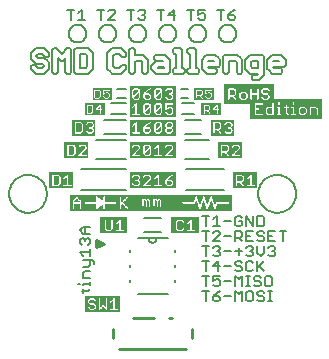
<source format=gto>
G75*
%MOIN*%
%OFA0B0*%
%FSLAX24Y24*%
%IPPOS*%
%LPD*%
%AMOC8*
5,1,8,0,0,1.08239X$1,22.5*
%
%ADD10C,0.0079*%
%ADD11C,0.0059*%
%ADD12C,0.0100*%
%ADD13C,0.0060*%
%ADD14C,0.0020*%
%ADD15C,0.0050*%
%ADD16C,0.0080*%
D10*
X001655Y005912D02*
X001657Y005962D01*
X001663Y006012D01*
X001673Y006061D01*
X001687Y006109D01*
X001704Y006156D01*
X001725Y006201D01*
X001750Y006245D01*
X001778Y006286D01*
X001810Y006325D01*
X001844Y006362D01*
X001881Y006396D01*
X001921Y006426D01*
X001963Y006453D01*
X002007Y006477D01*
X002053Y006498D01*
X002100Y006514D01*
X002148Y006527D01*
X002198Y006536D01*
X002247Y006541D01*
X002298Y006542D01*
X002348Y006539D01*
X002397Y006532D01*
X002446Y006521D01*
X002494Y006506D01*
X002540Y006488D01*
X002585Y006466D01*
X002628Y006440D01*
X002669Y006411D01*
X002708Y006379D01*
X002744Y006344D01*
X002776Y006306D01*
X002806Y006266D01*
X002833Y006223D01*
X002856Y006179D01*
X002875Y006133D01*
X002891Y006085D01*
X002903Y006036D01*
X002911Y005987D01*
X002915Y005937D01*
X002915Y005887D01*
X002911Y005837D01*
X002903Y005788D01*
X002891Y005739D01*
X002875Y005691D01*
X002856Y005645D01*
X002833Y005601D01*
X002806Y005558D01*
X002776Y005518D01*
X002744Y005480D01*
X002708Y005445D01*
X002669Y005413D01*
X002628Y005384D01*
X002585Y005358D01*
X002540Y005336D01*
X002494Y005318D01*
X002446Y005303D01*
X002397Y005292D01*
X002348Y005285D01*
X002298Y005282D01*
X002247Y005283D01*
X002198Y005288D01*
X002148Y005297D01*
X002100Y005310D01*
X002053Y005326D01*
X002007Y005347D01*
X001963Y005371D01*
X001921Y005398D01*
X001881Y005428D01*
X001844Y005462D01*
X001810Y005499D01*
X001778Y005538D01*
X001750Y005579D01*
X001725Y005623D01*
X001704Y005668D01*
X001687Y005715D01*
X001673Y005763D01*
X001663Y005812D01*
X001657Y005862D01*
X001655Y005912D01*
X009962Y005912D02*
X009964Y005962D01*
X009970Y006012D01*
X009980Y006061D01*
X009994Y006109D01*
X010011Y006156D01*
X010032Y006201D01*
X010057Y006245D01*
X010085Y006286D01*
X010117Y006325D01*
X010151Y006362D01*
X010188Y006396D01*
X010228Y006426D01*
X010270Y006453D01*
X010314Y006477D01*
X010360Y006498D01*
X010407Y006514D01*
X010455Y006527D01*
X010505Y006536D01*
X010554Y006541D01*
X010605Y006542D01*
X010655Y006539D01*
X010704Y006532D01*
X010753Y006521D01*
X010801Y006506D01*
X010847Y006488D01*
X010892Y006466D01*
X010935Y006440D01*
X010976Y006411D01*
X011015Y006379D01*
X011051Y006344D01*
X011083Y006306D01*
X011113Y006266D01*
X011140Y006223D01*
X011163Y006179D01*
X011182Y006133D01*
X011198Y006085D01*
X011210Y006036D01*
X011218Y005987D01*
X011222Y005937D01*
X011222Y005887D01*
X011218Y005837D01*
X011210Y005788D01*
X011198Y005739D01*
X011182Y005691D01*
X011163Y005645D01*
X011140Y005601D01*
X011113Y005558D01*
X011083Y005518D01*
X011051Y005480D01*
X011015Y005445D01*
X010976Y005413D01*
X010935Y005384D01*
X010892Y005358D01*
X010847Y005336D01*
X010801Y005318D01*
X010753Y005303D01*
X010704Y005292D01*
X010655Y005285D01*
X010605Y005282D01*
X010554Y005283D01*
X010505Y005288D01*
X010455Y005297D01*
X010407Y005310D01*
X010360Y005326D01*
X010314Y005347D01*
X010270Y005371D01*
X010228Y005398D01*
X010188Y005428D01*
X010151Y005462D01*
X010117Y005499D01*
X010085Y005538D01*
X010057Y005579D01*
X010032Y005623D01*
X010011Y005668D01*
X009994Y005715D01*
X009980Y005763D01*
X009970Y005812D01*
X009964Y005862D01*
X009962Y005912D01*
D11*
X008819Y006023D02*
X007559Y006023D01*
X007559Y006732D02*
X008819Y006732D01*
X008307Y007062D02*
X007519Y007062D01*
X007519Y007692D02*
X008307Y007692D01*
X008070Y007891D02*
X007519Y007891D01*
X007519Y008364D02*
X008070Y008364D01*
X007944Y009918D02*
X007646Y009918D01*
X007591Y009973D01*
X007591Y010051D01*
X007646Y010107D01*
X007701Y010107D01*
X007701Y010576D01*
X007646Y010576D01*
X007591Y010631D01*
X007591Y010709D01*
X007646Y010765D01*
X007834Y010765D01*
X007890Y010709D01*
X007890Y010107D01*
X007944Y010107D01*
X007999Y010051D01*
X007999Y009973D01*
X007944Y009918D01*
X008074Y010083D02*
X008239Y009918D01*
X008537Y009918D01*
X008593Y009973D01*
X008593Y010051D01*
X008537Y010107D01*
X008318Y010107D01*
X008288Y010137D01*
X008647Y010137D01*
X008702Y010192D01*
X008702Y010380D01*
X008647Y010436D01*
X008537Y010545D01*
X008239Y010545D01*
X008184Y010490D01*
X008074Y010380D01*
X008074Y010083D01*
X008288Y010326D02*
X008318Y010356D01*
X008459Y010356D01*
X008489Y010326D01*
X008288Y010326D01*
X008799Y010490D02*
X008799Y009973D01*
X008855Y009918D01*
X008933Y009918D01*
X008989Y009973D01*
X008989Y010356D01*
X009184Y010356D01*
X009238Y010302D01*
X009238Y009973D01*
X009294Y009918D01*
X009372Y009918D01*
X009427Y009973D01*
X009427Y010380D01*
X009372Y010436D01*
X009262Y010545D01*
X008855Y010545D01*
X008799Y010490D01*
X009525Y010380D02*
X009525Y010083D01*
X009634Y009973D01*
X009690Y009918D01*
X009939Y009918D01*
X009909Y009887D01*
X009799Y009887D01*
X009744Y009832D01*
X009744Y009754D01*
X009799Y009698D01*
X009987Y009698D01*
X010097Y009808D01*
X010152Y009863D01*
X010152Y010490D01*
X010097Y010545D01*
X009690Y010545D01*
X009580Y010436D01*
X009525Y010380D01*
X009714Y010302D02*
X009714Y010161D01*
X009768Y010107D01*
X009963Y010107D01*
X009963Y010356D01*
X009768Y010356D01*
X009714Y010302D01*
X010250Y010380D02*
X010250Y010083D01*
X010305Y010027D01*
X010415Y009918D01*
X010712Y009918D01*
X010768Y009973D01*
X010768Y010051D01*
X010712Y010107D01*
X010493Y010107D01*
X010463Y010137D01*
X010822Y010137D01*
X010877Y010192D01*
X010877Y010380D01*
X010822Y010436D01*
X010712Y010545D01*
X010415Y010545D01*
X010250Y010380D01*
X010463Y010326D02*
X010493Y010356D01*
X010634Y010356D01*
X010664Y010326D01*
X010463Y010326D01*
X008644Y011252D02*
X008646Y011286D01*
X008652Y011320D01*
X008662Y011353D01*
X008675Y011384D01*
X008693Y011414D01*
X008713Y011442D01*
X008737Y011467D01*
X008763Y011489D01*
X008791Y011507D01*
X008822Y011523D01*
X008854Y011535D01*
X008888Y011543D01*
X008922Y011547D01*
X008956Y011547D01*
X008990Y011543D01*
X009024Y011535D01*
X009056Y011523D01*
X009086Y011507D01*
X009115Y011489D01*
X009141Y011467D01*
X009165Y011442D01*
X009185Y011414D01*
X009203Y011384D01*
X009216Y011353D01*
X009226Y011320D01*
X009232Y011286D01*
X009234Y011252D01*
X009232Y011218D01*
X009226Y011184D01*
X009216Y011151D01*
X009203Y011120D01*
X009185Y011090D01*
X009165Y011062D01*
X009141Y011037D01*
X009115Y011015D01*
X009087Y010997D01*
X009056Y010981D01*
X009024Y010969D01*
X008990Y010961D01*
X008956Y010957D01*
X008922Y010957D01*
X008888Y010961D01*
X008854Y010969D01*
X008822Y010981D01*
X008791Y010997D01*
X008763Y011015D01*
X008737Y011037D01*
X008713Y011062D01*
X008693Y011090D01*
X008675Y011120D01*
X008662Y011151D01*
X008652Y011184D01*
X008646Y011218D01*
X008644Y011252D01*
X007644Y011252D02*
X007646Y011286D01*
X007652Y011320D01*
X007662Y011353D01*
X007675Y011384D01*
X007693Y011414D01*
X007713Y011442D01*
X007737Y011467D01*
X007763Y011489D01*
X007791Y011507D01*
X007822Y011523D01*
X007854Y011535D01*
X007888Y011543D01*
X007922Y011547D01*
X007956Y011547D01*
X007990Y011543D01*
X008024Y011535D01*
X008056Y011523D01*
X008086Y011507D01*
X008115Y011489D01*
X008141Y011467D01*
X008165Y011442D01*
X008185Y011414D01*
X008203Y011384D01*
X008216Y011353D01*
X008226Y011320D01*
X008232Y011286D01*
X008234Y011252D01*
X008232Y011218D01*
X008226Y011184D01*
X008216Y011151D01*
X008203Y011120D01*
X008185Y011090D01*
X008165Y011062D01*
X008141Y011037D01*
X008115Y011015D01*
X008087Y010997D01*
X008056Y010981D01*
X008024Y010969D01*
X007990Y010961D01*
X007956Y010957D01*
X007922Y010957D01*
X007888Y010961D01*
X007854Y010969D01*
X007822Y010981D01*
X007791Y010997D01*
X007763Y011015D01*
X007737Y011037D01*
X007713Y011062D01*
X007693Y011090D01*
X007675Y011120D01*
X007662Y011151D01*
X007652Y011184D01*
X007646Y011218D01*
X007644Y011252D01*
X007351Y010765D02*
X007163Y010765D01*
X007108Y010709D01*
X007108Y010631D01*
X007163Y010576D01*
X007217Y010576D01*
X007217Y010107D01*
X007163Y010107D01*
X007108Y010051D01*
X007108Y009973D01*
X007163Y009918D01*
X007461Y009918D01*
X007516Y009973D01*
X007516Y010051D01*
X007461Y010107D01*
X007406Y010107D01*
X007406Y010709D01*
X007351Y010765D01*
X007010Y010380D02*
X006955Y010436D01*
X006845Y010545D01*
X006548Y010545D01*
X006492Y010490D01*
X006492Y010412D01*
X006548Y010356D01*
X006767Y010356D01*
X006797Y010326D01*
X006548Y010326D01*
X006492Y010271D01*
X006383Y010161D01*
X006383Y010083D01*
X006548Y009918D01*
X006955Y009918D01*
X007010Y009973D01*
X007010Y010380D01*
X006821Y010137D02*
X006821Y010107D01*
X006626Y010107D01*
X006611Y010122D01*
X006626Y010137D01*
X006821Y010137D01*
X006285Y009973D02*
X006230Y009918D01*
X006152Y009918D01*
X006096Y009973D01*
X006096Y010302D01*
X006042Y010356D01*
X005901Y010356D01*
X005847Y010302D01*
X005847Y009973D01*
X005791Y009918D01*
X005713Y009918D01*
X005658Y009973D01*
X005658Y010709D01*
X005713Y010765D01*
X005791Y010765D01*
X005847Y010709D01*
X005847Y010545D01*
X006120Y010545D01*
X006230Y010436D01*
X006285Y010380D01*
X006285Y009973D01*
X005560Y010083D02*
X005560Y010161D01*
X005505Y010216D01*
X005427Y010216D01*
X005317Y010107D01*
X005176Y010107D01*
X005122Y010161D01*
X005122Y010521D01*
X005176Y010576D01*
X005317Y010576D01*
X005427Y010466D01*
X005505Y010466D01*
X005560Y010521D01*
X005560Y010600D01*
X005395Y010765D01*
X005098Y010765D01*
X004934Y010601D01*
X004933Y010600D01*
X004933Y010083D01*
X005042Y009973D01*
X005098Y009918D01*
X005395Y009918D01*
X005560Y010083D01*
X004451Y010083D02*
X004451Y010600D01*
X004286Y010765D01*
X003879Y010765D01*
X003824Y010709D01*
X003824Y009973D01*
X003879Y009918D01*
X004286Y009918D01*
X004451Y010083D01*
X004262Y010161D02*
X004208Y010107D01*
X004013Y010107D01*
X004013Y010576D01*
X004208Y010576D01*
X004262Y010521D01*
X004262Y010161D01*
X003726Y009973D02*
X003671Y009918D01*
X003593Y009918D01*
X003537Y009973D01*
X003537Y010442D01*
X003507Y010412D01*
X003492Y010396D01*
X003452Y010356D01*
X003373Y010356D01*
X003318Y010412D01*
X003288Y010442D01*
X003288Y009973D01*
X003232Y009918D01*
X003154Y009918D01*
X003099Y009973D01*
X003099Y010709D01*
X003154Y010765D01*
X003232Y010765D01*
X003412Y010585D01*
X003593Y010765D01*
X003671Y010765D01*
X003726Y010709D01*
X003726Y009973D01*
X003001Y010083D02*
X003001Y010271D01*
X002946Y010326D01*
X002836Y010436D01*
X002617Y010436D01*
X002563Y010490D01*
X002563Y010521D01*
X002617Y010576D01*
X002758Y010576D01*
X002868Y010466D01*
X002946Y010466D01*
X003001Y010521D01*
X003001Y010600D01*
X002836Y010765D01*
X002539Y010765D01*
X002375Y010601D01*
X002374Y010600D01*
X002374Y010412D01*
X002539Y010247D01*
X002758Y010247D01*
X002812Y010192D01*
X002812Y010161D01*
X002758Y010107D01*
X002617Y010107D01*
X002507Y010216D01*
X002429Y010216D01*
X002374Y010161D01*
X002374Y010083D01*
X002539Y009918D01*
X002836Y009918D01*
X002892Y009973D01*
X003001Y010083D01*
X003644Y011252D02*
X003646Y011286D01*
X003652Y011320D01*
X003662Y011353D01*
X003675Y011384D01*
X003693Y011414D01*
X003713Y011442D01*
X003737Y011467D01*
X003763Y011489D01*
X003791Y011507D01*
X003822Y011523D01*
X003854Y011535D01*
X003888Y011543D01*
X003922Y011547D01*
X003956Y011547D01*
X003990Y011543D01*
X004024Y011535D01*
X004056Y011523D01*
X004086Y011507D01*
X004115Y011489D01*
X004141Y011467D01*
X004165Y011442D01*
X004185Y011414D01*
X004203Y011384D01*
X004216Y011353D01*
X004226Y011320D01*
X004232Y011286D01*
X004234Y011252D01*
X004232Y011218D01*
X004226Y011184D01*
X004216Y011151D01*
X004203Y011120D01*
X004185Y011090D01*
X004165Y011062D01*
X004141Y011037D01*
X004115Y011015D01*
X004087Y010997D01*
X004056Y010981D01*
X004024Y010969D01*
X003990Y010961D01*
X003956Y010957D01*
X003922Y010957D01*
X003888Y010961D01*
X003854Y010969D01*
X003822Y010981D01*
X003791Y010997D01*
X003763Y011015D01*
X003737Y011037D01*
X003713Y011062D01*
X003693Y011090D01*
X003675Y011120D01*
X003662Y011151D01*
X003652Y011184D01*
X003646Y011218D01*
X003644Y011252D01*
X004644Y011252D02*
X004646Y011286D01*
X004652Y011320D01*
X004662Y011353D01*
X004675Y011384D01*
X004693Y011414D01*
X004713Y011442D01*
X004737Y011467D01*
X004763Y011489D01*
X004791Y011507D01*
X004822Y011523D01*
X004854Y011535D01*
X004888Y011543D01*
X004922Y011547D01*
X004956Y011547D01*
X004990Y011543D01*
X005024Y011535D01*
X005056Y011523D01*
X005086Y011507D01*
X005115Y011489D01*
X005141Y011467D01*
X005165Y011442D01*
X005185Y011414D01*
X005203Y011384D01*
X005216Y011353D01*
X005226Y011320D01*
X005232Y011286D01*
X005234Y011252D01*
X005232Y011218D01*
X005226Y011184D01*
X005216Y011151D01*
X005203Y011120D01*
X005185Y011090D01*
X005165Y011062D01*
X005141Y011037D01*
X005115Y011015D01*
X005087Y010997D01*
X005056Y010981D01*
X005024Y010969D01*
X004990Y010961D01*
X004956Y010957D01*
X004922Y010957D01*
X004888Y010961D01*
X004854Y010969D01*
X004822Y010981D01*
X004791Y010997D01*
X004763Y011015D01*
X004737Y011037D01*
X004713Y011062D01*
X004693Y011090D01*
X004675Y011120D01*
X004662Y011151D01*
X004652Y011184D01*
X004646Y011218D01*
X004644Y011252D01*
X005644Y011252D02*
X005646Y011286D01*
X005652Y011320D01*
X005662Y011353D01*
X005675Y011384D01*
X005693Y011414D01*
X005713Y011442D01*
X005737Y011467D01*
X005763Y011489D01*
X005791Y011507D01*
X005822Y011523D01*
X005854Y011535D01*
X005888Y011543D01*
X005922Y011547D01*
X005956Y011547D01*
X005990Y011543D01*
X006024Y011535D01*
X006056Y011523D01*
X006086Y011507D01*
X006115Y011489D01*
X006141Y011467D01*
X006165Y011442D01*
X006185Y011414D01*
X006203Y011384D01*
X006216Y011353D01*
X006226Y011320D01*
X006232Y011286D01*
X006234Y011252D01*
X006232Y011218D01*
X006226Y011184D01*
X006216Y011151D01*
X006203Y011120D01*
X006185Y011090D01*
X006165Y011062D01*
X006141Y011037D01*
X006115Y011015D01*
X006087Y010997D01*
X006056Y010981D01*
X006024Y010969D01*
X005990Y010961D01*
X005956Y010957D01*
X005922Y010957D01*
X005888Y010961D01*
X005854Y010969D01*
X005822Y010981D01*
X005791Y010997D01*
X005763Y011015D01*
X005737Y011037D01*
X005713Y011062D01*
X005693Y011090D01*
X005675Y011120D01*
X005662Y011151D01*
X005652Y011184D01*
X005646Y011218D01*
X005644Y011252D01*
X006644Y011252D02*
X006646Y011286D01*
X006652Y011320D01*
X006662Y011353D01*
X006675Y011384D01*
X006693Y011414D01*
X006713Y011442D01*
X006737Y011467D01*
X006763Y011489D01*
X006791Y011507D01*
X006822Y011523D01*
X006854Y011535D01*
X006888Y011543D01*
X006922Y011547D01*
X006956Y011547D01*
X006990Y011543D01*
X007024Y011535D01*
X007056Y011523D01*
X007086Y011507D01*
X007115Y011489D01*
X007141Y011467D01*
X007165Y011442D01*
X007185Y011414D01*
X007203Y011384D01*
X007216Y011353D01*
X007226Y011320D01*
X007232Y011286D01*
X007234Y011252D01*
X007232Y011218D01*
X007226Y011184D01*
X007216Y011151D01*
X007203Y011120D01*
X007185Y011090D01*
X007165Y011062D01*
X007141Y011037D01*
X007115Y011015D01*
X007087Y010997D01*
X007056Y010981D01*
X007024Y010969D01*
X006990Y010961D01*
X006956Y010957D01*
X006922Y010957D01*
X006888Y010961D01*
X006854Y010969D01*
X006822Y010981D01*
X006791Y010997D01*
X006763Y011015D01*
X006737Y011037D01*
X006713Y011062D01*
X006693Y011090D01*
X006675Y011120D01*
X006662Y011151D01*
X006652Y011184D01*
X006646Y011218D01*
X006644Y011252D01*
X005555Y008364D02*
X004807Y008364D01*
X004807Y007891D02*
X005555Y007891D01*
X005555Y007692D02*
X004570Y007692D01*
X004570Y007062D02*
X005555Y007062D01*
X005555Y006732D02*
X004059Y006732D01*
X004059Y006023D02*
X005555Y006023D01*
X006163Y005114D02*
X006714Y005114D01*
X006714Y004641D02*
X006163Y004641D01*
D12*
X004814Y004252D02*
X004564Y004377D01*
X004564Y004127D01*
X004814Y004252D01*
X004783Y004237D02*
X004564Y004237D01*
X004564Y004335D02*
X004648Y004335D01*
X004586Y004138D02*
X004564Y004138D01*
X005799Y001764D02*
X006488Y001764D01*
X006980Y001764D02*
X007078Y001764D01*
X007757Y001400D02*
X007757Y001105D01*
X007570Y000741D02*
X005307Y000741D01*
X005120Y001105D02*
X005120Y001400D01*
D13*
X004018Y002918D02*
X003962Y002918D01*
X004132Y002918D02*
X004359Y002918D01*
X004359Y002862D02*
X004359Y002975D01*
X004132Y002918D02*
X004132Y002862D01*
X004132Y002729D02*
X004132Y002616D01*
X004075Y002673D02*
X004302Y002673D01*
X004359Y002729D01*
X004359Y003107D02*
X004132Y003107D01*
X004132Y003277D01*
X004188Y003334D01*
X004359Y003334D01*
X004302Y003475D02*
X004132Y003475D01*
X004302Y003475D02*
X004359Y003532D01*
X004359Y003702D01*
X004415Y003702D02*
X004132Y003702D01*
X004132Y003844D02*
X004018Y003957D01*
X004359Y003957D01*
X004359Y003844D02*
X004359Y004071D01*
X004302Y004212D02*
X004359Y004269D01*
X004359Y004382D01*
X004302Y004439D01*
X004245Y004439D01*
X004188Y004382D01*
X004188Y004325D01*
X004188Y004382D02*
X004132Y004439D01*
X004075Y004439D01*
X004018Y004382D01*
X004018Y004269D01*
X004075Y004212D01*
X004132Y004580D02*
X004018Y004694D01*
X004132Y004807D01*
X004359Y004807D01*
X004188Y004807D02*
X004188Y004580D01*
X004132Y004580D02*
X004359Y004580D01*
X004415Y003702D02*
X004472Y003646D01*
X004472Y003589D01*
X008094Y003673D02*
X008320Y003673D01*
X008207Y003673D02*
X008207Y003332D01*
X008207Y003173D02*
X008207Y002832D01*
X008207Y002673D02*
X008207Y002332D01*
X008462Y002389D02*
X008519Y002332D01*
X008632Y002332D01*
X008689Y002389D01*
X008689Y002446D01*
X008632Y002503D01*
X008462Y002503D01*
X008462Y002389D01*
X008462Y002503D02*
X008575Y002616D01*
X008689Y002673D01*
X008632Y002832D02*
X008519Y002832D01*
X008462Y002889D01*
X008462Y003003D02*
X008575Y003059D01*
X008632Y003059D01*
X008689Y003003D01*
X008689Y002889D01*
X008632Y002832D01*
X008462Y003003D02*
X008462Y003173D01*
X008689Y003173D01*
X008632Y003332D02*
X008632Y003673D01*
X008462Y003503D01*
X008689Y003503D01*
X008830Y003503D02*
X009057Y003503D01*
X009199Y003559D02*
X009255Y003503D01*
X009369Y003503D01*
X009425Y003446D01*
X009425Y003389D01*
X009369Y003332D01*
X009255Y003332D01*
X009199Y003389D01*
X009199Y003559D02*
X009199Y003616D01*
X009255Y003673D01*
X009369Y003673D01*
X009425Y003616D01*
X009567Y003616D02*
X009567Y003389D01*
X009624Y003332D01*
X009737Y003332D01*
X009794Y003389D01*
X009935Y003332D02*
X009935Y003673D01*
X009794Y003616D02*
X009737Y003673D01*
X009624Y003673D01*
X009567Y003616D01*
X009624Y003832D02*
X009567Y003889D01*
X009624Y003832D02*
X009737Y003832D01*
X009794Y003889D01*
X009794Y003946D01*
X009737Y004003D01*
X009680Y004003D01*
X009737Y004003D02*
X009794Y004059D01*
X009794Y004116D01*
X009737Y004173D01*
X009624Y004173D01*
X009567Y004116D01*
X009425Y004003D02*
X009199Y004003D01*
X009057Y004003D02*
X008830Y004003D01*
X008689Y004059D02*
X008632Y004003D01*
X008689Y003946D01*
X008689Y003889D01*
X008632Y003832D01*
X008519Y003832D01*
X008462Y003889D01*
X008575Y004003D02*
X008632Y004003D01*
X008689Y004059D02*
X008689Y004116D01*
X008632Y004173D01*
X008519Y004173D01*
X008462Y004116D01*
X008320Y004173D02*
X008094Y004173D01*
X008207Y004173D02*
X008207Y003832D01*
X008207Y004332D02*
X008207Y004673D01*
X008094Y004673D02*
X008320Y004673D01*
X008462Y004616D02*
X008519Y004673D01*
X008632Y004673D01*
X008689Y004616D01*
X008689Y004559D01*
X008462Y004332D01*
X008689Y004332D01*
X008830Y004503D02*
X009057Y004503D01*
X009199Y004446D02*
X009369Y004446D01*
X009425Y004503D01*
X009425Y004616D01*
X009369Y004673D01*
X009199Y004673D01*
X009199Y004332D01*
X009312Y004446D02*
X009425Y004332D01*
X009567Y004332D02*
X009794Y004332D01*
X009935Y004389D02*
X009992Y004332D01*
X010105Y004332D01*
X010162Y004389D01*
X010162Y004446D01*
X010105Y004503D01*
X009992Y004503D01*
X009935Y004559D01*
X009935Y004616D01*
X009992Y004673D01*
X010105Y004673D01*
X010162Y004616D01*
X010303Y004673D02*
X010303Y004332D01*
X010530Y004332D01*
X010474Y004173D02*
X010360Y004173D01*
X010303Y004116D01*
X010417Y004003D02*
X010474Y004003D01*
X010530Y003946D01*
X010530Y003889D01*
X010474Y003832D01*
X010360Y003832D01*
X010303Y003889D01*
X010474Y004003D02*
X010530Y004059D01*
X010530Y004116D01*
X010474Y004173D01*
X010417Y004503D02*
X010303Y004503D01*
X010303Y004673D02*
X010530Y004673D01*
X010672Y004673D02*
X010899Y004673D01*
X010785Y004673D02*
X010785Y004332D01*
X010162Y004173D02*
X010162Y003946D01*
X010049Y003832D01*
X009935Y003946D01*
X009935Y004173D01*
X009680Y004503D02*
X009567Y004503D01*
X009567Y004673D02*
X009567Y004332D01*
X009312Y004116D02*
X009312Y003889D01*
X009935Y003446D02*
X010162Y003673D01*
X009992Y003503D02*
X010162Y003332D01*
X010237Y003173D02*
X010181Y003116D01*
X010181Y002889D01*
X010237Y002832D01*
X010351Y002832D01*
X010408Y002889D01*
X010408Y003116D01*
X010351Y003173D01*
X010237Y003173D01*
X010039Y003116D02*
X009983Y003173D01*
X009869Y003173D01*
X009812Y003116D01*
X009812Y003059D01*
X009869Y003003D01*
X009983Y003003D01*
X010039Y002946D01*
X010039Y002889D01*
X009983Y002832D01*
X009869Y002832D01*
X009812Y002889D01*
X009680Y002832D02*
X009567Y002832D01*
X009624Y002832D02*
X009624Y003173D01*
X009680Y003173D02*
X009567Y003173D01*
X009425Y003173D02*
X009425Y002832D01*
X009425Y002673D02*
X009425Y002332D01*
X009567Y002389D02*
X009624Y002332D01*
X009737Y002332D01*
X009794Y002389D01*
X009794Y002616D01*
X009737Y002673D01*
X009624Y002673D01*
X009567Y002616D01*
X009567Y002389D01*
X009312Y002559D02*
X009425Y002673D01*
X009312Y002559D02*
X009199Y002673D01*
X009199Y002332D01*
X009057Y002503D02*
X008830Y002503D01*
X009199Y002832D02*
X009199Y003173D01*
X009312Y003059D01*
X009425Y003173D01*
X009057Y003003D02*
X008830Y003003D01*
X008320Y003173D02*
X008094Y003173D01*
X008094Y002673D02*
X008320Y002673D01*
X009935Y002616D02*
X009935Y002559D01*
X009992Y002503D01*
X010105Y002503D01*
X010162Y002446D01*
X010162Y002389D01*
X010105Y002332D01*
X009992Y002332D01*
X009935Y002389D01*
X009935Y002616D02*
X009992Y002673D01*
X010105Y002673D01*
X010162Y002616D01*
X010303Y002673D02*
X010417Y002673D01*
X010360Y002673D02*
X010360Y002332D01*
X010303Y002332D02*
X010417Y002332D01*
X009794Y004673D02*
X009567Y004673D01*
X009567Y004832D02*
X009567Y005173D01*
X009794Y004832D01*
X009794Y005173D01*
X009935Y005173D02*
X010105Y005173D01*
X010162Y005116D01*
X010162Y004889D01*
X010105Y004832D01*
X009935Y004832D01*
X009935Y005173D01*
X009425Y005116D02*
X009369Y005173D01*
X009255Y005173D01*
X009199Y005116D01*
X009199Y004889D01*
X009255Y004832D01*
X009369Y004832D01*
X009425Y004889D01*
X009425Y005003D01*
X009312Y005003D01*
X009057Y005003D02*
X008830Y005003D01*
X008689Y004832D02*
X008462Y004832D01*
X008575Y004832D02*
X008575Y005173D01*
X008462Y005059D01*
X008320Y005173D02*
X008094Y005173D01*
X008207Y005173D02*
X008207Y004832D01*
X008139Y011707D02*
X008025Y011707D01*
X007969Y011764D01*
X007969Y011878D02*
X008082Y011934D01*
X008139Y011934D01*
X008195Y011878D01*
X008195Y011764D01*
X008139Y011707D01*
X007969Y011878D02*
X007969Y012048D01*
X008195Y012048D01*
X007827Y012048D02*
X007600Y012048D01*
X007714Y012048D02*
X007714Y011707D01*
X007195Y011878D02*
X006969Y011878D01*
X007139Y012048D01*
X007139Y011707D01*
X006714Y011707D02*
X006714Y012048D01*
X006827Y012048D02*
X006600Y012048D01*
X006195Y011991D02*
X006195Y011934D01*
X006139Y011878D01*
X006195Y011821D01*
X006195Y011764D01*
X006139Y011707D01*
X006025Y011707D01*
X005969Y011764D01*
X006082Y011878D02*
X006139Y011878D01*
X006195Y011991D02*
X006139Y012048D01*
X006025Y012048D01*
X005969Y011991D01*
X005827Y012048D02*
X005600Y012048D01*
X005714Y012048D02*
X005714Y011707D01*
X005195Y011707D02*
X004969Y011707D01*
X005195Y011934D01*
X005195Y011991D01*
X005139Y012048D01*
X005025Y012048D01*
X004969Y011991D01*
X004827Y012048D02*
X004600Y012048D01*
X004714Y012048D02*
X004714Y011707D01*
X004195Y011707D02*
X003969Y011707D01*
X004082Y011707D02*
X004082Y012048D01*
X003969Y011934D01*
X003827Y012048D02*
X003600Y012048D01*
X003714Y012048D02*
X003714Y011707D01*
X008600Y012048D02*
X008827Y012048D01*
X008714Y012048D02*
X008714Y011707D01*
X008969Y011764D02*
X009025Y011707D01*
X009139Y011707D01*
X009195Y011764D01*
X009195Y011821D01*
X009139Y011878D01*
X008969Y011878D01*
X008969Y011764D01*
X008969Y011878D02*
X009082Y011991D01*
X009195Y012048D01*
D14*
X008814Y009565D02*
X008814Y009551D01*
X010439Y009551D01*
X010439Y009531D01*
X008814Y009531D01*
X008814Y009551D01*
X008814Y009565D02*
X010439Y009565D01*
X010439Y009551D01*
X010439Y009531D02*
X010439Y009511D01*
X008814Y009511D01*
X008814Y009531D01*
X008814Y009511D02*
X008814Y009492D01*
X010439Y009492D01*
X010439Y009472D01*
X008814Y009472D01*
X008814Y009492D01*
X008814Y009472D02*
X008814Y009452D01*
X008942Y009452D01*
X008952Y009462D02*
X008929Y009439D01*
X008929Y009432D01*
X008814Y009432D01*
X008814Y009452D01*
X008814Y009432D02*
X008814Y009413D01*
X008929Y009413D01*
X008929Y009393D01*
X008814Y009393D01*
X008814Y009413D01*
X008814Y009393D02*
X008814Y009373D01*
X008929Y009373D01*
X008929Y009354D01*
X008814Y009354D01*
X008814Y009373D01*
X008814Y009354D02*
X008814Y009334D01*
X008929Y009334D01*
X008929Y009314D01*
X008814Y009314D01*
X008814Y009334D01*
X008814Y009314D02*
X008814Y009295D01*
X008929Y009295D01*
X008929Y009275D01*
X008814Y009275D01*
X008814Y009295D01*
X008814Y009275D02*
X008814Y009255D01*
X008929Y009255D01*
X008929Y009236D01*
X008814Y009236D01*
X008814Y009255D01*
X008814Y009236D02*
X008814Y009216D01*
X008929Y009216D01*
X008929Y009196D01*
X008814Y009196D01*
X008814Y009216D01*
X008814Y009196D02*
X008814Y009177D01*
X008929Y009177D01*
X008929Y009157D01*
X008814Y009157D01*
X008814Y009177D01*
X008814Y009157D02*
X008814Y009137D01*
X008929Y009137D01*
X008929Y009118D01*
X008814Y009118D01*
X008814Y009137D01*
X008814Y009118D02*
X008814Y009098D01*
X008929Y009098D01*
X008929Y009078D01*
X008814Y009078D01*
X008814Y009098D01*
X008814Y009078D02*
X008814Y009058D01*
X008936Y009058D01*
X008952Y009043D01*
X008985Y009043D01*
X009001Y009058D01*
X009163Y009058D01*
X009179Y009043D01*
X009212Y009043D01*
X009228Y009058D01*
X009361Y009058D01*
X009377Y009043D02*
X009524Y009043D01*
X009539Y009058D01*
X009673Y009058D01*
X009689Y009043D01*
X009722Y009043D01*
X009745Y009066D01*
X009745Y009078D01*
X009892Y009078D01*
X009892Y009066D01*
X009916Y009043D01*
X009949Y009043D01*
X009965Y009058D01*
X010098Y009058D01*
X010114Y009043D01*
X010260Y009043D01*
X010276Y009058D01*
X012064Y009058D01*
X012064Y009039D01*
X008814Y009039D01*
X008814Y009058D01*
X008814Y009039D02*
X008814Y009019D01*
X010620Y009019D01*
X010601Y008999D01*
X008814Y008999D01*
X008814Y009019D01*
X008814Y008999D02*
X008814Y008980D01*
X010597Y008980D01*
X010597Y008960D01*
X010458Y008960D01*
X010455Y008962D01*
X010422Y008962D01*
X010399Y008939D01*
X010399Y008921D01*
X010110Y008921D01*
X010110Y008939D01*
X010087Y008962D01*
X009827Y008962D01*
X009804Y008939D01*
X009804Y008921D01*
X009689Y008921D01*
X009689Y008940D01*
X008822Y008940D01*
X008814Y008953D01*
X008814Y008960D01*
X009825Y008960D01*
X009805Y008940D02*
X008821Y008940D01*
X008814Y008960D02*
X008814Y008980D01*
X008689Y008940D02*
X008689Y008939D01*
X008064Y008939D01*
X008064Y008940D01*
X008689Y008940D01*
X008689Y008939D02*
X008689Y008920D01*
X008598Y008920D01*
X008595Y008922D01*
X008566Y008922D01*
X008564Y008920D01*
X008546Y008902D01*
X008413Y008769D01*
X008411Y008767D01*
X008411Y008762D01*
X008366Y008762D01*
X008366Y008782D01*
X008426Y008782D01*
X008411Y008762D02*
X008411Y008743D01*
X008366Y008743D01*
X008366Y008762D01*
X008366Y008743D02*
X008366Y008738D01*
X008351Y008723D01*
X008426Y008723D01*
X008431Y008718D01*
X008546Y008718D01*
X008546Y008703D01*
X008331Y008703D01*
X008351Y008723D01*
X008331Y008703D02*
X008313Y008685D01*
X008314Y008683D01*
X008546Y008683D01*
X008546Y008664D01*
X008334Y008664D01*
X008314Y008683D01*
X008334Y008664D02*
X008354Y008644D01*
X008546Y008644D01*
X008546Y008624D01*
X008366Y008624D01*
X008366Y008632D01*
X008354Y008644D01*
X008366Y008624D02*
X008366Y008605D01*
X008546Y008605D01*
X008546Y008603D01*
X008564Y008585D01*
X008348Y008585D01*
X008366Y008603D01*
X008366Y008605D01*
X008348Y008585D02*
X008346Y008583D01*
X008317Y008583D01*
X008314Y008585D01*
X008168Y008585D01*
X008186Y008603D01*
X008186Y008605D01*
X008295Y008605D01*
X008314Y008585D01*
X008295Y008605D02*
X008275Y008624D01*
X008186Y008624D01*
X008186Y008644D01*
X008255Y008644D01*
X008275Y008624D01*
X008255Y008644D02*
X008236Y008664D01*
X008186Y008664D01*
X008186Y008673D01*
X008227Y008673D01*
X008236Y008664D01*
X008186Y008664D02*
X008186Y008644D01*
X008186Y008624D02*
X008186Y008605D01*
X008168Y008585D02*
X008166Y008583D01*
X008137Y008583D01*
X008134Y008585D01*
X008064Y008585D01*
X008064Y008605D01*
X008116Y008605D01*
X008116Y008603D01*
X008134Y008585D01*
X008116Y008605D02*
X008116Y008624D01*
X008064Y008624D01*
X008064Y008644D01*
X008116Y008644D01*
X008116Y008624D01*
X008116Y008644D02*
X008116Y008664D01*
X008064Y008664D01*
X008064Y008683D01*
X008116Y008683D01*
X008116Y008664D01*
X008116Y008683D02*
X008116Y008703D01*
X008064Y008703D01*
X008064Y008723D01*
X008116Y008723D01*
X008116Y008703D01*
X008116Y008723D02*
X008116Y008743D01*
X008064Y008743D01*
X008064Y008762D01*
X008116Y008762D01*
X008116Y008743D01*
X008116Y008762D02*
X008116Y008782D01*
X008064Y008782D01*
X008064Y008802D01*
X008116Y008802D01*
X008116Y008782D01*
X008116Y008802D02*
X008116Y008821D01*
X008064Y008821D01*
X008064Y008841D01*
X008116Y008841D01*
X008116Y008821D01*
X008116Y008841D02*
X008116Y008861D01*
X008064Y008861D01*
X008064Y008880D01*
X008116Y008880D01*
X008116Y008861D01*
X008116Y008880D02*
X008116Y008900D01*
X008064Y008900D01*
X008064Y008920D01*
X008134Y008920D01*
X008137Y008922D02*
X008116Y008902D01*
X008116Y008900D01*
X008137Y008922D02*
X008301Y008922D01*
X008366Y008857D01*
X008366Y008841D01*
X008485Y008841D01*
X008505Y008861D02*
X008362Y008861D01*
X008366Y008841D02*
X008366Y008821D01*
X008465Y008821D01*
X008446Y008802D02*
X008366Y008802D01*
X008366Y008821D01*
X008366Y008802D02*
X008366Y008782D01*
X008411Y008743D02*
X008411Y008738D01*
X008426Y008723D01*
X008546Y008703D02*
X008546Y008683D01*
X008546Y008664D02*
X008546Y008644D01*
X008546Y008624D02*
X008546Y008605D01*
X008564Y008585D02*
X008566Y008583D01*
X008595Y008583D01*
X008616Y008603D01*
X008616Y008605D01*
X008689Y008605D01*
X008689Y008585D01*
X008598Y008585D01*
X008616Y008605D02*
X008616Y008624D01*
X008689Y008624D01*
X008689Y008605D01*
X008689Y008624D02*
X008689Y008644D01*
X008616Y008644D01*
X008616Y008664D01*
X008689Y008664D01*
X008689Y008644D01*
X008689Y008664D02*
X008689Y008683D01*
X008616Y008683D01*
X008616Y008703D01*
X008689Y008703D01*
X008689Y008683D01*
X008689Y008703D02*
X008689Y008723D01*
X008646Y008723D01*
X008640Y008718D02*
X008661Y008738D01*
X008661Y008743D01*
X008689Y008743D01*
X008689Y008723D01*
X008689Y008743D02*
X008689Y008762D01*
X008661Y008762D01*
X008661Y008767D01*
X008646Y008782D01*
X008689Y008782D01*
X008689Y008762D01*
X008689Y008782D02*
X008689Y008802D01*
X008616Y008802D01*
X008616Y008821D01*
X008689Y008821D01*
X008689Y008802D01*
X008689Y008821D02*
X008689Y008841D01*
X008616Y008841D01*
X008616Y008861D01*
X008689Y008861D01*
X008689Y008841D01*
X008689Y008861D02*
X008689Y008880D01*
X008616Y008880D01*
X008616Y008900D01*
X008689Y008900D01*
X008689Y008880D01*
X008689Y008900D02*
X008689Y008920D01*
X008616Y008902D02*
X008598Y008920D01*
X008616Y008902D02*
X008616Y008900D01*
X008616Y008880D02*
X008616Y008861D01*
X008616Y008841D02*
X008616Y008821D01*
X008616Y008802D02*
X008616Y008787D01*
X008640Y008787D01*
X008646Y008782D01*
X008661Y008762D02*
X008661Y008743D01*
X008640Y008718D02*
X008616Y008718D01*
X008616Y008703D01*
X008616Y008683D02*
X008616Y008664D01*
X008616Y008644D02*
X008616Y008624D01*
X008689Y008585D02*
X008689Y008565D01*
X008064Y008565D01*
X008064Y008565D01*
X008689Y008565D01*
X008689Y008565D01*
X008546Y008787D02*
X008530Y008787D01*
X008546Y008803D01*
X008546Y008802D01*
X008544Y008802D01*
X008546Y008802D02*
X008546Y008787D01*
X008524Y008880D02*
X008343Y008880D01*
X008323Y008900D02*
X008544Y008900D01*
X008564Y008920D02*
X008303Y008920D01*
X008272Y008853D02*
X008296Y008828D01*
X008296Y008821D01*
X008186Y008821D01*
X008186Y008841D01*
X008284Y008841D01*
X008272Y008853D02*
X008186Y008853D01*
X008186Y008841D01*
X008186Y008821D02*
X008186Y008802D01*
X008296Y008802D01*
X008296Y008782D01*
X008186Y008782D01*
X008186Y008802D01*
X008186Y008782D02*
X008186Y008762D01*
X008292Y008762D01*
X008272Y008743D01*
X008186Y008743D01*
X008186Y008762D01*
X008186Y008743D02*
X008186Y008742D01*
X008272Y008742D01*
X008272Y008743D01*
X008292Y008762D02*
X008296Y008767D01*
X008296Y008782D01*
X008296Y008802D02*
X008296Y008821D01*
X008064Y008802D02*
X008064Y008821D01*
X008064Y008841D02*
X008064Y008861D01*
X008064Y008880D02*
X008064Y008900D01*
X008064Y008920D02*
X008064Y008939D01*
X008067Y009083D02*
X008096Y009083D01*
X008110Y009097D01*
X008212Y009097D01*
X008226Y009083D01*
X008345Y009083D01*
X008346Y009083D01*
X008411Y009148D01*
X008411Y009156D01*
X008439Y009156D01*
X008439Y009136D01*
X008399Y009136D01*
X008411Y009156D02*
X008411Y009176D01*
X008439Y009176D01*
X008439Y009156D01*
X008439Y009176D02*
X008439Y009195D01*
X008411Y009195D01*
X008411Y009215D01*
X008439Y009215D01*
X008439Y009195D01*
X008439Y009215D02*
X008439Y009235D01*
X008411Y009235D01*
X008411Y009254D01*
X008439Y009254D01*
X008439Y009235D01*
X008439Y009254D02*
X008439Y009274D01*
X008404Y009274D01*
X008384Y009294D01*
X008439Y009294D01*
X008439Y009274D01*
X008439Y009294D02*
X008439Y009313D01*
X008364Y009313D01*
X008345Y009332D01*
X008291Y009332D01*
X008283Y009335D01*
X008278Y009332D01*
X008271Y009332D01*
X008265Y009326D01*
X008240Y009313D01*
X008231Y009313D01*
X008231Y009333D01*
X008279Y009333D01*
X008289Y009333D02*
X008439Y009333D01*
X008439Y009313D01*
X008439Y009333D02*
X008439Y009353D01*
X008390Y009353D01*
X008231Y009353D01*
X008231Y009333D01*
X008231Y009313D02*
X008231Y009309D01*
X008240Y009313D01*
X008277Y009254D02*
X008325Y009254D01*
X008341Y009238D01*
X008341Y009235D01*
X008238Y009235D01*
X008216Y009224D02*
X008294Y009263D01*
X008316Y009263D01*
X008325Y009254D01*
X008341Y009235D02*
X008341Y009215D01*
X008199Y009215D01*
X008198Y009215D02*
X008204Y009218D01*
X008210Y009218D01*
X008216Y009224D01*
X008198Y009215D02*
X008190Y009218D01*
X008181Y009218D01*
X008177Y009222D01*
X008171Y009224D01*
X008167Y009232D01*
X008164Y009235D01*
X008113Y009235D01*
X008116Y009238D01*
X008116Y009254D01*
X008160Y009254D01*
X008161Y009258D02*
X008158Y009250D01*
X008161Y009244D01*
X008161Y009238D01*
X008164Y009235D01*
X008161Y009258D02*
X008161Y009274D01*
X008116Y009274D01*
X008116Y009294D01*
X008161Y009294D01*
X008161Y009274D01*
X008161Y009294D02*
X008161Y009313D01*
X008116Y009313D01*
X008116Y009333D01*
X008161Y009333D01*
X008161Y009313D01*
X008161Y009333D02*
X008161Y009353D01*
X008116Y009353D01*
X008116Y009357D01*
X008051Y009422D01*
X007887Y009422D01*
X007866Y009402D01*
X007866Y009392D01*
X007814Y009392D01*
X007814Y009412D01*
X007876Y009412D01*
X007866Y009392D02*
X007866Y009372D01*
X007814Y009372D01*
X007814Y009392D01*
X007814Y009372D02*
X007814Y009353D01*
X007866Y009353D01*
X007866Y009333D01*
X007814Y009333D01*
X007814Y009353D01*
X007814Y009333D02*
X007814Y009313D01*
X007866Y009313D01*
X007866Y009294D01*
X007814Y009294D01*
X007814Y009313D01*
X007814Y009294D02*
X007814Y009274D01*
X007866Y009274D01*
X007866Y009254D01*
X007814Y009254D01*
X007814Y009274D01*
X007814Y009254D02*
X007814Y009235D01*
X007866Y009235D01*
X007866Y009215D01*
X007814Y009215D01*
X007814Y009235D01*
X007814Y009215D02*
X007814Y009195D01*
X007866Y009195D01*
X007866Y009176D01*
X007814Y009176D01*
X007814Y009195D01*
X007814Y009176D02*
X007814Y009156D01*
X007866Y009156D01*
X007866Y009136D01*
X007814Y009136D01*
X007814Y009156D01*
X007814Y009136D02*
X007814Y009117D01*
X007866Y009117D01*
X007866Y009103D01*
X007872Y009097D01*
X007814Y009097D01*
X007814Y009117D01*
X007814Y009097D02*
X007814Y009077D01*
X008439Y009077D01*
X008439Y009065D01*
X007814Y009065D01*
X007814Y009077D01*
X007872Y009097D02*
X007887Y009083D01*
X007916Y009083D01*
X007930Y009097D01*
X008052Y009097D01*
X008067Y009083D01*
X008052Y009097D02*
X008033Y009117D01*
X007936Y009117D01*
X007936Y009136D01*
X008013Y009136D01*
X008033Y009117D01*
X008013Y009136D02*
X007993Y009156D01*
X007936Y009156D01*
X007936Y009173D01*
X007977Y009173D01*
X007993Y009156D01*
X007936Y009156D02*
X007936Y009136D01*
X007936Y009117D02*
X007936Y009103D01*
X007930Y009097D01*
X007866Y009117D02*
X007866Y009136D01*
X007866Y009156D02*
X007866Y009176D01*
X007866Y009195D02*
X007866Y009215D01*
X007866Y009235D02*
X007866Y009254D01*
X007866Y009274D02*
X007866Y009294D01*
X007866Y009313D02*
X007866Y009333D01*
X007866Y009353D02*
X007866Y009372D01*
X007814Y009412D02*
X007814Y009431D01*
X008439Y009431D01*
X008439Y009412D01*
X008401Y009412D01*
X008390Y009422D01*
X008181Y009422D01*
X008161Y009402D01*
X008161Y009392D01*
X008081Y009392D01*
X008101Y009372D02*
X008161Y009372D01*
X008161Y009353D01*
X008161Y009372D02*
X008161Y009392D01*
X008171Y009412D02*
X008061Y009412D01*
X008022Y009353D02*
X008046Y009328D01*
X008046Y009313D01*
X007936Y009313D01*
X007936Y009333D01*
X008041Y009333D01*
X008046Y009313D02*
X008046Y009294D01*
X007936Y009294D01*
X007936Y009313D01*
X007936Y009294D02*
X007936Y009274D01*
X008046Y009274D01*
X008046Y009267D01*
X008034Y009254D01*
X007936Y009254D01*
X007936Y009274D01*
X007936Y009254D02*
X007936Y009242D01*
X008022Y009242D01*
X008034Y009254D01*
X008046Y009274D02*
X008046Y009294D01*
X008022Y009353D02*
X007936Y009353D01*
X007936Y009333D01*
X007814Y009431D02*
X007814Y009440D01*
X008439Y009440D01*
X008439Y009431D01*
X008439Y009412D02*
X008439Y009392D01*
X008411Y009392D01*
X008411Y009402D01*
X008401Y009412D01*
X008411Y009392D02*
X008411Y009373D01*
X008390Y009353D01*
X008410Y009372D02*
X008439Y009372D01*
X008439Y009353D01*
X008439Y009372D02*
X008439Y009392D01*
X008364Y009313D02*
X008384Y009294D01*
X008404Y009274D02*
X008411Y009267D01*
X008411Y009254D01*
X008411Y009235D02*
X008411Y009215D01*
X008411Y009195D02*
X008411Y009176D01*
X008439Y009136D02*
X008439Y009117D01*
X008379Y009117D01*
X008360Y009097D02*
X008439Y009097D01*
X008439Y009077D01*
X008439Y009097D02*
X008439Y009117D01*
X008341Y009177D02*
X008341Y009195D01*
X008212Y009195D01*
X008210Y009197D01*
X008181Y009197D01*
X008179Y009195D01*
X008073Y009195D01*
X008093Y009215D01*
X008198Y009215D01*
X008212Y009195D02*
X008232Y009176D01*
X008340Y009176D01*
X008320Y009156D01*
X008251Y009156D01*
X008232Y009176D01*
X008251Y009156D02*
X008255Y009152D01*
X008316Y009152D01*
X008320Y009156D01*
X008340Y009176D02*
X008341Y009177D01*
X008341Y009195D02*
X008341Y009215D01*
X008179Y009195D02*
X008161Y009177D01*
X008161Y009176D01*
X008072Y009176D01*
X008063Y009185D01*
X008073Y009195D01*
X008072Y009176D02*
X008092Y009156D01*
X008161Y009156D01*
X008161Y009148D01*
X008173Y009136D01*
X008112Y009136D01*
X008092Y009156D01*
X008112Y009136D02*
X008116Y009132D01*
X008116Y009117D01*
X008192Y009117D01*
X008212Y009097D01*
X008192Y009117D02*
X008173Y009136D01*
X008161Y009156D02*
X008161Y009176D01*
X008116Y009117D02*
X008116Y009103D01*
X008110Y009097D01*
X008093Y009215D02*
X008113Y009235D01*
X008116Y009254D02*
X008116Y009274D01*
X008116Y009294D02*
X008116Y009313D01*
X008116Y009333D02*
X008116Y009353D01*
X008064Y008782D02*
X008064Y008762D01*
X008064Y008743D02*
X008064Y008723D01*
X008064Y008703D02*
X008064Y008683D01*
X008064Y008664D02*
X008064Y008644D01*
X008064Y008624D02*
X008064Y008605D01*
X008064Y008585D02*
X008064Y008565D01*
X008376Y008377D02*
X009126Y008377D01*
X009126Y008365D01*
X008376Y008365D01*
X008376Y008377D01*
X008376Y008365D02*
X008376Y008345D01*
X009126Y008345D01*
X009126Y008326D01*
X009035Y008326D01*
X009024Y008338D02*
X008877Y008338D01*
X008865Y008326D01*
X008667Y008326D01*
X008655Y008338D01*
X008452Y008338D01*
X008429Y008314D01*
X008429Y008306D01*
X008376Y008306D01*
X008376Y008326D01*
X008440Y008326D01*
X008429Y008306D02*
X008429Y008286D01*
X008376Y008286D01*
X008376Y008306D01*
X008376Y008286D02*
X008376Y008267D01*
X008429Y008267D01*
X008429Y008247D01*
X008376Y008247D01*
X008376Y008267D01*
X008376Y008247D02*
X008376Y008227D01*
X008429Y008227D01*
X008429Y008208D01*
X008376Y008208D01*
X008376Y008227D01*
X008376Y008208D02*
X008376Y008188D01*
X008429Y008188D01*
X008429Y008168D01*
X008376Y008168D01*
X008376Y008188D01*
X008376Y008168D02*
X008376Y008149D01*
X008429Y008149D01*
X008429Y008129D01*
X008376Y008129D01*
X008376Y008149D01*
X008376Y008129D02*
X008376Y008109D01*
X008429Y008109D01*
X008429Y008089D01*
X008376Y008089D01*
X008376Y008109D01*
X008376Y008089D02*
X008376Y008070D01*
X008429Y008070D01*
X008429Y008050D01*
X008376Y008050D01*
X008376Y008070D01*
X008376Y008050D02*
X008376Y008030D01*
X008429Y008030D01*
X008429Y008011D01*
X008376Y008011D01*
X008376Y008030D01*
X008376Y008011D02*
X008376Y007991D01*
X008429Y007991D01*
X008429Y007971D01*
X008376Y007971D01*
X008376Y007991D01*
X008376Y007971D02*
X008376Y007952D01*
X008429Y007952D01*
X008429Y007941D01*
X008438Y007932D01*
X008376Y007932D01*
X008376Y007952D01*
X008376Y007932D02*
X008376Y007912D01*
X009126Y007912D01*
X009126Y007893D01*
X008376Y007893D01*
X008376Y007912D01*
X008376Y007893D02*
X008376Y007877D01*
X009126Y007877D01*
X009126Y007893D01*
X009126Y007912D02*
X009126Y007932D01*
X009038Y007932D01*
X009058Y007952D01*
X009126Y007952D01*
X009126Y007932D01*
X009126Y007952D02*
X009126Y007971D01*
X009077Y007971D01*
X009097Y007991D01*
X009126Y007991D01*
X009126Y007971D01*
X009126Y007991D02*
X009126Y008011D01*
X009104Y008011D01*
X009104Y008030D01*
X009126Y008030D01*
X009126Y008011D01*
X009126Y008030D02*
X009126Y008050D01*
X009104Y008050D01*
X009104Y008070D01*
X009126Y008070D01*
X009126Y008050D01*
X009126Y008070D02*
X009126Y008089D01*
X009101Y008089D01*
X009082Y008109D01*
X009126Y008109D01*
X009126Y008089D01*
X009126Y008109D02*
X009126Y008129D01*
X009065Y008129D01*
X009063Y008128D02*
X009104Y008168D01*
X009126Y008168D01*
X009126Y008149D01*
X009084Y008149D01*
X009104Y008168D02*
X009104Y008168D01*
X009104Y008188D01*
X009126Y008188D01*
X009126Y008168D01*
X009126Y008149D02*
X009126Y008129D01*
X009104Y008087D02*
X009101Y008089D01*
X009104Y008087D02*
X009104Y008070D01*
X009104Y008050D02*
X009104Y008030D01*
X009104Y008011D02*
X009104Y007998D01*
X009097Y007991D01*
X009077Y007971D02*
X009058Y007952D01*
X009038Y007932D02*
X009024Y007918D01*
X008877Y007918D01*
X008863Y007932D01*
X008726Y007932D01*
X008735Y007941D02*
X008735Y007952D01*
X008843Y007952D01*
X008863Y007932D01*
X008843Y007952D02*
X008823Y007971D01*
X008735Y007971D01*
X008735Y007974D01*
X008667Y008042D01*
X008674Y008050D01*
X008817Y008050D01*
X008820Y008054D02*
X008797Y008031D01*
X008797Y008030D01*
X008679Y008030D01*
X008674Y008050D02*
X008694Y008070D01*
X009008Y008070D01*
X009024Y008054D01*
X009024Y008050D01*
X008857Y008050D01*
X008853Y008054D02*
X008820Y008054D01*
X008797Y008030D02*
X008797Y008011D01*
X008698Y008011D01*
X008718Y007991D02*
X008804Y007991D01*
X008823Y007971D01*
X008804Y007991D02*
X008797Y007998D01*
X008797Y008011D01*
X008853Y008054D02*
X008910Y007997D01*
X008991Y007997D01*
X009004Y008011D01*
X008897Y008011D01*
X008877Y008030D02*
X009024Y008030D01*
X009004Y008011D01*
X009024Y008030D02*
X009024Y008031D01*
X009024Y008050D01*
X009008Y008070D02*
X008991Y008088D01*
X008934Y008088D01*
X008932Y008089D01*
X008714Y008089D01*
X008733Y008109D01*
X008912Y008109D01*
X008932Y008089D01*
X008912Y008109D02*
X008910Y008111D01*
X008910Y008129D01*
X008735Y008129D01*
X008735Y008149D01*
X008915Y008149D01*
X008910Y008144D02*
X008910Y008129D01*
X008910Y008144D02*
X008934Y008167D01*
X008991Y008167D01*
X008991Y008168D01*
X008735Y008168D01*
X008735Y008188D01*
X009011Y008188D01*
X008991Y008168D01*
X009011Y008188D02*
X009024Y008201D01*
X009024Y008208D01*
X008860Y008208D01*
X008853Y008201D02*
X008910Y008258D01*
X008991Y008258D01*
X009001Y008247D01*
X008899Y008247D01*
X008880Y008227D02*
X009021Y008227D01*
X009024Y008224D01*
X009024Y008208D01*
X009021Y008227D02*
X009001Y008247D01*
X009055Y008306D02*
X009126Y008306D01*
X009126Y008286D01*
X009075Y008286D01*
X009055Y008306D01*
X009047Y008314D01*
X009024Y008338D01*
X009075Y008286D02*
X009094Y008267D01*
X009126Y008267D01*
X009126Y008247D01*
X009104Y008247D01*
X009104Y008257D01*
X009094Y008267D01*
X009104Y008247D02*
X009104Y008227D01*
X009126Y008227D01*
X009126Y008208D01*
X009104Y008208D01*
X009104Y008227D01*
X009104Y008208D02*
X009104Y008188D01*
X009126Y008188D02*
X009126Y008208D01*
X009126Y008227D02*
X009126Y008247D01*
X009126Y008267D02*
X009126Y008286D01*
X009126Y008306D02*
X009126Y008326D01*
X009126Y008345D02*
X009126Y008365D01*
X009063Y008128D02*
X009082Y008109D01*
X008853Y008201D02*
X008820Y008201D01*
X008814Y008208D01*
X008735Y008208D01*
X008735Y008227D01*
X008797Y008227D01*
X008797Y008224D01*
X008814Y008208D01*
X008797Y008227D02*
X008797Y008247D01*
X008735Y008247D01*
X008735Y008257D01*
X008726Y008267D01*
X008806Y008267D01*
X008797Y008257D02*
X008854Y008314D01*
X008865Y008326D01*
X008846Y008306D02*
X008687Y008306D01*
X008667Y008326D01*
X008687Y008306D02*
X008706Y008286D01*
X008826Y008286D01*
X008797Y008257D02*
X008797Y008247D01*
X008735Y008247D02*
X008735Y008227D01*
X008735Y008208D02*
X008735Y008188D01*
X008735Y008168D02*
X008735Y008149D01*
X008735Y008129D02*
X008735Y008111D01*
X008733Y008109D01*
X008714Y008089D02*
X008694Y008070D01*
X008640Y008129D02*
X008508Y008129D01*
X008508Y008149D01*
X008656Y008149D01*
X008656Y008144D01*
X008622Y008111D01*
X008508Y008111D01*
X008508Y008129D01*
X008508Y008149D02*
X008508Y008168D01*
X008656Y008168D01*
X008656Y008149D01*
X008656Y008168D02*
X008656Y008188D01*
X008508Y008188D01*
X008508Y008208D01*
X008656Y008208D01*
X008656Y008188D01*
X008656Y008208D02*
X008656Y008224D01*
X008653Y008227D01*
X008508Y008227D01*
X008508Y008247D01*
X008633Y008247D01*
X008653Y008227D01*
X008633Y008247D02*
X008622Y008258D01*
X008508Y008258D01*
X008508Y008247D01*
X008508Y008227D02*
X008508Y008208D01*
X008508Y008188D02*
X008508Y008168D01*
X008429Y008168D02*
X008429Y008149D01*
X008429Y008129D02*
X008429Y008109D01*
X008429Y008089D02*
X008429Y008070D01*
X008429Y008050D02*
X008429Y008030D01*
X008429Y008011D02*
X008429Y007991D01*
X008429Y007971D02*
X008429Y007952D01*
X008438Y007932D02*
X008452Y007918D01*
X008485Y007918D01*
X008500Y007932D01*
X008664Y007932D01*
X008679Y007918D02*
X008712Y007918D01*
X008735Y007941D01*
X008735Y007952D02*
X008735Y007971D01*
X008679Y007918D02*
X008566Y008030D01*
X008508Y008030D01*
X008508Y008031D01*
X008565Y008031D01*
X008566Y008030D01*
X008586Y008011D02*
X008508Y008011D01*
X008508Y008030D01*
X008508Y008011D02*
X008508Y007991D01*
X008605Y007991D01*
X008625Y007971D02*
X008508Y007971D01*
X008508Y007991D01*
X008508Y007971D02*
X008508Y007952D01*
X008645Y007952D01*
X008508Y007941D02*
X008508Y007952D01*
X008508Y007941D02*
X008500Y007932D01*
X008429Y008188D02*
X008429Y008208D01*
X008429Y008227D02*
X008429Y008247D01*
X008429Y008267D02*
X008429Y008286D01*
X008376Y008326D02*
X008376Y008345D01*
X008706Y008286D02*
X008726Y008267D01*
X008626Y007627D02*
X009376Y007627D01*
X009376Y007617D01*
X008626Y007617D01*
X008626Y007627D01*
X008626Y007617D02*
X008626Y007597D01*
X009376Y007597D01*
X009376Y007578D01*
X009283Y007578D01*
X009274Y007588D02*
X009127Y007588D01*
X009047Y007507D01*
X009047Y007499D01*
X008985Y007499D01*
X008985Y007507D01*
X008974Y007519D01*
X009058Y007519D01*
X009047Y007499D02*
X009047Y007479D01*
X008985Y007479D01*
X008985Y007499D01*
X008985Y007479D02*
X008985Y007460D01*
X009062Y007460D01*
X009070Y007451D01*
X009103Y007451D01*
X009160Y007508D01*
X009241Y007508D01*
X009249Y007499D01*
X009151Y007499D01*
X009132Y007479D02*
X009269Y007479D01*
X009274Y007474D01*
X009274Y007460D01*
X009112Y007460D01*
X009062Y007460D02*
X009047Y007474D01*
X009047Y007479D01*
X008985Y007460D02*
X008985Y007440D01*
X009263Y007440D01*
X009243Y007420D01*
X008985Y007420D01*
X008985Y007440D01*
X008985Y007420D02*
X008985Y007400D01*
X009224Y007400D01*
X009204Y007381D01*
X008985Y007381D01*
X008985Y007400D01*
X008985Y007381D02*
X008985Y007361D01*
X008985Y007361D01*
X008966Y007341D01*
X009165Y007341D01*
X009145Y007322D01*
X008946Y007322D01*
X008966Y007341D01*
X008946Y007322D02*
X008926Y007302D01*
X009125Y007302D01*
X009106Y007282D01*
X008927Y007282D01*
X008917Y007292D02*
X008926Y007302D01*
X008917Y007292D02*
X008985Y007224D01*
X008985Y007223D01*
X009047Y007223D01*
X009047Y007204D01*
X008985Y007204D01*
X008985Y007223D01*
X008985Y007204D02*
X008985Y007191D01*
X008962Y007168D01*
X008929Y007168D01*
X008815Y007281D01*
X008758Y007281D01*
X008758Y007263D01*
X008834Y007263D01*
X008853Y007243D02*
X008758Y007243D01*
X008758Y007263D01*
X008758Y007243D02*
X008758Y007223D01*
X008873Y007223D01*
X008893Y007204D02*
X008758Y007204D01*
X008758Y007223D01*
X008758Y007204D02*
X008758Y007191D01*
X008752Y007184D01*
X008913Y007184D01*
X008978Y007184D02*
X009054Y007184D01*
X009047Y007191D02*
X009070Y007168D01*
X009330Y007168D01*
X009354Y007191D01*
X009354Y007204D01*
X009376Y007204D01*
X009376Y007184D01*
X009347Y007184D01*
X009354Y007204D02*
X009354Y007223D01*
X009376Y007223D01*
X009376Y007204D01*
X009376Y007223D02*
X009376Y007243D01*
X009334Y007243D01*
X009330Y007247D02*
X009354Y007224D01*
X009354Y007223D01*
X009376Y007243D02*
X009376Y007263D01*
X009199Y007263D01*
X009183Y007247D02*
X009330Y007394D01*
X009336Y007400D01*
X009376Y007400D01*
X009376Y007381D01*
X009317Y007381D01*
X009336Y007400D02*
X009354Y007418D01*
X009354Y007420D01*
X009376Y007420D01*
X009376Y007400D01*
X009376Y007381D02*
X009376Y007361D01*
X009297Y007361D01*
X009277Y007341D02*
X009376Y007341D01*
X009376Y007322D01*
X009258Y007322D01*
X009238Y007302D02*
X009376Y007302D01*
X009376Y007282D01*
X009218Y007282D01*
X009183Y007247D02*
X009330Y007247D01*
X009376Y007263D02*
X009376Y007282D01*
X009376Y007302D02*
X009376Y007322D01*
X009376Y007341D02*
X009376Y007361D01*
X009376Y007420D02*
X009376Y007440D01*
X009354Y007440D01*
X009354Y007460D01*
X009376Y007460D01*
X009376Y007440D01*
X009376Y007460D02*
X009376Y007479D01*
X009354Y007479D01*
X009354Y007499D01*
X009376Y007499D01*
X009376Y007479D01*
X009376Y007499D02*
X009376Y007519D01*
X009342Y007519D01*
X009323Y007538D01*
X009376Y007538D01*
X009376Y007519D01*
X009376Y007538D02*
X009376Y007558D01*
X009303Y007558D01*
X009297Y007564D01*
X009274Y007588D01*
X009303Y007558D02*
X009323Y007538D01*
X009342Y007519D02*
X009354Y007507D01*
X009354Y007499D01*
X009354Y007479D02*
X009354Y007460D01*
X009354Y007440D02*
X009354Y007420D01*
X009274Y007451D02*
X009263Y007440D01*
X009274Y007451D02*
X009274Y007460D01*
X009269Y007479D02*
X009249Y007499D01*
X009243Y007420D02*
X009224Y007400D01*
X009204Y007381D02*
X009184Y007361D01*
X008985Y007361D01*
X008906Y007394D02*
X008873Y007361D01*
X008758Y007361D01*
X008758Y007381D01*
X008892Y007381D01*
X008906Y007394D02*
X008906Y007400D01*
X008758Y007400D01*
X008758Y007420D01*
X008906Y007420D01*
X008906Y007400D01*
X008906Y007420D02*
X008906Y007440D01*
X008758Y007440D01*
X008758Y007460D01*
X008906Y007460D01*
X008906Y007440D01*
X008906Y007460D02*
X008906Y007474D01*
X008901Y007479D01*
X008758Y007479D01*
X008758Y007499D01*
X008881Y007499D01*
X008901Y007479D01*
X008881Y007499D02*
X008872Y007508D01*
X008758Y007508D01*
X008758Y007499D01*
X008758Y007479D02*
X008758Y007460D01*
X008758Y007440D02*
X008758Y007420D01*
X008758Y007400D02*
X008758Y007381D01*
X008758Y007361D02*
X008758Y007361D01*
X008872Y007361D01*
X008873Y007361D01*
X008946Y007263D02*
X009086Y007263D01*
X009066Y007243D01*
X008966Y007243D01*
X009047Y007224D02*
X009047Y007223D01*
X009047Y007224D02*
X009066Y007243D01*
X009086Y007263D02*
X009106Y007282D01*
X009125Y007302D02*
X009145Y007322D01*
X009165Y007341D02*
X009184Y007361D01*
X009047Y007204D02*
X009047Y007191D01*
X009376Y007184D02*
X009376Y007164D01*
X008626Y007164D01*
X008626Y007184D01*
X008686Y007184D01*
X008702Y007168D01*
X008735Y007168D01*
X008752Y007184D01*
X008686Y007184D02*
X008679Y007191D01*
X008679Y007204D01*
X008626Y007204D01*
X008626Y007223D01*
X008679Y007223D01*
X008679Y007204D01*
X008679Y007223D02*
X008679Y007243D01*
X008626Y007243D01*
X008626Y007263D01*
X008679Y007263D01*
X008679Y007243D01*
X008679Y007263D02*
X008679Y007282D01*
X008626Y007282D01*
X008626Y007302D01*
X008679Y007302D01*
X008679Y007282D01*
X008679Y007302D02*
X008679Y007322D01*
X008626Y007322D01*
X008626Y007341D01*
X008679Y007341D01*
X008679Y007322D01*
X008679Y007341D02*
X008679Y007361D01*
X008626Y007361D01*
X008626Y007381D01*
X008679Y007381D01*
X008679Y007361D01*
X008679Y007381D02*
X008679Y007400D01*
X008626Y007400D01*
X008626Y007420D01*
X008679Y007420D01*
X008679Y007400D01*
X008679Y007420D02*
X008679Y007440D01*
X008626Y007440D01*
X008626Y007460D01*
X008679Y007460D01*
X008679Y007440D01*
X008679Y007460D02*
X008679Y007479D01*
X008626Y007479D01*
X008626Y007499D01*
X008679Y007499D01*
X008679Y007479D01*
X008679Y007499D02*
X008679Y007519D01*
X008626Y007519D01*
X008626Y007538D01*
X008679Y007538D01*
X008679Y007519D01*
X008679Y007538D02*
X008679Y007558D01*
X008626Y007558D01*
X008626Y007578D01*
X008692Y007578D01*
X008702Y007588D02*
X008679Y007564D01*
X008679Y007558D01*
X008702Y007588D02*
X008905Y007588D01*
X008915Y007578D01*
X009117Y007578D01*
X009098Y007558D02*
X008935Y007558D01*
X008915Y007578D01*
X008935Y007558D02*
X008954Y007538D01*
X009078Y007538D01*
X008974Y007519D02*
X008954Y007538D01*
X008626Y007538D02*
X008626Y007558D01*
X008626Y007578D02*
X008626Y007597D01*
X008626Y007519D02*
X008626Y007499D01*
X008626Y007479D02*
X008626Y007460D01*
X008626Y007440D02*
X008626Y007420D01*
X008626Y007400D02*
X008626Y007381D01*
X008626Y007361D02*
X008626Y007341D01*
X008626Y007322D02*
X008626Y007302D01*
X008626Y007282D02*
X008626Y007263D01*
X008626Y007243D02*
X008626Y007223D01*
X008626Y007204D02*
X008626Y007184D01*
X008626Y007164D02*
X008626Y007145D01*
X009376Y007145D01*
X009376Y007127D01*
X008626Y007127D01*
X008626Y007145D01*
X009126Y006627D02*
X009876Y006627D01*
X009876Y006616D01*
X009126Y006616D01*
X009126Y006627D01*
X009126Y006616D02*
X009126Y006596D01*
X009876Y006596D01*
X009876Y006576D01*
X009728Y006576D01*
X009717Y006587D02*
X009684Y006587D01*
X009660Y006564D01*
X009547Y006451D01*
X009547Y006438D01*
X009485Y006438D01*
X009485Y006458D01*
X009554Y006458D01*
X009547Y006438D02*
X009547Y006419D01*
X009485Y006419D01*
X009485Y006438D01*
X009485Y006419D02*
X009485Y006399D01*
X009566Y006399D01*
X009570Y006394D01*
X009603Y006394D01*
X009608Y006399D01*
X009660Y006399D01*
X009660Y006379D01*
X009485Y006379D01*
X009485Y006399D01*
X009485Y006379D02*
X009485Y006361D01*
X009484Y006360D01*
X009660Y006360D01*
X009660Y006340D01*
X009464Y006340D01*
X009484Y006360D01*
X009464Y006340D02*
X009445Y006320D01*
X009660Y006320D01*
X009660Y006301D01*
X009425Y006301D01*
X009445Y006320D01*
X009425Y006301D02*
X009417Y006292D01*
X009428Y006281D01*
X009660Y006281D01*
X009660Y006261D01*
X009448Y006261D01*
X009428Y006281D01*
X009448Y006261D02*
X009468Y006242D01*
X009565Y006242D01*
X009547Y006224D01*
X009547Y006222D01*
X009485Y006222D01*
X009485Y006224D01*
X009468Y006242D01*
X009485Y006222D02*
X009485Y006202D01*
X009547Y006202D01*
X009547Y006191D01*
X009555Y006182D01*
X009477Y006182D01*
X009485Y006191D01*
X009485Y006202D01*
X009477Y006182D02*
X009462Y006168D01*
X009429Y006168D01*
X009315Y006281D01*
X009258Y006281D01*
X009258Y006281D01*
X009316Y006281D01*
X009335Y006261D02*
X009258Y006261D01*
X009258Y006281D01*
X009258Y006261D02*
X009258Y006242D01*
X009355Y006242D01*
X009375Y006222D02*
X009258Y006222D01*
X009258Y006242D01*
X009258Y006222D02*
X009258Y006202D01*
X009394Y006202D01*
X009414Y006182D02*
X009250Y006182D01*
X009258Y006191D02*
X009258Y006202D01*
X009258Y006191D02*
X009235Y006168D01*
X009202Y006168D01*
X009179Y006191D01*
X009179Y006202D01*
X009126Y006202D01*
X009126Y006222D01*
X009179Y006222D01*
X009179Y006202D01*
X009179Y006222D02*
X009179Y006242D01*
X009126Y006242D01*
X009126Y006261D01*
X009179Y006261D01*
X009179Y006242D01*
X009179Y006261D02*
X009179Y006281D01*
X009126Y006281D01*
X009126Y006301D01*
X009179Y006301D01*
X009179Y006281D01*
X009179Y006301D02*
X009179Y006320D01*
X009126Y006320D01*
X009126Y006340D01*
X009179Y006340D01*
X009179Y006320D01*
X009179Y006340D02*
X009179Y006360D01*
X009126Y006360D01*
X009126Y006379D01*
X009179Y006379D01*
X009179Y006360D01*
X009179Y006379D02*
X009179Y006399D01*
X009126Y006399D01*
X009126Y006419D01*
X009179Y006419D01*
X009179Y006399D01*
X009179Y006419D02*
X009179Y006438D01*
X009126Y006438D01*
X009126Y006458D01*
X009179Y006458D01*
X009179Y006438D01*
X009179Y006458D02*
X009179Y006478D01*
X009126Y006478D01*
X009126Y006497D01*
X009179Y006497D01*
X009179Y006478D01*
X009179Y006497D02*
X009179Y006517D01*
X009126Y006517D01*
X009126Y006537D01*
X009179Y006537D01*
X009179Y006517D01*
X009179Y006537D02*
X009179Y006556D01*
X009126Y006556D01*
X009126Y006576D01*
X009191Y006576D01*
X009179Y006564D01*
X009179Y006556D01*
X009191Y006576D02*
X009202Y006587D01*
X009405Y006587D01*
X009462Y006531D01*
X009476Y006517D01*
X009613Y006517D01*
X009594Y006497D02*
X009485Y006497D01*
X009485Y006507D01*
X009476Y006517D01*
X009485Y006497D02*
X009485Y006478D01*
X009574Y006478D01*
X009547Y006419D02*
X009547Y006418D01*
X009566Y006399D01*
X009608Y006399D02*
X009628Y006419D01*
X009660Y006419D01*
X009660Y006399D01*
X009660Y006379D02*
X009660Y006360D01*
X009660Y006340D02*
X009660Y006320D01*
X009660Y006301D02*
X009660Y006281D01*
X009660Y006261D02*
X009660Y006247D01*
X009570Y006247D01*
X009565Y006242D01*
X009547Y006222D02*
X009547Y006202D01*
X009555Y006182D02*
X009570Y006168D01*
X009830Y006168D01*
X009845Y006182D01*
X009876Y006182D01*
X009876Y006163D01*
X009126Y006163D01*
X009126Y006182D01*
X009187Y006182D01*
X009126Y006182D02*
X009126Y006202D01*
X009126Y006222D02*
X009126Y006242D01*
X009126Y006261D02*
X009126Y006281D01*
X009126Y006301D02*
X009126Y006320D01*
X009126Y006340D02*
X009126Y006360D01*
X009126Y006379D02*
X009126Y006399D01*
X009126Y006419D02*
X009126Y006438D01*
X009126Y006458D02*
X009126Y006478D01*
X009126Y006497D02*
X009126Y006517D01*
X009126Y006537D02*
X009126Y006556D01*
X009126Y006576D02*
X009126Y006596D01*
X009258Y006508D02*
X009258Y006497D01*
X009383Y006497D01*
X009372Y006508D02*
X009406Y006474D01*
X009406Y006458D01*
X009258Y006458D01*
X009258Y006478D01*
X009402Y006478D01*
X009406Y006458D02*
X009406Y006438D01*
X009258Y006438D01*
X009258Y006458D01*
X009258Y006438D02*
X009258Y006419D01*
X009406Y006419D01*
X009406Y006399D01*
X009258Y006399D01*
X009258Y006419D01*
X009258Y006399D02*
X009258Y006379D01*
X009391Y006379D01*
X009372Y006361D01*
X009258Y006361D01*
X009258Y006379D01*
X009258Y006478D02*
X009258Y006497D01*
X009258Y006508D02*
X009372Y006508D01*
X009406Y006438D02*
X009406Y006419D01*
X009406Y006399D02*
X009406Y006394D01*
X009391Y006379D01*
X009485Y006458D02*
X009485Y006478D01*
X009456Y006537D02*
X009633Y006537D01*
X009653Y006556D02*
X009436Y006556D01*
X009417Y006576D02*
X009673Y006576D01*
X009717Y006587D02*
X009740Y006564D01*
X009740Y006556D01*
X009876Y006556D01*
X009876Y006537D01*
X009740Y006537D01*
X009740Y006556D01*
X009740Y006537D02*
X009740Y006517D01*
X009876Y006517D01*
X009876Y006497D01*
X009740Y006497D01*
X009740Y006517D01*
X009740Y006497D02*
X009740Y006478D01*
X009876Y006478D01*
X009876Y006458D01*
X009740Y006458D01*
X009740Y006478D01*
X009740Y006458D02*
X009740Y006438D01*
X009876Y006438D01*
X009876Y006419D01*
X009740Y006419D01*
X009740Y006438D01*
X009740Y006419D02*
X009740Y006399D01*
X009876Y006399D01*
X009876Y006379D01*
X009740Y006379D01*
X009740Y006399D01*
X009740Y006379D02*
X009740Y006360D01*
X009876Y006360D01*
X009876Y006340D01*
X009740Y006340D01*
X009740Y006360D01*
X009740Y006340D02*
X009740Y006320D01*
X009876Y006320D01*
X009876Y006301D01*
X009740Y006301D01*
X009740Y006320D01*
X009740Y006301D02*
X009740Y006281D01*
X009876Y006281D01*
X009876Y006261D01*
X009740Y006261D01*
X009740Y006281D01*
X009740Y006261D02*
X009740Y006247D01*
X009830Y006247D01*
X009836Y006242D01*
X009876Y006242D01*
X009876Y006222D01*
X009854Y006222D01*
X009854Y006224D01*
X009836Y006242D01*
X009854Y006222D02*
X009854Y006202D01*
X009876Y006202D01*
X009876Y006182D01*
X009876Y006163D02*
X009876Y006143D01*
X009126Y006143D01*
X009126Y006163D01*
X009126Y006143D02*
X009126Y006127D01*
X009876Y006127D01*
X009876Y006143D01*
X009845Y006182D02*
X009854Y006191D01*
X009854Y006202D01*
X009876Y006202D02*
X009876Y006222D01*
X009876Y006242D02*
X009876Y006261D01*
X009876Y006281D02*
X009876Y006301D01*
X009876Y006320D02*
X009876Y006340D01*
X009876Y006360D02*
X009876Y006379D01*
X009876Y006399D02*
X009876Y006419D01*
X009876Y006438D02*
X009876Y006458D01*
X009876Y006478D02*
X009876Y006497D01*
X009876Y006517D02*
X009876Y006537D01*
X009876Y006556D02*
X009876Y006576D01*
X009876Y006596D02*
X009876Y006616D01*
X009660Y006451D02*
X009647Y006438D01*
X009660Y006438D01*
X009660Y006419D01*
X009660Y006438D02*
X009660Y006451D01*
X009647Y006438D02*
X009628Y006419D01*
X009064Y005877D02*
X009064Y005867D01*
X008383Y005867D01*
X008380Y005868D02*
X008376Y005867D01*
X008372Y005868D01*
X008357Y005860D01*
X008341Y005855D01*
X008339Y005852D01*
X008336Y005850D01*
X008331Y005834D01*
X008323Y005819D01*
X008324Y005815D01*
X008251Y005595D01*
X008213Y005709D01*
X008289Y005709D01*
X008282Y005689D02*
X008220Y005689D01*
X008226Y005670D02*
X008276Y005670D01*
X008269Y005650D02*
X008233Y005650D01*
X008239Y005630D02*
X008263Y005630D01*
X008256Y005611D02*
X008246Y005611D01*
X008155Y005571D02*
X008097Y005571D01*
X008090Y005552D02*
X008162Y005552D01*
X008199Y005440D01*
X008198Y005436D01*
X008206Y005421D01*
X008211Y005405D01*
X008214Y005403D01*
X008216Y005400D01*
X008232Y005394D01*
X008247Y005387D01*
X008251Y005388D01*
X008255Y005387D01*
X008270Y005394D01*
X008286Y005400D01*
X008288Y005403D01*
X008291Y005405D01*
X008297Y005421D01*
X008304Y005436D01*
X008303Y005440D01*
X008376Y005659D01*
X008412Y005552D01*
X008340Y005552D01*
X008347Y005571D02*
X008405Y005571D01*
X008412Y005552D02*
X008449Y005440D01*
X008448Y005436D01*
X008456Y005421D01*
X008461Y005405D01*
X008464Y005403D01*
X008466Y005400D01*
X008482Y005394D01*
X008497Y005387D01*
X008501Y005388D01*
X008505Y005387D01*
X008520Y005394D01*
X008536Y005400D01*
X008538Y005403D01*
X008541Y005405D01*
X008547Y005421D01*
X008554Y005436D01*
X008553Y005440D01*
X008599Y005578D01*
X008959Y005578D01*
X008972Y005591D01*
X009064Y005591D01*
X009064Y005571D01*
X008597Y005571D01*
X008590Y005552D02*
X009064Y005552D01*
X009064Y005532D01*
X008584Y005532D01*
X008577Y005512D02*
X009064Y005512D01*
X009064Y005493D01*
X008571Y005493D01*
X008564Y005473D02*
X009064Y005473D01*
X009064Y005453D01*
X008557Y005453D01*
X008553Y005433D02*
X009064Y005433D01*
X009064Y005414D01*
X008544Y005414D01*
X008520Y005394D02*
X009064Y005394D01*
X009064Y005377D01*
X003689Y005377D01*
X003689Y005394D01*
X004536Y005394D01*
X004540Y005393D01*
X004543Y005391D01*
X004560Y005391D01*
X004577Y005388D01*
X004580Y005391D01*
X004584Y005391D01*
X004587Y005394D01*
X004790Y005394D01*
X004793Y005391D01*
X004834Y005391D01*
X004837Y005394D01*
X007983Y005394D01*
X007982Y005394D02*
X007997Y005387D01*
X008001Y005388D01*
X008005Y005387D01*
X008020Y005394D01*
X008036Y005400D01*
X008038Y005403D01*
X008041Y005405D01*
X008047Y005421D01*
X008054Y005436D01*
X008053Y005440D01*
X008126Y005659D01*
X008162Y005552D01*
X008169Y005532D02*
X008084Y005532D01*
X008077Y005512D02*
X008175Y005512D01*
X008182Y005493D02*
X008071Y005493D01*
X008064Y005473D02*
X008188Y005473D01*
X008195Y005453D02*
X008057Y005453D01*
X008053Y005433D02*
X008199Y005433D01*
X008208Y005414D02*
X008044Y005414D01*
X008020Y005394D02*
X008020Y005394D01*
X008233Y005394D01*
X008270Y005394D02*
X008483Y005394D01*
X008458Y005414D02*
X008294Y005414D01*
X008303Y005433D02*
X008449Y005433D01*
X008445Y005453D02*
X008307Y005453D01*
X008314Y005473D02*
X008438Y005473D01*
X008432Y005493D02*
X008321Y005493D01*
X008327Y005512D02*
X008425Y005512D01*
X008419Y005532D02*
X008334Y005532D01*
X008353Y005591D02*
X008399Y005591D01*
X008392Y005611D02*
X008360Y005611D01*
X008366Y005630D02*
X008386Y005630D01*
X008379Y005650D02*
X008373Y005650D01*
X008470Y005689D02*
X009064Y005689D01*
X009064Y005670D01*
X008966Y005670D01*
X008959Y005677D01*
X008572Y005677D01*
X008560Y005681D01*
X008552Y005677D01*
X008543Y005677D01*
X008534Y005668D01*
X008523Y005662D01*
X008521Y005654D01*
X008514Y005648D01*
X008514Y005635D01*
X008501Y005595D01*
X008463Y005709D01*
X009064Y005709D01*
X009064Y005689D01*
X009064Y005670D02*
X009064Y005650D01*
X008986Y005650D01*
X008966Y005670D01*
X008986Y005650D02*
X008988Y005648D01*
X008988Y005630D01*
X009064Y005630D01*
X009064Y005611D01*
X008988Y005611D01*
X008988Y005630D01*
X008988Y005611D02*
X008988Y005607D01*
X008972Y005591D01*
X009064Y005591D02*
X009064Y005611D01*
X009064Y005630D02*
X009064Y005650D01*
X009064Y005709D02*
X009064Y005729D01*
X008457Y005729D01*
X008450Y005748D02*
X009064Y005748D01*
X009064Y005729D01*
X009064Y005748D02*
X009064Y005768D01*
X008444Y005768D01*
X008437Y005788D02*
X009064Y005788D01*
X009064Y005768D01*
X009064Y005788D02*
X009064Y005807D01*
X008430Y005807D01*
X008428Y005815D02*
X008429Y005819D01*
X008422Y005834D01*
X008416Y005850D01*
X008413Y005852D01*
X008411Y005855D01*
X008395Y005860D01*
X008380Y005868D01*
X008369Y005867D02*
X008133Y005867D01*
X008130Y005868D02*
X008126Y005867D01*
X008122Y005868D01*
X008107Y005860D01*
X008091Y005855D01*
X008089Y005852D01*
X008086Y005850D01*
X008081Y005834D01*
X008073Y005819D01*
X008074Y005815D01*
X008001Y005595D01*
X007963Y005709D01*
X008039Y005709D01*
X008032Y005689D02*
X007970Y005689D01*
X007976Y005670D02*
X008026Y005670D01*
X008019Y005650D02*
X007983Y005650D01*
X007989Y005630D02*
X008013Y005630D01*
X008006Y005611D02*
X007996Y005611D01*
X007905Y005571D02*
X006735Y005571D01*
X006735Y005591D01*
X007405Y005591D01*
X007418Y005578D01*
X007806Y005578D01*
X007817Y005574D01*
X007825Y005578D01*
X007834Y005578D01*
X007843Y005587D01*
X007854Y005592D01*
X007857Y005601D01*
X007863Y005607D01*
X007863Y005611D01*
X007892Y005611D01*
X007886Y005630D02*
X007866Y005630D01*
X007863Y005619D02*
X007876Y005659D01*
X007912Y005552D01*
X006735Y005552D01*
X006735Y005571D01*
X006735Y005552D02*
X006735Y005532D01*
X007919Y005532D01*
X007925Y005512D02*
X006735Y005512D01*
X006735Y005532D01*
X006735Y005512D02*
X006735Y005503D01*
X006712Y005480D01*
X006679Y005480D01*
X006656Y005503D01*
X006656Y005512D01*
X006622Y005512D01*
X006622Y005532D01*
X006656Y005532D01*
X006656Y005512D01*
X006656Y005532D02*
X006656Y005552D01*
X006622Y005552D01*
X006622Y005571D01*
X006656Y005571D01*
X006656Y005552D01*
X006656Y005571D02*
X006656Y005591D01*
X006622Y005591D01*
X006622Y005611D01*
X006656Y005611D01*
X006656Y005591D01*
X006656Y005611D02*
X006656Y005630D01*
X006622Y005630D01*
X006622Y005650D01*
X006656Y005650D01*
X006656Y005630D01*
X006656Y005650D02*
X006656Y005670D01*
X006622Y005670D01*
X006622Y005674D01*
X006638Y005689D01*
X006640Y005689D01*
X006639Y005690D02*
X006656Y005674D01*
X006656Y005670D01*
X006638Y005689D02*
X006639Y005690D01*
X006622Y005670D02*
X006622Y005650D01*
X006622Y005630D02*
X006622Y005611D01*
X006622Y005591D02*
X006622Y005571D01*
X006622Y005552D02*
X006622Y005532D01*
X006622Y005512D02*
X006622Y005503D01*
X006599Y005480D01*
X006566Y005480D01*
X006542Y005503D01*
X006542Y005512D01*
X006508Y005512D01*
X006508Y005532D01*
X006542Y005532D01*
X006542Y005512D01*
X006542Y005532D02*
X006542Y005552D01*
X006508Y005552D01*
X006508Y005571D01*
X006542Y005571D01*
X006542Y005552D01*
X006542Y005571D02*
X006542Y005591D01*
X006508Y005591D01*
X006508Y005611D01*
X006542Y005611D01*
X006542Y005591D01*
X006542Y005611D02*
X006542Y005630D01*
X006508Y005630D01*
X006508Y005650D01*
X006542Y005650D01*
X006542Y005630D01*
X006542Y005650D02*
X006542Y005670D01*
X006508Y005670D01*
X006508Y005689D01*
X006526Y005689D01*
X006542Y005674D01*
X006542Y005670D01*
X006526Y005689D02*
X006509Y005707D01*
X006508Y005707D01*
X006508Y005689D01*
X006508Y005670D02*
X006508Y005650D01*
X006508Y005630D02*
X006508Y005611D01*
X006508Y005591D02*
X006508Y005571D01*
X006508Y005552D02*
X006508Y005532D01*
X006508Y005512D02*
X006508Y005503D01*
X006485Y005480D01*
X006452Y005480D01*
X006429Y005503D01*
X006429Y005512D01*
X006367Y005512D01*
X006367Y005532D01*
X006429Y005532D01*
X006429Y005512D01*
X006429Y005532D02*
X006429Y005552D01*
X006367Y005552D01*
X006367Y005571D01*
X006429Y005571D01*
X006429Y005552D01*
X006429Y005571D02*
X006429Y005591D01*
X006367Y005591D01*
X006367Y005611D01*
X006429Y005611D01*
X006429Y005591D01*
X006429Y005611D02*
X006429Y005630D01*
X006367Y005630D01*
X006367Y005650D01*
X006429Y005650D01*
X006429Y005630D01*
X006429Y005650D02*
X006429Y005670D01*
X006367Y005670D01*
X006367Y005689D01*
X006429Y005689D01*
X006429Y005670D01*
X006429Y005689D02*
X006429Y005709D01*
X006364Y005709D01*
X006345Y005729D01*
X006429Y005729D01*
X006429Y005709D01*
X006429Y005729D02*
X006429Y005748D01*
X006325Y005748D01*
X006344Y005730D02*
X006287Y005787D01*
X006254Y005787D01*
X006231Y005763D01*
X006216Y005748D01*
X006212Y005748D01*
X006214Y005746D02*
X006174Y005787D01*
X006084Y005787D01*
X006065Y005768D01*
X005601Y005768D01*
X005614Y005781D01*
X005614Y005788D01*
X007815Y005788D01*
X007822Y005807D02*
X005614Y005807D01*
X005614Y005814D01*
X005590Y005837D01*
X005557Y005837D01*
X005387Y005667D01*
X005387Y005670D01*
X005389Y005670D01*
X005387Y005670D02*
X005387Y005689D01*
X005409Y005689D01*
X005387Y005689D02*
X005387Y005709D01*
X005429Y005709D01*
X005449Y005729D02*
X005387Y005729D01*
X005387Y005748D01*
X005468Y005748D01*
X005488Y005768D02*
X005387Y005768D01*
X005387Y005788D01*
X005508Y005788D01*
X005527Y005807D02*
X005387Y005807D01*
X005387Y005814D01*
X005363Y005837D01*
X005330Y005837D01*
X005307Y005814D01*
X005307Y005807D01*
X004863Y005807D01*
X004863Y005827D01*
X005320Y005827D01*
X005307Y005807D02*
X005307Y005788D01*
X004863Y005788D01*
X004863Y005807D01*
X004863Y005788D02*
X004863Y005768D01*
X005307Y005768D01*
X005307Y005748D01*
X004863Y005748D01*
X004863Y005768D01*
X004863Y005748D02*
X004863Y005729D01*
X005307Y005729D01*
X005307Y005709D01*
X004863Y005709D01*
X004863Y005729D01*
X004863Y005709D02*
X004863Y005689D01*
X005307Y005689D01*
X005307Y005670D01*
X005216Y005670D01*
X005209Y005677D01*
X004863Y005677D01*
X004863Y005689D01*
X004764Y005726D02*
X004760Y005729D01*
X004764Y005729D01*
X004764Y005726D01*
X004764Y005729D02*
X004764Y005748D01*
X004734Y005748D01*
X004764Y005748D02*
X004764Y005768D01*
X004708Y005768D01*
X004682Y005788D02*
X004764Y005788D01*
X004764Y005768D01*
X004764Y005788D02*
X004764Y005807D01*
X004655Y005807D01*
X004629Y005827D02*
X004764Y005827D01*
X004764Y005807D01*
X004764Y005827D02*
X004764Y005835D01*
X004776Y005847D01*
X004603Y005847D01*
X004596Y005852D02*
X004584Y005864D01*
X004580Y005864D01*
X004577Y005866D01*
X004560Y005864D01*
X004543Y005864D01*
X004540Y005861D01*
X004536Y005861D01*
X004526Y005847D01*
X003689Y005847D01*
X003689Y005867D01*
X007869Y005867D01*
X007872Y005868D02*
X007857Y005860D01*
X007841Y005855D01*
X007839Y005852D01*
X007836Y005850D01*
X007831Y005834D01*
X007823Y005819D01*
X007824Y005815D01*
X007778Y005677D01*
X007418Y005677D01*
X007411Y005670D01*
X006735Y005670D01*
X006735Y005689D01*
X007782Y005689D01*
X007789Y005709D02*
X006733Y005709D01*
X006735Y005706D02*
X006712Y005730D01*
X006655Y005787D01*
X006622Y005787D01*
X006604Y005768D01*
X006560Y005768D01*
X006542Y005787D02*
X006452Y005787D01*
X006434Y005768D01*
X006305Y005768D01*
X006344Y005730D02*
X006345Y005729D01*
X006364Y005709D02*
X006367Y005706D01*
X006367Y005689D01*
X006367Y005670D02*
X006367Y005650D01*
X006367Y005630D02*
X006367Y005611D01*
X006367Y005591D02*
X006367Y005571D01*
X006367Y005552D02*
X006367Y005532D01*
X006367Y005512D02*
X006367Y005503D01*
X006344Y005480D01*
X006311Y005480D01*
X006287Y005503D01*
X006287Y005512D01*
X006254Y005512D01*
X006254Y005532D01*
X006287Y005532D01*
X006287Y005512D01*
X006287Y005532D02*
X006287Y005552D01*
X006254Y005552D01*
X006254Y005571D01*
X006287Y005571D01*
X006287Y005552D01*
X006287Y005571D02*
X006287Y005591D01*
X006254Y005591D01*
X006254Y005611D01*
X006287Y005611D01*
X006287Y005591D01*
X006287Y005611D02*
X006287Y005630D01*
X006254Y005630D01*
X006254Y005650D01*
X006287Y005650D01*
X006287Y005630D01*
X006287Y005650D02*
X006287Y005670D01*
X006254Y005670D01*
X006254Y005674D01*
X006270Y005690D01*
X006271Y005689D01*
X006269Y005689D01*
X006271Y005689D02*
X006287Y005674D01*
X006287Y005670D01*
X006254Y005670D02*
X006254Y005650D01*
X006254Y005630D02*
X006254Y005611D01*
X006254Y005591D02*
X006254Y005571D01*
X006254Y005552D02*
X006254Y005532D01*
X006254Y005512D02*
X006254Y005503D01*
X006230Y005480D01*
X006197Y005480D01*
X006174Y005503D01*
X006174Y005512D01*
X006140Y005512D01*
X006140Y005532D01*
X006174Y005532D01*
X006174Y005512D01*
X006174Y005532D02*
X006174Y005552D01*
X006140Y005552D01*
X006140Y005571D01*
X006174Y005571D01*
X006174Y005552D01*
X006174Y005571D02*
X006174Y005591D01*
X006140Y005591D01*
X006140Y005611D01*
X006174Y005611D01*
X006174Y005591D01*
X006174Y005611D02*
X006174Y005630D01*
X006140Y005630D01*
X006140Y005650D01*
X006174Y005650D01*
X006174Y005630D01*
X006174Y005650D02*
X006174Y005670D01*
X006140Y005670D01*
X006140Y005689D01*
X006158Y005689D01*
X006174Y005674D01*
X006174Y005670D01*
X006158Y005689D02*
X006140Y005707D01*
X006140Y005707D01*
X006140Y005689D01*
X006140Y005670D02*
X006140Y005650D01*
X006140Y005630D02*
X006140Y005611D01*
X006140Y005591D02*
X006140Y005571D01*
X006140Y005552D02*
X006140Y005532D01*
X006140Y005512D02*
X006140Y005503D01*
X006117Y005480D01*
X006084Y005480D01*
X006060Y005503D01*
X006060Y005512D01*
X005575Y005512D01*
X005556Y005532D02*
X006060Y005532D01*
X006060Y005512D01*
X006060Y005532D02*
X006060Y005552D01*
X005536Y005552D01*
X005516Y005571D02*
X006060Y005571D01*
X006060Y005552D01*
X006060Y005571D02*
X006060Y005591D01*
X005497Y005591D01*
X005477Y005611D02*
X006060Y005611D01*
X006060Y005591D01*
X006060Y005611D02*
X006060Y005630D01*
X005463Y005630D01*
X005482Y005650D01*
X006060Y005650D01*
X006060Y005630D01*
X006060Y005650D02*
X006060Y005670D01*
X005502Y005670D01*
X005522Y005689D01*
X006060Y005689D01*
X006060Y005670D01*
X006060Y005689D02*
X006060Y005709D01*
X005542Y005709D01*
X005561Y005729D01*
X006060Y005729D01*
X006060Y005709D01*
X006060Y005729D02*
X006060Y005748D01*
X005581Y005748D01*
X005601Y005768D01*
X005614Y005788D02*
X005614Y005807D01*
X005601Y005827D02*
X007827Y005827D01*
X007835Y005847D02*
X004851Y005847D01*
X004834Y005864D01*
X004793Y005864D01*
X004776Y005847D01*
X004851Y005847D02*
X004863Y005835D01*
X004863Y005827D01*
X004760Y005729D02*
X004596Y005852D01*
X004526Y005847D02*
X004514Y005835D01*
X004514Y005831D01*
X004512Y005828D01*
X004514Y005811D01*
X004514Y005807D01*
X003944Y005807D01*
X003925Y005827D01*
X004512Y005827D01*
X004514Y005807D02*
X004514Y005788D01*
X003964Y005788D01*
X003944Y005807D01*
X003964Y005788D02*
X003984Y005768D01*
X004514Y005768D01*
X004514Y005748D01*
X004003Y005748D01*
X003984Y005768D01*
X004003Y005748D02*
X004023Y005729D01*
X004514Y005729D01*
X004514Y005709D01*
X004043Y005709D01*
X004023Y005729D01*
X004043Y005709D02*
X004051Y005701D01*
X004051Y005689D01*
X004514Y005689D01*
X004514Y005677D01*
X004168Y005677D01*
X004161Y005670D01*
X004051Y005670D01*
X004051Y005689D01*
X004051Y005670D02*
X004051Y005650D01*
X004142Y005650D01*
X004139Y005648D01*
X004139Y005630D01*
X004051Y005630D01*
X004051Y005650D01*
X004051Y005630D02*
X004051Y005611D01*
X004139Y005611D01*
X004139Y005607D01*
X004155Y005591D01*
X004051Y005591D01*
X004051Y005611D01*
X004051Y005591D02*
X004051Y005571D01*
X004514Y005571D01*
X004514Y005552D01*
X004051Y005552D01*
X004051Y005571D01*
X004051Y005552D02*
X004051Y005532D01*
X004514Y005532D01*
X004514Y005512D01*
X004051Y005512D01*
X004051Y005532D01*
X004051Y005512D02*
X004051Y005493D01*
X004514Y005493D01*
X004514Y005473D01*
X004051Y005473D01*
X004051Y005493D01*
X004051Y005473D02*
X004051Y005453D01*
X004514Y005453D01*
X004514Y005443D01*
X004512Y005427D01*
X004514Y005423D01*
X004514Y005419D01*
X004526Y005408D01*
X004536Y005394D01*
X004520Y005414D02*
X003689Y005414D01*
X003689Y005433D01*
X003752Y005433D01*
X003768Y005418D01*
X003801Y005418D01*
X003824Y005441D01*
X003824Y005453D01*
X003971Y005453D01*
X003971Y005441D01*
X003979Y005433D01*
X003817Y005433D01*
X003824Y005453D02*
X003824Y005473D01*
X003971Y005473D01*
X003971Y005453D01*
X003971Y005473D02*
X003971Y005493D01*
X003824Y005493D01*
X003824Y005512D01*
X003971Y005512D01*
X003971Y005493D01*
X003971Y005512D02*
X003971Y005532D01*
X003824Y005532D01*
X003824Y005552D01*
X003971Y005552D01*
X003971Y005532D01*
X003971Y005552D02*
X003971Y005571D01*
X003824Y005571D01*
X003824Y005588D01*
X003971Y005588D01*
X003971Y005571D01*
X003971Y005667D02*
X003824Y005667D01*
X003824Y005668D01*
X003898Y005741D01*
X003910Y005729D01*
X003885Y005729D01*
X003910Y005729D02*
X003930Y005709D01*
X003866Y005709D01*
X003846Y005689D02*
X003950Y005689D01*
X003969Y005670D01*
X003826Y005670D01*
X003773Y005729D02*
X003689Y005729D01*
X003689Y005748D01*
X003792Y005748D01*
X003773Y005729D01*
X003753Y005709D01*
X003689Y005709D01*
X003689Y005729D01*
X003689Y005748D02*
X003689Y005768D01*
X003812Y005768D01*
X003792Y005748D01*
X003812Y005768D02*
X003832Y005788D01*
X003689Y005788D01*
X003689Y005807D01*
X003851Y005807D01*
X003832Y005788D01*
X003851Y005807D02*
X003871Y005827D01*
X003689Y005827D01*
X003689Y005847D01*
X003689Y005867D02*
X003689Y005877D01*
X009064Y005877D01*
X009064Y005867D02*
X009064Y005847D01*
X008417Y005847D01*
X008425Y005827D02*
X009064Y005827D01*
X009064Y005807D01*
X009064Y005827D02*
X009064Y005847D01*
X009064Y005571D02*
X009064Y005552D01*
X009064Y005532D02*
X009064Y005512D01*
X009064Y005493D02*
X009064Y005473D01*
X009064Y005453D02*
X009064Y005433D01*
X009064Y005414D02*
X009064Y005394D01*
X008536Y005670D02*
X008476Y005670D01*
X008483Y005650D02*
X008517Y005650D01*
X008513Y005630D02*
X008489Y005630D01*
X008496Y005611D02*
X008506Y005611D01*
X008463Y005709D02*
X008428Y005815D01*
X008335Y005847D02*
X008167Y005847D01*
X008166Y005850D02*
X008163Y005852D01*
X008161Y005855D01*
X008145Y005860D01*
X008130Y005868D01*
X008119Y005867D02*
X007883Y005867D01*
X007880Y005868D02*
X007876Y005867D01*
X007872Y005868D01*
X007880Y005868D02*
X007895Y005860D01*
X007911Y005855D01*
X007913Y005852D01*
X007916Y005850D01*
X007922Y005834D01*
X007929Y005819D01*
X007928Y005815D01*
X007963Y005709D01*
X007957Y005729D02*
X008046Y005729D01*
X008052Y005748D02*
X007950Y005748D01*
X007944Y005768D02*
X008059Y005768D01*
X008065Y005788D02*
X007937Y005788D01*
X007930Y005807D02*
X008072Y005807D01*
X008077Y005827D02*
X007925Y005827D01*
X007917Y005847D02*
X008085Y005847D01*
X008166Y005850D02*
X008172Y005834D01*
X008179Y005819D01*
X008178Y005815D01*
X008213Y005709D01*
X008207Y005729D02*
X008296Y005729D01*
X008302Y005748D02*
X008200Y005748D01*
X008194Y005768D02*
X008309Y005768D01*
X008315Y005788D02*
X008187Y005788D01*
X008180Y005807D02*
X008322Y005807D01*
X008327Y005827D02*
X008175Y005827D01*
X008129Y005650D02*
X008123Y005650D01*
X008116Y005630D02*
X008136Y005630D01*
X008142Y005611D02*
X008110Y005611D01*
X008103Y005591D02*
X008149Y005591D01*
X007932Y005493D02*
X006724Y005493D01*
X006666Y005493D02*
X006611Y005493D01*
X006553Y005493D02*
X006498Y005493D01*
X006440Y005493D02*
X006356Y005493D01*
X006298Y005493D02*
X006243Y005493D01*
X006185Y005493D02*
X006129Y005493D01*
X006071Y005493D02*
X005595Y005493D01*
X005614Y005474D02*
X005460Y005628D01*
X005463Y005630D01*
X005482Y005650D02*
X005502Y005670D01*
X005522Y005689D02*
X005542Y005709D01*
X005561Y005729D02*
X005581Y005748D01*
X005547Y005827D02*
X005374Y005827D01*
X005387Y005807D02*
X005387Y005788D01*
X005387Y005768D02*
X005387Y005748D01*
X005387Y005729D02*
X005387Y005709D01*
X005387Y005667D02*
X005387Y005667D01*
X005307Y005670D02*
X005307Y005650D01*
X005236Y005650D01*
X005216Y005670D01*
X005236Y005650D02*
X005238Y005648D01*
X005238Y005630D01*
X005307Y005630D01*
X005307Y005611D01*
X005238Y005611D01*
X005238Y005630D01*
X005238Y005611D02*
X005238Y005607D01*
X005222Y005591D01*
X005307Y005591D01*
X005307Y005571D01*
X004863Y005571D01*
X004863Y005578D01*
X005209Y005578D01*
X005222Y005591D01*
X005307Y005591D02*
X005307Y005611D01*
X005307Y005630D02*
X005307Y005650D01*
X005307Y005689D02*
X005307Y005709D01*
X005307Y005729D02*
X005307Y005748D01*
X005307Y005768D02*
X005307Y005788D01*
X005307Y005571D02*
X005307Y005552D01*
X004863Y005552D01*
X004863Y005571D01*
X004863Y005552D02*
X004863Y005532D01*
X005307Y005532D01*
X005307Y005512D01*
X004863Y005512D01*
X004863Y005532D01*
X004863Y005512D02*
X004863Y005493D01*
X005307Y005493D01*
X005307Y005473D01*
X004863Y005473D01*
X004863Y005493D01*
X004863Y005473D02*
X004863Y005453D01*
X005307Y005453D01*
X005307Y005441D01*
X005314Y005433D01*
X004863Y005433D01*
X004863Y005453D01*
X004863Y005433D02*
X004863Y005419D01*
X004857Y005414D01*
X007958Y005414D01*
X007956Y005421D02*
X007961Y005405D01*
X007964Y005403D01*
X007966Y005400D01*
X007982Y005394D01*
X007956Y005421D02*
X007948Y005436D01*
X007949Y005440D01*
X007912Y005552D01*
X007899Y005591D02*
X007851Y005591D01*
X007863Y005611D02*
X007863Y005619D01*
X007873Y005650D02*
X007879Y005650D01*
X007796Y005729D02*
X006713Y005729D01*
X006693Y005748D02*
X007802Y005748D01*
X007809Y005768D02*
X006674Y005768D01*
X006604Y005768D02*
X006584Y005748D01*
X006580Y005748D01*
X006582Y005746D02*
X006542Y005787D01*
X006584Y005748D02*
X006582Y005746D01*
X006735Y005706D02*
X006735Y005689D01*
X006735Y005670D02*
X006735Y005650D01*
X007392Y005650D01*
X007389Y005648D01*
X007389Y005630D01*
X006735Y005630D01*
X006735Y005650D01*
X006735Y005630D02*
X006735Y005611D01*
X007389Y005611D01*
X007389Y005607D01*
X007405Y005591D01*
X007389Y005611D02*
X007389Y005630D01*
X007392Y005650D02*
X007411Y005670D01*
X007189Y006127D02*
X005689Y006127D01*
X005689Y006135D01*
X007189Y006135D01*
X007189Y006127D01*
X007189Y006135D02*
X007189Y006155D01*
X005689Y006155D01*
X005689Y006175D01*
X005796Y006175D01*
X005803Y006168D02*
X005950Y006168D01*
X005957Y006175D01*
X006108Y006175D01*
X006115Y006168D02*
X006375Y006168D01*
X006382Y006175D01*
X006476Y006175D01*
X006483Y006168D01*
X006743Y006168D01*
X006750Y006175D01*
X006901Y006175D01*
X006908Y006168D02*
X007055Y006168D01*
X007111Y006224D01*
X007135Y006248D01*
X007135Y006253D01*
X007189Y006253D01*
X007189Y006234D01*
X007121Y006234D01*
X007135Y006253D02*
X007135Y006273D01*
X007189Y006273D01*
X007189Y006253D01*
X007189Y006234D02*
X007189Y006214D01*
X007101Y006214D01*
X007082Y006194D02*
X007189Y006194D01*
X007189Y006175D01*
X007062Y006175D01*
X007022Y006247D02*
X006941Y006247D01*
X006935Y006253D01*
X007028Y006253D01*
X007022Y006247D01*
X007028Y006253D02*
X007048Y006273D01*
X006916Y006273D01*
X006908Y006281D01*
X006908Y006293D01*
X007055Y006293D01*
X007055Y006281D01*
X007048Y006273D01*
X007055Y006293D02*
X007055Y006304D01*
X007047Y006312D01*
X006908Y006312D01*
X006908Y006332D01*
X007027Y006332D01*
X007047Y006312D01*
X007027Y006332D02*
X007022Y006338D01*
X006908Y006338D01*
X006908Y006332D01*
X006908Y006312D02*
X006908Y006293D01*
X006916Y006273D02*
X006935Y006253D01*
X006882Y006194D02*
X006767Y006194D01*
X006767Y006214D01*
X006862Y006214D01*
X006842Y006234D02*
X006757Y006234D01*
X006743Y006247D01*
X006653Y006247D01*
X006653Y006253D01*
X006828Y006253D01*
X006828Y006248D01*
X006885Y006191D01*
X006908Y006168D01*
X006828Y006253D02*
X006828Y006273D01*
X006653Y006273D01*
X006653Y006293D01*
X006828Y006293D01*
X006828Y006273D01*
X006828Y006293D02*
X006828Y006312D01*
X006653Y006312D01*
X006653Y006332D01*
X006828Y006332D01*
X006828Y006312D01*
X006828Y006332D02*
X006828Y006352D01*
X006653Y006352D01*
X006653Y006371D01*
X006828Y006371D01*
X006828Y006352D01*
X006828Y006371D02*
X006828Y006391D01*
X006653Y006391D01*
X006653Y006411D01*
X006845Y006411D01*
X006828Y006394D01*
X006828Y006391D01*
X006845Y006411D02*
X006852Y006417D01*
X006947Y006512D01*
X006949Y006519D01*
X006958Y006524D01*
X006963Y006529D01*
X006653Y006529D01*
X006653Y006549D01*
X007008Y006549D01*
X006972Y006531D02*
X006965Y006531D01*
X006963Y006529D01*
X006972Y006531D02*
X007092Y006591D01*
X007123Y006580D01*
X007138Y006551D01*
X007128Y006519D01*
X007107Y006509D01*
X007189Y006509D01*
X007189Y006490D01*
X007068Y006490D01*
X007107Y006509D01*
X007131Y006529D02*
X007189Y006529D01*
X007189Y006509D01*
X007189Y006490D02*
X007189Y006470D01*
X007029Y006470D01*
X007068Y006490D01*
X007029Y006470D02*
X007005Y006458D01*
X006997Y006450D01*
X007189Y006450D01*
X007189Y006431D01*
X006977Y006431D01*
X006997Y006450D01*
X006977Y006431D02*
X006964Y006417D01*
X007055Y006417D01*
X007078Y006394D01*
X007135Y006337D01*
X007135Y006332D01*
X007189Y006332D01*
X007189Y006312D01*
X007135Y006312D01*
X007135Y006332D01*
X007135Y006312D02*
X007135Y006293D01*
X007189Y006293D01*
X007189Y006273D01*
X007189Y006293D02*
X007189Y006312D01*
X007189Y006332D02*
X007189Y006352D01*
X007120Y006352D01*
X007101Y006371D02*
X007189Y006371D01*
X007189Y006352D01*
X007189Y006371D02*
X007189Y006391D01*
X007081Y006391D01*
X007061Y006411D02*
X007189Y006411D01*
X007189Y006391D01*
X007189Y006411D02*
X007189Y006431D01*
X007189Y006450D02*
X007189Y006470D01*
X007189Y006529D02*
X007189Y006549D01*
X007137Y006549D01*
X007129Y006568D02*
X007189Y006568D01*
X007189Y006549D01*
X007189Y006568D02*
X007189Y006588D01*
X007100Y006588D01*
X007087Y006588D02*
X005689Y006588D01*
X005689Y006608D01*
X007189Y006608D01*
X007189Y006588D01*
X007189Y006608D02*
X007189Y006627D01*
X005689Y006627D01*
X005689Y006608D01*
X005689Y006588D02*
X005689Y006568D01*
X005784Y006568D01*
X005780Y006564D02*
X005765Y006549D01*
X005689Y006549D01*
X005689Y006568D01*
X005689Y006549D02*
X005689Y006529D01*
X005745Y006529D01*
X005725Y006509D01*
X005689Y006509D01*
X005689Y006529D01*
X005689Y006509D02*
X005689Y006490D01*
X005723Y006490D01*
X005723Y006474D01*
X005728Y006470D01*
X005689Y006470D01*
X005689Y006490D01*
X005689Y006470D02*
X005689Y006450D01*
X005950Y006450D01*
X005950Y006451D02*
X005917Y006417D01*
X005860Y006417D01*
X005837Y006394D01*
X005837Y006391D01*
X005689Y006391D01*
X005689Y006411D01*
X005854Y006411D01*
X005837Y006391D02*
X005837Y006371D01*
X005689Y006371D01*
X005689Y006391D01*
X005689Y006371D02*
X005689Y006352D01*
X005846Y006352D01*
X005837Y006361D02*
X005860Y006338D01*
X005917Y006338D01*
X005922Y006332D01*
X005689Y006332D01*
X005689Y006352D01*
X005689Y006332D02*
X005689Y006312D01*
X005942Y006312D01*
X005950Y006304D01*
X005950Y006293D01*
X005791Y006293D01*
X005780Y006304D02*
X005747Y006304D01*
X005723Y006281D01*
X005723Y006273D01*
X005689Y006273D01*
X005689Y006293D01*
X005736Y006293D01*
X005723Y006273D02*
X005723Y006253D01*
X005689Y006253D01*
X005689Y006273D01*
X005689Y006253D02*
X005689Y006234D01*
X005737Y006234D01*
X005723Y006248D02*
X005803Y006168D01*
X005777Y006194D02*
X005689Y006194D01*
X005689Y006214D01*
X005757Y006214D01*
X005723Y006248D02*
X005723Y006253D01*
X005689Y006234D02*
X005689Y006214D01*
X005689Y006194D02*
X005689Y006175D01*
X005689Y006155D02*
X005689Y006135D01*
X005689Y006293D02*
X005689Y006312D01*
X005780Y006304D02*
X005836Y006247D01*
X005917Y006247D01*
X005923Y006253D01*
X005830Y006253D01*
X005811Y006273D02*
X005943Y006273D01*
X005923Y006253D01*
X005943Y006273D02*
X005950Y006281D01*
X005950Y006293D01*
X005942Y006312D02*
X005922Y006332D01*
X005990Y006378D02*
X006030Y006418D01*
X006030Y006431D01*
X006298Y006431D01*
X006318Y006450D02*
X006030Y006450D01*
X006030Y006470D01*
X006096Y006470D01*
X006092Y006474D02*
X006115Y006451D01*
X006148Y006451D01*
X006167Y006470D01*
X006319Y006470D01*
X006319Y006451D01*
X006092Y006224D01*
X006092Y006214D01*
X005996Y006214D01*
X005977Y006194D02*
X006092Y006194D01*
X006092Y006191D01*
X006115Y006168D01*
X006092Y006194D02*
X006092Y006214D01*
X006101Y006234D02*
X006016Y006234D01*
X006030Y006248D02*
X006030Y006253D01*
X006121Y006253D01*
X006141Y006273D02*
X006030Y006273D01*
X006030Y006293D01*
X006161Y006293D01*
X006180Y006312D02*
X006030Y006312D01*
X006030Y006332D01*
X006200Y006332D01*
X006220Y006352D02*
X006015Y006352D01*
X005996Y006371D01*
X006239Y006371D01*
X006259Y006391D02*
X006003Y006391D01*
X005990Y006378D02*
X005996Y006371D01*
X006015Y006352D02*
X006030Y006337D01*
X006030Y006332D01*
X006030Y006312D02*
X006030Y006293D01*
X006030Y006273D02*
X006030Y006253D01*
X006030Y006248D02*
X005973Y006191D01*
X005957Y006175D01*
X005837Y006361D02*
X005837Y006371D01*
X005780Y006451D02*
X005799Y006470D01*
X005950Y006470D01*
X005950Y006451D01*
X005950Y006470D02*
X005950Y006474D01*
X005917Y006508D01*
X005836Y006508D01*
X005818Y006490D01*
X005935Y006490D01*
X005930Y006431D02*
X005689Y006431D01*
X005689Y006450D01*
X005689Y006431D02*
X005689Y006411D01*
X005747Y006451D02*
X005780Y006451D01*
X005799Y006470D02*
X005818Y006490D01*
X005765Y006549D02*
X005745Y006529D01*
X005725Y006509D02*
X005723Y006507D01*
X005723Y006490D01*
X005728Y006470D02*
X005747Y006451D01*
X005780Y006564D02*
X005803Y006587D01*
X005950Y006587D01*
X006007Y006531D01*
X006008Y006529D01*
X006113Y006529D01*
X006094Y006509D01*
X006028Y006509D01*
X006008Y006529D01*
X005989Y006549D02*
X006133Y006549D01*
X006113Y006529D01*
X006094Y006509D02*
X006092Y006507D01*
X006092Y006490D01*
X006030Y006490D01*
X006030Y006507D01*
X006028Y006509D01*
X006030Y006490D02*
X006030Y006470D01*
X006030Y006450D02*
X006030Y006431D01*
X006023Y006411D02*
X006279Y006411D01*
X006319Y006470D02*
X006319Y006474D01*
X006285Y006508D01*
X006205Y006508D01*
X006186Y006490D01*
X006303Y006490D01*
X006357Y006549D02*
X006558Y006549D01*
X006573Y006564D02*
X006460Y006451D01*
X006460Y006450D01*
X006398Y006450D01*
X006398Y006470D01*
X006479Y006470D01*
X006460Y006450D02*
X006460Y006431D01*
X006398Y006431D01*
X006398Y006450D01*
X006398Y006431D02*
X006398Y006418D01*
X006391Y006411D01*
X006467Y006411D01*
X006483Y006394D01*
X006516Y006394D01*
X006533Y006411D01*
X006573Y006411D01*
X006573Y006391D01*
X006372Y006391D01*
X006391Y006411D01*
X006372Y006391D02*
X006352Y006371D01*
X006573Y006371D01*
X006573Y006352D01*
X006332Y006352D01*
X006352Y006371D01*
X006332Y006352D02*
X006313Y006332D01*
X006573Y006332D01*
X006573Y006312D01*
X006293Y006312D01*
X006313Y006332D01*
X006293Y006312D02*
X006273Y006293D01*
X006573Y006293D01*
X006573Y006273D01*
X006254Y006273D01*
X006273Y006293D01*
X006254Y006273D02*
X006234Y006253D01*
X006573Y006253D01*
X006573Y006247D01*
X006483Y006247D01*
X006470Y006234D01*
X006388Y006234D01*
X006375Y006247D01*
X006228Y006247D01*
X006234Y006253D01*
X006388Y006234D02*
X006398Y006224D01*
X006398Y006214D01*
X006460Y006214D01*
X006460Y006194D01*
X006398Y006194D01*
X006398Y006214D01*
X006398Y006194D02*
X006398Y006191D01*
X006382Y006175D01*
X006460Y006191D02*
X006476Y006175D01*
X006460Y006191D02*
X006460Y006194D01*
X006460Y006214D02*
X006460Y006224D01*
X006470Y006234D01*
X006573Y006253D02*
X006573Y006273D01*
X006573Y006293D02*
X006573Y006312D01*
X006573Y006332D02*
X006573Y006352D01*
X006573Y006371D02*
X006573Y006391D01*
X006573Y006411D02*
X006573Y006431D01*
X006552Y006431D01*
X006572Y006450D01*
X006573Y006450D01*
X006573Y006431D01*
X006573Y006450D02*
X006573Y006451D01*
X006572Y006450D01*
X006552Y006431D02*
X006533Y006411D01*
X006467Y006411D02*
X006460Y006418D01*
X006460Y006431D01*
X006499Y006490D02*
X006398Y006490D01*
X006398Y006507D01*
X006396Y006509D01*
X006519Y006509D01*
X006538Y006529D02*
X006377Y006529D01*
X006357Y006549D01*
X006341Y006564D01*
X006318Y006587D01*
X006172Y006587D01*
X006153Y006568D01*
X005969Y006568D01*
X006092Y006490D02*
X006092Y006474D01*
X006167Y006470D02*
X006186Y006490D01*
X006133Y006549D02*
X006153Y006568D01*
X006337Y006568D02*
X006578Y006568D01*
X006573Y006564D02*
X006597Y006587D01*
X006630Y006587D01*
X006653Y006564D01*
X006653Y006549D01*
X006649Y006568D02*
X007047Y006568D01*
X006944Y006509D02*
X006653Y006509D01*
X006653Y006529D01*
X006653Y006509D02*
X006653Y006490D01*
X006924Y006490D01*
X006904Y006470D02*
X006653Y006470D01*
X006653Y006490D01*
X006653Y006470D02*
X006653Y006450D01*
X006884Y006450D01*
X006865Y006431D02*
X006653Y006431D01*
X006653Y006450D01*
X006653Y006431D02*
X006653Y006411D01*
X006653Y006391D02*
X006653Y006371D01*
X006653Y006352D02*
X006653Y006332D01*
X006653Y006312D02*
X006653Y006293D01*
X006653Y006273D02*
X006653Y006253D01*
X006757Y006234D02*
X006767Y006224D01*
X006767Y006214D01*
X006767Y006194D02*
X006767Y006191D01*
X006750Y006175D01*
X007135Y006273D02*
X007135Y006293D01*
X007189Y006214D02*
X007189Y006194D01*
X007189Y006175D02*
X007189Y006155D01*
X006735Y005611D02*
X006735Y005591D01*
X006429Y005748D02*
X006429Y005763D01*
X006434Y005768D01*
X006235Y005768D02*
X006192Y005768D01*
X006216Y005748D02*
X006214Y005746D01*
X006065Y005768D02*
X006060Y005763D01*
X006060Y005748D01*
X005614Y005473D02*
X005614Y005474D01*
X005614Y005473D02*
X007938Y005473D01*
X007945Y005453D02*
X005614Y005453D01*
X005614Y005473D01*
X005614Y005453D02*
X005614Y005441D01*
X005606Y005433D01*
X007949Y005433D01*
X007939Y005127D02*
X007939Y005115D01*
X007064Y005115D01*
X007064Y005127D01*
X007939Y005127D01*
X007939Y005115D02*
X007939Y005095D01*
X007064Y005095D01*
X007064Y005115D01*
X007064Y005095D02*
X007064Y005075D01*
X007253Y005075D01*
X007234Y005056D01*
X007064Y005056D01*
X007064Y005075D01*
X007064Y005056D02*
X007064Y005036D01*
X007214Y005036D01*
X007194Y005016D01*
X007064Y005016D01*
X007064Y005036D01*
X007064Y005016D02*
X007064Y004996D01*
X007185Y004996D01*
X007185Y004977D01*
X007064Y004977D01*
X007064Y004996D01*
X007064Y004977D02*
X007064Y004957D01*
X007185Y004957D01*
X007185Y004937D01*
X007064Y004937D01*
X007064Y004957D01*
X007064Y004937D02*
X007064Y004918D01*
X007185Y004918D01*
X007185Y004898D01*
X007064Y004898D01*
X007064Y004918D01*
X007064Y004898D02*
X007064Y004878D01*
X007185Y004878D01*
X007185Y004859D01*
X007064Y004859D01*
X007064Y004878D01*
X007064Y004859D02*
X007064Y004839D01*
X007185Y004839D01*
X007185Y004819D01*
X007064Y004819D01*
X007064Y004839D01*
X007064Y004819D02*
X007064Y004800D01*
X007185Y004800D01*
X007185Y004780D01*
X007064Y004780D01*
X007064Y004800D01*
X007064Y004780D02*
X007064Y004760D01*
X007185Y004760D01*
X007185Y004748D01*
X007192Y004741D01*
X007064Y004741D01*
X007064Y004760D01*
X007064Y004741D02*
X007064Y004721D01*
X007212Y004721D01*
X007232Y004701D01*
X007064Y004701D01*
X007064Y004721D01*
X007064Y004701D02*
X007064Y004681D01*
X007251Y004681D01*
X007265Y004668D01*
X007412Y004668D01*
X007426Y004681D01*
X007563Y004681D01*
X007577Y004668D01*
X007837Y004668D01*
X007851Y004681D01*
X007939Y004681D01*
X007939Y004662D01*
X007064Y004662D01*
X007064Y004681D01*
X007064Y004662D02*
X007064Y004642D01*
X007939Y004642D01*
X007939Y004627D01*
X007064Y004627D01*
X007064Y004642D01*
X007192Y004741D02*
X007212Y004721D01*
X007232Y004701D02*
X007251Y004681D01*
X007299Y004747D02*
X007285Y004760D01*
X007392Y004760D01*
X007379Y004747D01*
X007299Y004747D01*
X007285Y004760D02*
X007266Y004780D01*
X007412Y004780D01*
X007392Y004760D01*
X007412Y004780D02*
X007431Y004800D01*
X007265Y004800D01*
X007265Y004819D01*
X007667Y004819D01*
X007667Y004800D01*
X007473Y004800D01*
X007469Y004804D01*
X007436Y004804D01*
X007431Y004800D01*
X007473Y004800D02*
X007492Y004781D01*
X007492Y004780D01*
X007667Y004780D01*
X007667Y004760D01*
X007492Y004760D01*
X007492Y004780D01*
X007492Y004760D02*
X007492Y004748D01*
X007485Y004741D01*
X007570Y004741D01*
X007554Y004724D01*
X007554Y004721D01*
X007465Y004721D01*
X007485Y004741D01*
X007465Y004721D02*
X007446Y004701D01*
X007554Y004701D01*
X007554Y004691D01*
X007563Y004681D01*
X007554Y004701D02*
X007554Y004721D01*
X007570Y004741D02*
X007577Y004747D01*
X007667Y004747D01*
X007667Y004760D01*
X007667Y004780D02*
X007667Y004800D01*
X007667Y004819D02*
X007667Y004839D01*
X007265Y004839D01*
X007265Y004859D01*
X007667Y004859D01*
X007667Y004839D01*
X007667Y004859D02*
X007667Y004878D01*
X007265Y004878D01*
X007265Y004898D01*
X007573Y004898D01*
X007577Y004894D01*
X007610Y004894D01*
X007614Y004898D01*
X007667Y004898D01*
X007667Y004878D01*
X007667Y004898D02*
X007667Y004918D01*
X007633Y004918D01*
X007653Y004937D01*
X007667Y004937D01*
X007667Y004918D01*
X007667Y004937D02*
X007667Y004951D01*
X007653Y004937D01*
X007633Y004918D02*
X007614Y004898D01*
X007573Y004898D02*
X007554Y004918D01*
X007265Y004918D01*
X007265Y004937D01*
X007554Y004937D01*
X007554Y004918D01*
X007554Y004937D02*
X007554Y004951D01*
X007667Y005064D01*
X007691Y005087D01*
X007724Y005087D01*
X007747Y005064D01*
X007747Y005056D01*
X007939Y005056D01*
X007939Y005036D01*
X007747Y005036D01*
X007747Y005056D01*
X007747Y005036D02*
X007747Y005016D01*
X007939Y005016D01*
X007939Y004996D01*
X007747Y004996D01*
X007747Y005016D01*
X007747Y004996D02*
X007747Y004977D01*
X007939Y004977D01*
X007939Y004957D01*
X007747Y004957D01*
X007747Y004977D01*
X007747Y004957D02*
X007747Y004937D01*
X007939Y004937D01*
X007939Y004918D01*
X007747Y004918D01*
X007747Y004937D01*
X007747Y004918D02*
X007747Y004898D01*
X007939Y004898D01*
X007939Y004878D01*
X007747Y004878D01*
X007747Y004898D01*
X007747Y004878D02*
X007747Y004859D01*
X007939Y004859D01*
X007939Y004839D01*
X007747Y004839D01*
X007747Y004859D01*
X007747Y004839D02*
X007747Y004819D01*
X007939Y004819D01*
X007939Y004800D01*
X007747Y004800D01*
X007747Y004819D01*
X007747Y004800D02*
X007747Y004780D01*
X007939Y004780D01*
X007939Y004760D01*
X007747Y004760D01*
X007747Y004780D01*
X007747Y004760D02*
X007747Y004747D01*
X007837Y004747D01*
X007844Y004741D01*
X007939Y004741D01*
X007939Y004721D01*
X007860Y004721D01*
X007860Y004724D01*
X007844Y004741D01*
X007860Y004721D02*
X007860Y004701D01*
X007939Y004701D01*
X007939Y004681D01*
X007939Y004662D02*
X007939Y004642D01*
X007939Y004701D02*
X007939Y004721D01*
X007939Y004741D02*
X007939Y004760D01*
X007939Y004780D02*
X007939Y004800D01*
X007939Y004819D02*
X007939Y004839D01*
X007939Y004859D02*
X007939Y004878D01*
X007939Y004898D02*
X007939Y004918D01*
X007939Y004937D02*
X007939Y004957D01*
X007939Y004977D02*
X007939Y004996D01*
X007939Y005016D02*
X007939Y005036D01*
X007939Y005056D02*
X007939Y005075D01*
X007736Y005075D01*
X007678Y005075D02*
X007424Y005075D01*
X007412Y005087D01*
X007265Y005087D01*
X007253Y005075D01*
X007234Y005056D02*
X007214Y005036D01*
X007194Y005016D02*
X007185Y005007D01*
X007185Y004996D01*
X007185Y004977D02*
X007185Y004957D01*
X007185Y004937D02*
X007185Y004918D01*
X007185Y004898D02*
X007185Y004878D01*
X007185Y004859D02*
X007185Y004839D01*
X007185Y004819D02*
X007185Y004800D01*
X007185Y004780D02*
X007185Y004760D01*
X007265Y004781D02*
X007265Y004800D01*
X007265Y004819D02*
X007265Y004839D01*
X007265Y004859D02*
X007265Y004878D01*
X007265Y004898D02*
X007265Y004918D01*
X007265Y004937D02*
X007265Y004957D01*
X007430Y004957D01*
X007436Y004951D02*
X007379Y005008D01*
X007299Y005008D01*
X007265Y004974D01*
X007265Y004957D01*
X007267Y004977D02*
X007410Y004977D01*
X007390Y004996D02*
X007287Y004996D01*
X007436Y004951D02*
X007469Y004951D01*
X007475Y004957D01*
X007560Y004957D01*
X007580Y004977D02*
X007492Y004977D01*
X007492Y004996D01*
X007599Y004996D01*
X007619Y005016D02*
X007483Y005016D01*
X007464Y005036D01*
X007639Y005036D01*
X007659Y005056D02*
X007444Y005056D01*
X007424Y005075D01*
X007444Y005056D02*
X007464Y005036D01*
X007483Y005016D02*
X007492Y005007D01*
X007492Y004996D01*
X007492Y004977D02*
X007492Y004974D01*
X007475Y004957D01*
X007446Y004701D02*
X007426Y004681D01*
X007266Y004780D02*
X007265Y004781D01*
X007851Y004681D02*
X007860Y004691D01*
X007860Y004701D01*
X007939Y005075D02*
X007939Y005095D01*
X006398Y006470D02*
X006398Y006490D01*
X006396Y006509D02*
X006377Y006529D01*
X006318Y007168D02*
X006172Y007168D01*
X006165Y007175D01*
X006014Y007175D01*
X006030Y007191D01*
X006030Y007194D01*
X006145Y007194D01*
X006165Y007175D01*
X006145Y007194D02*
X006125Y007214D01*
X006030Y007214D01*
X006030Y007224D01*
X006020Y007234D01*
X006106Y007234D01*
X006125Y007214D01*
X006106Y007234D02*
X006092Y007248D01*
X006092Y007253D01*
X005866Y007253D01*
X005859Y007247D02*
X006003Y007391D01*
X006092Y007391D01*
X006092Y007371D01*
X005984Y007371D01*
X005964Y007352D02*
X006092Y007352D01*
X006092Y007332D01*
X005944Y007332D01*
X005925Y007312D02*
X006092Y007312D01*
X006092Y007293D01*
X005905Y007293D01*
X005885Y007273D02*
X006092Y007273D01*
X006092Y007253D01*
X006092Y007273D02*
X006092Y007293D01*
X006092Y007312D02*
X006092Y007332D01*
X006092Y007352D02*
X006092Y007371D01*
X006092Y007391D02*
X006092Y007411D01*
X006023Y007411D01*
X006030Y007418D01*
X006030Y007431D01*
X006092Y007431D01*
X006092Y007411D01*
X006092Y007431D02*
X006092Y007450D01*
X006030Y007450D01*
X006030Y007470D01*
X006092Y007470D01*
X006092Y007450D01*
X006092Y007470D02*
X006092Y007490D01*
X006030Y007490D01*
X006030Y007507D01*
X006028Y007509D01*
X006094Y007509D01*
X006092Y007507D02*
X006092Y007490D01*
X006092Y007507D02*
X006148Y007564D01*
X006172Y007587D01*
X006318Y007587D01*
X006375Y007531D01*
X006377Y007529D01*
X006538Y007529D01*
X006519Y007509D02*
X006396Y007509D01*
X006377Y007529D01*
X006396Y007509D02*
X006398Y007507D01*
X006398Y007490D01*
X006499Y007490D01*
X006479Y007470D02*
X006398Y007470D01*
X006398Y007490D01*
X006398Y007470D02*
X006398Y007450D01*
X006460Y007450D01*
X006460Y007431D01*
X006398Y007431D01*
X006398Y007450D01*
X006398Y007431D02*
X006398Y007411D01*
X006467Y007411D01*
X006483Y007394D01*
X006516Y007394D01*
X006533Y007411D01*
X006573Y007411D01*
X006573Y007391D01*
X006398Y007391D01*
X006398Y007411D01*
X006398Y007391D02*
X006398Y007371D01*
X006573Y007371D01*
X006573Y007352D01*
X006398Y007352D01*
X006398Y007371D01*
X006398Y007352D02*
X006398Y007332D01*
X006573Y007332D01*
X006573Y007312D01*
X006398Y007312D01*
X006398Y007332D01*
X006398Y007312D02*
X006398Y007293D01*
X006573Y007293D01*
X006573Y007273D01*
X006398Y007273D01*
X006398Y007293D01*
X006398Y007273D02*
X006398Y007253D01*
X006573Y007253D01*
X006573Y007247D01*
X006483Y007247D01*
X006470Y007234D01*
X006384Y007234D01*
X006398Y007248D02*
X006341Y007191D01*
X006325Y007175D01*
X006476Y007175D01*
X006483Y007168D01*
X006743Y007168D01*
X006750Y007175D01*
X006845Y007175D01*
X006852Y007168D01*
X007111Y007168D01*
X007119Y007175D01*
X007189Y007175D01*
X007189Y007155D01*
X005689Y007155D01*
X005689Y007175D01*
X005740Y007175D01*
X005747Y007168D01*
X006007Y007168D01*
X006014Y007175D01*
X006030Y007194D02*
X006030Y007214D01*
X006020Y007234D02*
X006007Y007247D01*
X005859Y007247D01*
X005812Y007312D02*
X005689Y007312D01*
X005689Y007332D01*
X005832Y007332D01*
X005851Y007352D02*
X005689Y007352D01*
X005689Y007371D01*
X005871Y007371D01*
X005891Y007391D02*
X005689Y007391D01*
X005689Y007411D01*
X005910Y007411D01*
X005930Y007431D02*
X005689Y007431D01*
X005689Y007450D01*
X005950Y007450D01*
X005950Y007451D02*
X005723Y007224D01*
X005723Y007214D01*
X005689Y007214D01*
X005689Y007234D01*
X005733Y007234D01*
X005723Y007214D02*
X005723Y007194D01*
X005689Y007194D01*
X005689Y007214D01*
X005689Y007234D02*
X005689Y007253D01*
X005753Y007253D01*
X005773Y007273D02*
X005689Y007273D01*
X005689Y007293D01*
X005792Y007293D01*
X005689Y007293D02*
X005689Y007312D01*
X005689Y007332D02*
X005689Y007352D01*
X005689Y007371D02*
X005689Y007391D01*
X005689Y007411D02*
X005689Y007431D01*
X005689Y007450D02*
X005689Y007470D01*
X005728Y007470D01*
X005747Y007451D01*
X005780Y007451D01*
X005799Y007470D01*
X005950Y007470D01*
X005950Y007451D01*
X005950Y007470D02*
X005950Y007474D01*
X005917Y007508D01*
X005836Y007508D01*
X005818Y007490D01*
X005935Y007490D01*
X005989Y007549D02*
X006133Y007549D01*
X006153Y007568D02*
X005969Y007568D01*
X005973Y007564D02*
X005950Y007587D01*
X005803Y007587D01*
X005723Y007507D01*
X005723Y007490D01*
X005689Y007490D01*
X005689Y007509D01*
X005725Y007509D01*
X005723Y007490D02*
X005723Y007474D01*
X005728Y007470D01*
X005689Y007470D02*
X005689Y007490D01*
X005689Y007509D02*
X005689Y007529D01*
X005745Y007529D01*
X005765Y007549D02*
X005689Y007549D01*
X005689Y007568D01*
X005784Y007568D01*
X005818Y007490D02*
X005799Y007470D01*
X005689Y007529D02*
X005689Y007549D01*
X005689Y007568D02*
X005689Y007588D01*
X007189Y007588D01*
X007189Y007568D01*
X007074Y007568D01*
X007078Y007564D02*
X007055Y007587D01*
X006908Y007587D01*
X006889Y007568D01*
X006649Y007568D01*
X006653Y007564D02*
X006630Y007587D01*
X006597Y007587D01*
X006573Y007564D01*
X006460Y007451D01*
X006460Y007450D01*
X006460Y007431D02*
X006460Y007418D01*
X006467Y007411D01*
X006533Y007411D02*
X006552Y007431D01*
X006573Y007431D01*
X006573Y007411D01*
X006573Y007431D02*
X006573Y007450D01*
X006572Y007450D01*
X006573Y007451D01*
X006573Y007450D01*
X006572Y007450D02*
X006552Y007431D01*
X006573Y007391D02*
X006573Y007371D01*
X006573Y007352D02*
X006573Y007332D01*
X006573Y007312D02*
X006573Y007293D01*
X006573Y007273D02*
X006573Y007253D01*
X006653Y007253D02*
X006858Y007253D01*
X006838Y007234D01*
X006757Y007234D01*
X006743Y007247D01*
X006653Y007247D01*
X006653Y007253D01*
X006653Y007273D01*
X006877Y007273D01*
X006858Y007253D01*
X006838Y007234D02*
X006828Y007224D01*
X006828Y007214D01*
X006767Y007214D01*
X006767Y007224D01*
X006757Y007234D01*
X006767Y007214D02*
X006767Y007194D01*
X006828Y007194D01*
X006828Y007191D01*
X006845Y007175D01*
X006828Y007194D02*
X006828Y007214D01*
X006767Y007194D02*
X006767Y007191D01*
X006750Y007175D01*
X006653Y007273D02*
X006653Y007293D01*
X006897Y007293D01*
X006877Y007273D01*
X006897Y007293D02*
X006917Y007312D01*
X006653Y007312D01*
X006653Y007332D01*
X006937Y007332D01*
X006917Y007312D01*
X006937Y007332D02*
X006956Y007352D01*
X006653Y007352D01*
X006653Y007371D01*
X006976Y007371D01*
X006956Y007352D01*
X006976Y007371D02*
X006996Y007391D01*
X006653Y007391D01*
X006653Y007411D01*
X007015Y007411D01*
X006996Y007391D01*
X007015Y007411D02*
X007035Y007431D01*
X006653Y007431D01*
X006653Y007450D01*
X007055Y007450D01*
X007035Y007431D01*
X007055Y007450D02*
X007055Y007451D01*
X007055Y007470D01*
X006903Y007470D01*
X006885Y007451D02*
X006941Y007508D01*
X007022Y007508D01*
X007055Y007474D01*
X007055Y007470D01*
X007040Y007490D02*
X006923Y007490D01*
X006885Y007451D02*
X006852Y007451D01*
X006833Y007470D01*
X006653Y007470D01*
X006653Y007490D01*
X006828Y007490D01*
X006828Y007474D01*
X006833Y007470D01*
X006828Y007490D02*
X006828Y007507D01*
X006830Y007509D01*
X006653Y007509D01*
X006653Y007529D01*
X006850Y007529D01*
X006830Y007509D01*
X006850Y007529D02*
X006869Y007549D01*
X006653Y007549D01*
X006653Y007564D01*
X006653Y007549D02*
X006653Y007529D01*
X006653Y007509D02*
X006653Y007490D01*
X006653Y007470D02*
X006653Y007450D01*
X006653Y007431D02*
X006653Y007411D01*
X006653Y007391D02*
X006653Y007371D01*
X006653Y007352D02*
X006653Y007332D01*
X006653Y007312D02*
X006653Y007293D01*
X006470Y007234D02*
X006460Y007224D01*
X006460Y007214D01*
X006365Y007214D01*
X006345Y007194D02*
X006460Y007194D01*
X006460Y007191D01*
X006476Y007175D01*
X006460Y007194D02*
X006460Y007214D01*
X006398Y007248D02*
X006398Y007253D01*
X006319Y007281D02*
X006319Y007293D01*
X006216Y007293D01*
X006236Y007312D01*
X006319Y007312D01*
X006319Y007293D01*
X006319Y007281D02*
X006311Y007273D01*
X006197Y007273D01*
X006216Y007293D01*
X006197Y007273D02*
X006188Y007264D01*
X006205Y007247D01*
X006285Y007247D01*
X006291Y007253D01*
X006199Y007253D01*
X006236Y007312D02*
X006256Y007332D01*
X006319Y007332D01*
X006319Y007312D01*
X006319Y007332D02*
X006319Y007352D01*
X006276Y007352D01*
X006295Y007371D01*
X006319Y007371D01*
X006319Y007352D01*
X006319Y007371D02*
X006319Y007391D01*
X006315Y007391D01*
X006319Y007395D01*
X006319Y007391D01*
X006315Y007391D02*
X006295Y007371D01*
X006276Y007352D02*
X006256Y007332D01*
X006202Y007391D02*
X006183Y007371D01*
X006171Y007371D01*
X006171Y007391D01*
X006202Y007391D01*
X006222Y007411D01*
X006171Y007411D01*
X006171Y007431D01*
X006242Y007431D01*
X006222Y007411D01*
X006242Y007431D02*
X006261Y007450D01*
X006171Y007450D01*
X006171Y007470D01*
X006281Y007470D01*
X006261Y007450D01*
X006281Y007470D02*
X006301Y007490D01*
X006186Y007490D01*
X006205Y007508D01*
X006285Y007508D01*
X006302Y007491D01*
X006301Y007490D01*
X006357Y007549D02*
X006558Y007549D01*
X006578Y007568D02*
X006337Y007568D01*
X006186Y007490D02*
X006171Y007474D01*
X006171Y007470D01*
X006171Y007450D02*
X006171Y007431D01*
X006171Y007411D02*
X006171Y007391D01*
X006171Y007371D02*
X006171Y007360D01*
X006183Y007371D01*
X006291Y007253D02*
X006311Y007273D01*
X006325Y007175D02*
X006318Y007168D01*
X006023Y007411D02*
X006003Y007391D01*
X006030Y007431D02*
X006030Y007450D01*
X006030Y007470D02*
X006030Y007490D01*
X006028Y007509D02*
X006008Y007529D01*
X006113Y007529D01*
X006008Y007529D02*
X005989Y007549D01*
X005973Y007564D01*
X005689Y007588D02*
X005689Y007608D01*
X007189Y007608D01*
X007189Y007588D01*
X007189Y007608D02*
X007189Y007627D01*
X005689Y007627D01*
X005689Y007608D01*
X005689Y007877D02*
X007189Y007877D01*
X007189Y007885D01*
X005689Y007885D01*
X005689Y007905D01*
X007189Y007905D01*
X007189Y007885D01*
X007189Y007905D02*
X007189Y007925D01*
X007062Y007925D01*
X007082Y007944D01*
X007189Y007944D01*
X007189Y007925D01*
X007189Y007944D02*
X007189Y007964D01*
X007101Y007964D01*
X007121Y007984D01*
X007189Y007984D01*
X007189Y007964D01*
X007189Y007984D02*
X007189Y008003D01*
X007135Y008003D01*
X007135Y008023D01*
X007189Y008023D01*
X007189Y008003D01*
X007189Y008023D02*
X007189Y008043D01*
X007135Y008043D01*
X007135Y008062D01*
X007189Y008062D01*
X007189Y008043D01*
X007189Y008062D02*
X007189Y008082D01*
X007135Y008082D01*
X007135Y008087D01*
X007120Y008102D01*
X007189Y008102D01*
X007189Y008082D01*
X007189Y008102D02*
X007189Y008121D01*
X007101Y008121D01*
X007095Y008128D02*
X007108Y008141D01*
X007189Y008141D01*
X007189Y008121D01*
X007189Y008141D02*
X007189Y008161D01*
X007128Y008161D01*
X007135Y008168D01*
X007135Y008181D01*
X007189Y008181D01*
X007189Y008161D01*
X007189Y008181D02*
X007189Y008200D01*
X007135Y008200D01*
X007135Y008220D01*
X007189Y008220D01*
X007189Y008200D01*
X007189Y008220D02*
X007189Y008240D01*
X007135Y008240D01*
X007135Y008257D01*
X007133Y008259D01*
X007189Y008259D01*
X007189Y008240D01*
X007189Y008259D02*
X007189Y008279D01*
X007113Y008279D01*
X007094Y008299D01*
X007189Y008299D01*
X007189Y008279D01*
X007189Y008299D02*
X007189Y008318D01*
X007074Y008318D01*
X007055Y008337D01*
X006908Y008337D01*
X006889Y008318D01*
X006706Y008318D01*
X006686Y008337D01*
X006540Y008337D01*
X006517Y008314D01*
X006460Y008257D01*
X006460Y008240D01*
X006331Y008240D01*
X006292Y008220D02*
X006460Y008220D01*
X006460Y008200D01*
X006261Y008200D01*
X006269Y008208D01*
X006391Y008269D01*
X006401Y008301D01*
X006387Y008330D01*
X006355Y008341D01*
X006350Y008338D01*
X005689Y008338D01*
X005689Y008358D01*
X007189Y008358D01*
X007189Y008338D01*
X006363Y008338D01*
X006350Y008338D02*
X006311Y008318D01*
X005912Y008318D01*
X005893Y008337D01*
X005860Y008337D01*
X005841Y008318D01*
X005689Y008318D01*
X005689Y008338D01*
X005689Y008358D02*
X005689Y008377D01*
X007189Y008377D01*
X007189Y008358D01*
X007189Y008338D02*
X007189Y008318D01*
X007133Y008259D02*
X007113Y008279D01*
X007094Y008299D02*
X007074Y008318D01*
X007022Y008258D02*
X006941Y008258D01*
X006908Y008224D01*
X006908Y008220D01*
X007055Y008220D01*
X007055Y008201D01*
X007055Y008200D01*
X006909Y008200D01*
X006908Y008201D01*
X006908Y008220D01*
X006909Y008200D02*
X006941Y008167D01*
X007022Y008167D01*
X007055Y008200D01*
X007055Y008220D02*
X007055Y008224D01*
X007022Y008258D01*
X007040Y008240D02*
X006923Y008240D01*
X006928Y008181D02*
X007035Y008181D01*
X007095Y008128D02*
X007111Y008111D01*
X007120Y008102D01*
X007135Y008082D02*
X007135Y008062D01*
X007135Y008043D02*
X007135Y008023D01*
X007135Y008003D02*
X007135Y007998D01*
X007121Y007984D01*
X007101Y007964D02*
X007082Y007944D01*
X007062Y007925D02*
X007055Y007918D01*
X006908Y007918D01*
X006852Y007974D01*
X006828Y007998D01*
X006828Y008003D01*
X006767Y008003D01*
X006767Y008023D01*
X006828Y008023D01*
X006828Y008003D01*
X006828Y008023D02*
X006828Y008043D01*
X006767Y008043D01*
X006767Y008062D01*
X006828Y008062D01*
X006828Y008043D01*
X006828Y008062D02*
X006828Y008082D01*
X006767Y008082D01*
X006767Y008102D01*
X006843Y008102D01*
X006828Y008087D01*
X006828Y008082D01*
X006843Y008102D02*
X006852Y008111D01*
X006869Y008128D01*
X006855Y008141D01*
X006767Y008141D01*
X006767Y008161D01*
X006835Y008161D01*
X006855Y008141D01*
X006862Y008121D02*
X006767Y008121D01*
X006767Y008141D01*
X006767Y008121D02*
X006767Y008102D01*
X006767Y008082D02*
X006767Y008062D01*
X006767Y008043D02*
X006767Y008023D01*
X006767Y008003D02*
X006767Y007998D01*
X006710Y007941D01*
X006686Y007918D01*
X006540Y007918D01*
X006483Y007974D01*
X006460Y007998D01*
X006460Y008003D01*
X006398Y008003D01*
X006398Y008023D01*
X006460Y008023D01*
X006460Y008003D01*
X006460Y008023D02*
X006460Y008043D01*
X006398Y008043D01*
X006398Y008062D01*
X006460Y008062D01*
X006460Y008043D01*
X006460Y008062D02*
X006460Y008082D01*
X006398Y008082D01*
X006398Y008087D01*
X006384Y008102D01*
X006460Y008102D01*
X006460Y008082D01*
X006460Y008102D02*
X006460Y008121D01*
X006364Y008121D01*
X006344Y008141D01*
X006460Y008141D01*
X006460Y008121D01*
X006460Y008141D02*
X006460Y008161D01*
X006325Y008161D01*
X006318Y008167D01*
X006228Y008167D01*
X006241Y008181D01*
X006460Y008181D01*
X006460Y008161D01*
X006460Y008181D02*
X006460Y008200D01*
X006460Y008220D02*
X006460Y008240D01*
X006462Y008259D02*
X006371Y008259D01*
X006394Y008279D02*
X006481Y008279D01*
X006501Y008299D02*
X006401Y008299D01*
X006393Y008318D02*
X006521Y008318D01*
X006573Y008258D02*
X006555Y008240D01*
X006669Y008240D01*
X006649Y008220D01*
X006540Y008220D01*
X006540Y008224D01*
X006555Y008240D01*
X006540Y008220D02*
X006540Y008200D01*
X006630Y008200D01*
X006610Y008181D01*
X006540Y008181D01*
X006540Y008200D01*
X006540Y008181D02*
X006540Y008161D01*
X006590Y008161D01*
X006571Y008141D01*
X006540Y008141D01*
X006540Y008161D01*
X006540Y008141D02*
X006540Y008121D01*
X006551Y008121D01*
X006540Y008110D01*
X006540Y008121D01*
X006551Y008121D02*
X006571Y008141D01*
X006590Y008161D02*
X006610Y008181D01*
X006630Y008200D02*
X006649Y008220D01*
X006669Y008240D02*
X006670Y008241D01*
X006653Y008258D01*
X006573Y008258D01*
X006706Y008318D02*
X006725Y008299D01*
X006869Y008299D01*
X006850Y008279D01*
X006745Y008279D01*
X006725Y008299D01*
X006745Y008279D02*
X006765Y008259D01*
X006830Y008259D01*
X006828Y008257D01*
X006828Y008240D01*
X006767Y008240D01*
X006767Y008257D01*
X006765Y008259D01*
X006767Y008240D02*
X006767Y008220D01*
X006828Y008220D01*
X006828Y008200D01*
X006767Y008200D01*
X006767Y008220D01*
X006767Y008200D02*
X006767Y008181D01*
X006828Y008181D01*
X006828Y008168D01*
X006835Y008161D01*
X006828Y008181D02*
X006828Y008200D01*
X006828Y008220D02*
X006828Y008240D01*
X006830Y008259D02*
X006850Y008279D01*
X006869Y008299D02*
X006889Y008318D01*
X006767Y008181D02*
X006767Y008161D01*
X006687Y008145D02*
X006687Y008141D01*
X006683Y008141D01*
X006687Y008145D01*
X006687Y008141D02*
X006687Y008121D01*
X006664Y008121D01*
X006683Y008141D01*
X006687Y008121D02*
X006687Y008102D01*
X006644Y008102D01*
X006664Y008121D01*
X006644Y008102D02*
X006624Y008082D01*
X006687Y008082D01*
X006687Y008062D01*
X006604Y008062D01*
X006624Y008082D01*
X006604Y008062D02*
X006585Y008043D01*
X006687Y008043D01*
X006687Y008031D01*
X006679Y008023D01*
X006565Y008023D01*
X006585Y008043D01*
X006565Y008023D02*
X006556Y008014D01*
X006573Y007997D01*
X006653Y007997D01*
X006660Y008003D01*
X006567Y008003D01*
X006513Y007944D02*
X006345Y007944D01*
X006365Y007964D01*
X006494Y007964D01*
X006474Y007984D02*
X006384Y007984D01*
X006375Y007974D02*
X006398Y007998D01*
X006398Y008003D01*
X006398Y008023D02*
X006398Y008043D01*
X006398Y008062D02*
X006398Y008082D01*
X006384Y008102D02*
X006364Y008121D01*
X006344Y008141D02*
X006325Y008161D01*
X006261Y008200D02*
X006241Y008181D01*
X006187Y008240D02*
X005916Y008240D01*
X005916Y008259D01*
X006207Y008259D01*
X006210Y008262D02*
X006115Y008167D01*
X006092Y008144D01*
X006092Y008141D01*
X005916Y008141D01*
X005916Y008161D01*
X006109Y008161D01*
X006092Y008141D02*
X006092Y008121D01*
X005916Y008121D01*
X005916Y008141D01*
X005916Y008121D02*
X005916Y008102D01*
X006092Y008102D01*
X006092Y008082D01*
X005916Y008082D01*
X005916Y008102D01*
X005916Y008082D02*
X005916Y008062D01*
X006092Y008062D01*
X006092Y008043D01*
X005916Y008043D01*
X005916Y008062D01*
X005916Y008043D02*
X005916Y008023D01*
X006092Y008023D01*
X006092Y008003D01*
X005916Y008003D01*
X005916Y008023D01*
X005916Y008003D02*
X005916Y007997D01*
X006007Y007997D01*
X006020Y007984D01*
X006106Y007984D01*
X006125Y007964D01*
X006030Y007964D01*
X006030Y007974D01*
X006020Y007984D01*
X006030Y007964D02*
X006030Y007944D01*
X006145Y007944D01*
X006165Y007925D01*
X006014Y007925D01*
X006030Y007941D01*
X006030Y007944D01*
X006014Y007925D02*
X006007Y007918D01*
X005747Y007918D01*
X005740Y007925D01*
X005689Y007925D01*
X005689Y007944D01*
X005723Y007944D01*
X005723Y007941D01*
X005740Y007925D01*
X005723Y007944D02*
X005723Y007964D01*
X005689Y007964D01*
X005689Y007984D01*
X005733Y007984D01*
X005723Y007974D01*
X005723Y007964D01*
X005733Y007984D02*
X005747Y007997D01*
X005837Y007997D01*
X005837Y008003D01*
X005689Y008003D01*
X005689Y008023D01*
X005837Y008023D01*
X005837Y008003D01*
X005837Y008023D02*
X005837Y008043D01*
X005689Y008043D01*
X005689Y008062D01*
X005837Y008062D01*
X005837Y008043D01*
X005837Y008062D02*
X005837Y008082D01*
X005689Y008082D01*
X005689Y008102D01*
X005837Y008102D01*
X005837Y008082D01*
X005837Y008102D02*
X005837Y008121D01*
X005689Y008121D01*
X005689Y008141D01*
X005837Y008141D01*
X005837Y008121D01*
X005837Y008141D02*
X005837Y008161D01*
X005796Y008161D01*
X005780Y008144D02*
X005837Y008201D01*
X005837Y008200D01*
X005836Y008200D01*
X005837Y008200D02*
X005837Y008181D01*
X005816Y008181D01*
X005837Y008181D02*
X005837Y008161D01*
X005780Y008144D02*
X005747Y008144D01*
X005730Y008161D01*
X005689Y008161D01*
X005689Y008181D01*
X005723Y008181D01*
X005723Y008168D01*
X005730Y008161D01*
X005723Y008181D02*
X005723Y008200D01*
X005689Y008200D01*
X005689Y008220D01*
X005743Y008220D01*
X005723Y008201D01*
X005723Y008200D01*
X005743Y008220D02*
X005762Y008240D01*
X005689Y008240D01*
X005689Y008259D01*
X005782Y008259D01*
X005762Y008240D01*
X005782Y008259D02*
X005802Y008279D01*
X005689Y008279D01*
X005689Y008299D01*
X005821Y008299D01*
X005802Y008279D01*
X005821Y008299D02*
X005841Y008318D01*
X005912Y008318D02*
X005916Y008314D01*
X005916Y008299D01*
X006271Y008299D01*
X006236Y008281D01*
X006228Y008281D01*
X006221Y008274D01*
X006212Y008269D01*
X006210Y008262D01*
X006227Y008279D02*
X005916Y008279D01*
X005916Y008299D01*
X005916Y008279D02*
X005916Y008259D01*
X005916Y008240D02*
X005916Y008220D01*
X006168Y008220D01*
X006148Y008200D02*
X005916Y008200D01*
X005916Y008220D01*
X005916Y008200D02*
X005916Y008181D01*
X006128Y008181D01*
X006092Y008121D02*
X006092Y008102D01*
X006092Y008082D02*
X006092Y008062D01*
X006092Y008043D02*
X006092Y008023D01*
X006092Y008003D02*
X006092Y007998D01*
X006106Y007984D01*
X006125Y007964D02*
X006145Y007944D01*
X006165Y007925D02*
X006172Y007918D01*
X006318Y007918D01*
X006325Y007925D01*
X006533Y007925D01*
X006660Y008003D02*
X006679Y008023D01*
X006687Y008043D02*
X006687Y008062D01*
X006687Y008082D02*
X006687Y008102D01*
X006753Y007984D02*
X006842Y007984D01*
X006862Y007964D02*
X006733Y007964D01*
X006713Y007944D02*
X006882Y007944D01*
X006901Y007925D02*
X006694Y007925D01*
X006908Y008031D02*
X006916Y008023D01*
X007048Y008023D01*
X007028Y008003D01*
X006935Y008003D01*
X006916Y008023D01*
X006908Y008031D02*
X006908Y008043D01*
X007055Y008043D01*
X007055Y008031D01*
X007048Y008023D01*
X007055Y008043D02*
X007055Y008054D01*
X007047Y008062D01*
X006916Y008062D01*
X006936Y008082D01*
X007027Y008082D01*
X007047Y008062D01*
X007027Y008082D02*
X007022Y008088D01*
X006941Y008088D01*
X006936Y008082D01*
X006916Y008062D02*
X006908Y008054D01*
X006908Y008043D01*
X006935Y008003D02*
X006941Y007997D01*
X007022Y007997D01*
X007028Y008003D01*
X007108Y008141D02*
X007128Y008161D01*
X007135Y008181D02*
X007135Y008200D01*
X007135Y008220D02*
X007135Y008240D01*
X007189Y008502D02*
X005689Y008502D01*
X005689Y008510D01*
X007189Y008510D01*
X007189Y008502D01*
X007189Y008510D02*
X007189Y008530D01*
X005689Y008530D01*
X005689Y008550D01*
X005740Y008550D01*
X005747Y008543D01*
X006007Y008543D01*
X006014Y008550D01*
X006165Y008550D01*
X006172Y008543D01*
X006318Y008543D01*
X006325Y008550D01*
X006533Y008550D01*
X006540Y008543D02*
X006686Y008543D01*
X006710Y008566D01*
X006767Y008623D01*
X006767Y008628D01*
X006828Y008628D01*
X006828Y008623D01*
X006842Y008609D01*
X006753Y008609D01*
X006767Y008628D02*
X006767Y008648D01*
X006828Y008648D01*
X006828Y008628D01*
X006828Y008648D02*
X006828Y008656D01*
X006840Y008668D01*
X006767Y008668D01*
X006767Y008687D01*
X007055Y008687D01*
X007055Y008668D01*
X006896Y008668D01*
X006885Y008679D01*
X006852Y008679D01*
X006840Y008668D01*
X006852Y008713D02*
X006862Y008713D01*
X006871Y008709D01*
X006878Y008713D01*
X006885Y008713D01*
X006892Y008720D01*
X006991Y008769D01*
X007022Y008769D01*
X007055Y008736D01*
X007055Y008727D01*
X006906Y008727D01*
X006945Y008746D02*
X007045Y008746D01*
X007055Y008727D02*
X007055Y008707D01*
X006767Y008707D01*
X006767Y008727D01*
X006836Y008727D01*
X006840Y008720D01*
X006847Y008718D01*
X006852Y008713D01*
X006836Y008727D02*
X006835Y008729D01*
X006828Y008736D01*
X006828Y008743D01*
X006825Y008749D01*
X006828Y008759D01*
X006828Y008766D01*
X006767Y008766D01*
X006767Y008786D01*
X006828Y008786D01*
X006828Y008766D01*
X006827Y008746D02*
X006767Y008746D01*
X006767Y008766D01*
X006767Y008746D02*
X006767Y008727D01*
X006767Y008707D02*
X006767Y008687D01*
X006767Y008668D02*
X006767Y008648D01*
X006733Y008589D02*
X006862Y008589D01*
X006882Y008569D01*
X006713Y008569D01*
X006694Y008550D02*
X006901Y008550D01*
X006908Y008543D01*
X007055Y008543D01*
X007062Y008550D01*
X007189Y008550D01*
X007189Y008530D01*
X007189Y008550D02*
X007189Y008569D01*
X007082Y008569D01*
X007101Y008589D01*
X007189Y008589D01*
X007189Y008569D01*
X007189Y008589D02*
X007189Y008609D01*
X007121Y008609D01*
X007135Y008623D01*
X007135Y008628D01*
X007189Y008628D01*
X007189Y008609D01*
X007189Y008628D02*
X007189Y008648D01*
X007135Y008648D01*
X007135Y008668D01*
X007189Y008668D01*
X007189Y008648D01*
X007189Y008668D02*
X007189Y008687D01*
X007135Y008687D01*
X007135Y008707D01*
X007189Y008707D01*
X007189Y008687D01*
X007189Y008707D02*
X007189Y008727D01*
X007135Y008727D01*
X007135Y008746D01*
X007189Y008746D01*
X007189Y008727D01*
X007189Y008746D02*
X007189Y008766D01*
X007135Y008766D01*
X007135Y008769D01*
X007118Y008786D01*
X007189Y008786D01*
X007189Y008766D01*
X007189Y008786D02*
X007189Y008806D01*
X007098Y008806D01*
X007079Y008825D01*
X007189Y008825D01*
X007189Y008806D01*
X007189Y008825D02*
X007189Y008845D01*
X007059Y008845D01*
X007055Y008849D01*
X006988Y008849D01*
X006979Y008852D01*
X006972Y008849D01*
X006965Y008849D01*
X006961Y008845D01*
X006908Y008845D01*
X006908Y008865D01*
X007189Y008865D01*
X007189Y008845D01*
X007189Y008865D02*
X007189Y008884D01*
X007113Y008884D01*
X007133Y008904D01*
X007189Y008904D01*
X007189Y008884D01*
X007189Y008904D02*
X007189Y008924D01*
X007135Y008924D01*
X007135Y008939D01*
X007111Y008962D01*
X006852Y008962D01*
X006828Y008939D01*
X006828Y008924D01*
X006725Y008924D01*
X006706Y008943D01*
X006832Y008943D01*
X006828Y008924D02*
X006828Y008904D01*
X006745Y008904D01*
X006725Y008924D01*
X006706Y008943D02*
X006686Y008962D01*
X006540Y008962D01*
X006517Y008939D01*
X006460Y008882D01*
X006460Y008865D01*
X006398Y008865D01*
X006398Y008882D01*
X006396Y008884D01*
X006462Y008884D01*
X006460Y008865D02*
X006460Y008845D01*
X006398Y008845D01*
X006398Y008865D01*
X006396Y008884D02*
X006377Y008904D01*
X006481Y008904D01*
X006501Y008924D02*
X006357Y008924D01*
X006375Y008906D02*
X006318Y008962D01*
X006172Y008962D01*
X006148Y008939D01*
X006092Y008882D01*
X006092Y008865D01*
X005916Y008865D01*
X005916Y008884D01*
X006094Y008884D01*
X006092Y008865D02*
X006092Y008845D01*
X005916Y008845D01*
X005916Y008865D01*
X005916Y008884D02*
X005916Y008904D01*
X006113Y008904D01*
X006133Y008924D02*
X005916Y008924D01*
X005916Y008939D01*
X005912Y008943D01*
X006153Y008943D01*
X006205Y008883D02*
X006285Y008883D01*
X006302Y008866D01*
X006301Y008865D01*
X006186Y008865D01*
X006205Y008883D01*
X006186Y008865D02*
X006171Y008849D01*
X006171Y008845D01*
X006281Y008845D01*
X006261Y008825D01*
X006171Y008825D01*
X006171Y008845D01*
X006171Y008825D02*
X006171Y008806D01*
X006242Y008806D01*
X006222Y008786D01*
X006171Y008786D01*
X006171Y008806D01*
X006171Y008786D02*
X006171Y008766D01*
X006202Y008766D01*
X006183Y008746D01*
X006171Y008746D01*
X006171Y008766D01*
X006171Y008746D02*
X006171Y008735D01*
X006183Y008746D01*
X006202Y008766D02*
X006222Y008786D01*
X006242Y008806D02*
X006261Y008825D01*
X006281Y008845D02*
X006301Y008865D01*
X006375Y008906D02*
X006377Y008904D01*
X006337Y008943D02*
X006521Y008943D01*
X006573Y008883D02*
X006555Y008865D01*
X006669Y008865D01*
X006649Y008845D01*
X006540Y008845D01*
X006540Y008849D01*
X006555Y008865D01*
X006540Y008845D02*
X006540Y008825D01*
X006630Y008825D01*
X006610Y008806D01*
X006540Y008806D01*
X006540Y008825D01*
X006540Y008806D02*
X006540Y008786D01*
X006590Y008786D01*
X006571Y008766D01*
X006540Y008766D01*
X006540Y008786D01*
X006540Y008766D02*
X006540Y008746D01*
X006551Y008746D01*
X006540Y008735D01*
X006540Y008746D01*
X006551Y008746D02*
X006571Y008766D01*
X006590Y008786D02*
X006610Y008806D01*
X006630Y008825D02*
X006649Y008845D01*
X006669Y008865D02*
X006670Y008866D01*
X006653Y008883D01*
X006573Y008883D01*
X006460Y008845D02*
X006460Y008825D01*
X006398Y008825D01*
X006398Y008845D01*
X006398Y008825D02*
X006398Y008806D01*
X006460Y008806D01*
X006460Y008786D01*
X006398Y008786D01*
X006398Y008806D01*
X006398Y008786D02*
X006398Y008766D01*
X006460Y008766D01*
X006460Y008746D01*
X006398Y008746D01*
X006398Y008766D01*
X006398Y008746D02*
X006398Y008727D01*
X006460Y008727D01*
X006460Y008707D01*
X006398Y008707D01*
X006398Y008727D01*
X006398Y008707D02*
X006398Y008687D01*
X006460Y008687D01*
X006460Y008668D01*
X006398Y008668D01*
X006398Y008687D01*
X006398Y008668D02*
X006398Y008648D01*
X006460Y008648D01*
X006460Y008628D01*
X006398Y008628D01*
X006398Y008648D01*
X006398Y008628D02*
X006398Y008623D01*
X006341Y008566D01*
X006325Y008550D01*
X006345Y008569D02*
X006513Y008569D01*
X006494Y008589D02*
X006365Y008589D01*
X006384Y008609D02*
X006474Y008609D01*
X006483Y008599D02*
X006540Y008543D01*
X006483Y008599D02*
X006460Y008623D01*
X006460Y008628D01*
X006460Y008648D02*
X006460Y008668D01*
X006460Y008687D02*
X006460Y008707D01*
X006460Y008727D02*
X006460Y008746D01*
X006460Y008766D02*
X006460Y008786D01*
X006460Y008806D02*
X006460Y008825D01*
X006319Y008770D02*
X006319Y008766D01*
X006315Y008766D01*
X006319Y008770D01*
X006319Y008766D02*
X006319Y008746D01*
X006295Y008746D01*
X006315Y008766D01*
X006319Y008746D02*
X006319Y008727D01*
X006276Y008727D01*
X006295Y008746D01*
X006276Y008727D02*
X006256Y008707D01*
X006319Y008707D01*
X006319Y008687D01*
X006236Y008687D01*
X006256Y008707D01*
X006236Y008687D02*
X006216Y008668D01*
X006319Y008668D01*
X006319Y008656D01*
X006311Y008648D01*
X006197Y008648D01*
X006216Y008668D01*
X006197Y008648D02*
X006188Y008639D01*
X006205Y008622D01*
X006285Y008622D01*
X006291Y008628D01*
X006199Y008628D01*
X006145Y008569D02*
X006030Y008569D01*
X006030Y008589D01*
X006125Y008589D01*
X006145Y008569D01*
X006165Y008550D01*
X006125Y008589D02*
X006106Y008609D01*
X006020Y008609D01*
X006007Y008622D01*
X005916Y008622D01*
X005916Y008628D01*
X006092Y008628D01*
X006092Y008623D01*
X006106Y008609D01*
X006092Y008628D02*
X006092Y008648D01*
X005916Y008648D01*
X005916Y008668D01*
X006092Y008668D01*
X006092Y008648D01*
X006092Y008668D02*
X006092Y008687D01*
X005916Y008687D01*
X005916Y008707D01*
X006092Y008707D01*
X006092Y008687D01*
X006092Y008707D02*
X006092Y008727D01*
X005916Y008727D01*
X005916Y008746D01*
X006092Y008746D01*
X006092Y008727D01*
X006092Y008746D02*
X006092Y008766D01*
X005916Y008766D01*
X005916Y008786D01*
X006092Y008786D01*
X006092Y008766D01*
X006092Y008786D02*
X006092Y008806D01*
X005916Y008806D01*
X005916Y008825D01*
X006092Y008825D01*
X006092Y008806D01*
X006092Y008825D02*
X006092Y008845D01*
X006172Y009043D02*
X006318Y009043D01*
X006325Y009050D01*
X006533Y009050D01*
X006540Y009043D02*
X006686Y009043D01*
X006710Y009066D01*
X006767Y009123D01*
X006767Y009128D01*
X006828Y009128D01*
X006828Y009123D01*
X006842Y009109D01*
X006753Y009109D01*
X006767Y009128D02*
X006767Y009148D01*
X006828Y009148D01*
X006828Y009128D01*
X006828Y009148D02*
X006828Y009156D01*
X006840Y009168D01*
X006767Y009168D01*
X006767Y009187D01*
X007047Y009187D01*
X007055Y009179D01*
X007055Y009168D01*
X006896Y009168D01*
X006885Y009179D01*
X006852Y009179D01*
X006840Y009168D01*
X006896Y009168D02*
X006916Y009148D01*
X007048Y009148D01*
X007028Y009128D01*
X006935Y009128D01*
X006916Y009148D01*
X006935Y009128D02*
X006941Y009122D01*
X007022Y009122D01*
X007028Y009128D01*
X007048Y009148D02*
X007055Y009156D01*
X007055Y009168D01*
X007047Y009187D02*
X007027Y009207D01*
X006767Y009207D01*
X006767Y009227D01*
X006951Y009227D01*
X006965Y009213D01*
X007022Y009213D01*
X007027Y009207D01*
X006951Y009227D02*
X006942Y009236D01*
X006942Y009246D01*
X006767Y009246D01*
X006767Y009266D01*
X006942Y009266D01*
X006942Y009246D01*
X006942Y009266D02*
X006942Y009269D01*
X006959Y009286D01*
X006767Y009286D01*
X006767Y009306D01*
X007035Y009306D01*
X007022Y009292D02*
X006965Y009292D01*
X006959Y009286D01*
X007022Y009292D02*
X007055Y009325D01*
X006767Y009325D01*
X006767Y009345D01*
X006833Y009345D01*
X006852Y009326D01*
X006885Y009326D01*
X006941Y009383D01*
X007022Y009383D01*
X007055Y009349D01*
X007055Y009345D01*
X006903Y009345D01*
X006923Y009365D02*
X007040Y009365D01*
X007055Y009345D02*
X007055Y009326D01*
X007055Y009325D01*
X007108Y009266D02*
X007189Y009266D01*
X007189Y009246D01*
X007101Y009246D01*
X007095Y009253D02*
X007108Y009266D01*
X007128Y009286D01*
X007189Y009286D01*
X007189Y009266D01*
X007189Y009246D02*
X007189Y009227D01*
X007120Y009227D01*
X007111Y009236D01*
X007095Y009253D01*
X007120Y009227D02*
X007135Y009212D01*
X007135Y009207D01*
X007189Y009207D01*
X007189Y009187D01*
X007135Y009187D01*
X007135Y009207D01*
X007135Y009187D02*
X007135Y009168D01*
X007189Y009168D01*
X007189Y009148D01*
X007135Y009148D01*
X007135Y009168D01*
X007135Y009148D02*
X007135Y009128D01*
X007189Y009128D01*
X007189Y009109D01*
X007121Y009109D01*
X007135Y009123D01*
X007135Y009128D01*
X007121Y009109D02*
X007101Y009089D01*
X007189Y009089D01*
X007189Y009069D01*
X007082Y009069D01*
X007101Y009089D01*
X007082Y009069D02*
X007062Y009050D01*
X007189Y009050D01*
X007189Y009030D01*
X005689Y009030D01*
X005689Y009050D01*
X005796Y009050D01*
X005803Y009043D01*
X005950Y009043D01*
X005957Y009050D01*
X006165Y009050D01*
X006172Y009043D01*
X006165Y009050D02*
X006145Y009069D01*
X005977Y009069D01*
X005973Y009066D02*
X006030Y009123D01*
X006030Y009128D01*
X006092Y009128D01*
X006092Y009123D01*
X006106Y009109D01*
X006016Y009109D01*
X006030Y009128D02*
X006030Y009148D01*
X006092Y009148D01*
X006092Y009128D01*
X006092Y009148D02*
X006092Y009168D01*
X006030Y009168D01*
X006030Y009187D01*
X006092Y009187D01*
X006092Y009168D01*
X006092Y009187D02*
X006092Y009207D01*
X006030Y009207D01*
X006030Y009227D01*
X006092Y009227D01*
X006092Y009207D01*
X006092Y009227D02*
X006092Y009246D01*
X006030Y009246D01*
X006030Y009266D01*
X006092Y009266D01*
X006092Y009246D01*
X006092Y009266D02*
X006092Y009269D01*
X006115Y009292D01*
X006210Y009387D01*
X006212Y009394D01*
X006221Y009399D01*
X006228Y009406D01*
X006236Y009406D01*
X006271Y009424D01*
X005989Y009424D01*
X006007Y009406D02*
X005950Y009462D01*
X005803Y009462D01*
X005780Y009439D01*
X005765Y009424D01*
X005689Y009424D01*
X005689Y009443D01*
X005784Y009443D01*
X005765Y009424D02*
X005745Y009404D01*
X005689Y009404D01*
X005689Y009424D01*
X005689Y009443D02*
X005689Y009463D01*
X006350Y009463D01*
X006311Y009443D01*
X005969Y009443D01*
X006007Y009406D02*
X006008Y009404D01*
X006227Y009404D01*
X006207Y009384D02*
X006028Y009384D01*
X006008Y009404D01*
X006028Y009384D02*
X006030Y009382D01*
X006030Y009365D01*
X006187Y009365D01*
X006168Y009345D02*
X006030Y009345D01*
X006030Y009365D01*
X006030Y009345D02*
X006030Y009325D01*
X006148Y009325D01*
X006128Y009306D02*
X006030Y009306D01*
X006030Y009325D01*
X006030Y009306D02*
X006030Y009286D01*
X006109Y009286D01*
X006030Y009286D02*
X006030Y009266D01*
X006030Y009246D02*
X006030Y009227D01*
X006030Y009207D02*
X006030Y009187D01*
X006030Y009168D02*
X006030Y009148D01*
X005996Y009089D02*
X006125Y009089D01*
X006145Y009069D01*
X006125Y009089D02*
X006106Y009109D01*
X006171Y009156D02*
X006171Y009168D01*
X006319Y009168D01*
X006319Y009156D01*
X006311Y009148D01*
X006179Y009148D01*
X006171Y009156D02*
X006205Y009122D01*
X006285Y009122D01*
X006291Y009128D01*
X006199Y009128D01*
X006171Y009168D02*
X006171Y009187D01*
X006310Y009187D01*
X006319Y009179D01*
X006319Y009168D01*
X006310Y009187D02*
X006291Y009207D01*
X006171Y009207D01*
X006171Y009213D01*
X006285Y009213D01*
X006291Y009207D01*
X006311Y009148D02*
X006291Y009128D01*
X006345Y009069D02*
X006325Y009050D01*
X006345Y009069D02*
X006513Y009069D01*
X006494Y009089D02*
X006365Y009089D01*
X006375Y009099D01*
X006398Y009123D01*
X006398Y009128D01*
X006460Y009128D01*
X006460Y009123D01*
X006483Y009099D01*
X006540Y009043D01*
X006573Y009122D02*
X006556Y009139D01*
X006565Y009148D01*
X006679Y009148D01*
X006660Y009128D01*
X006567Y009128D01*
X006573Y009122D02*
X006653Y009122D01*
X006660Y009128D01*
X006679Y009148D02*
X006687Y009156D01*
X006687Y009168D01*
X006585Y009168D01*
X006604Y009187D01*
X006687Y009187D01*
X006687Y009168D01*
X006687Y009187D02*
X006687Y009207D01*
X006624Y009207D01*
X006644Y009227D01*
X006687Y009227D01*
X006687Y009207D01*
X006687Y009227D02*
X006687Y009246D01*
X006664Y009246D01*
X006683Y009266D01*
X006687Y009266D01*
X006687Y009246D01*
X006687Y009266D02*
X006687Y009270D01*
X006683Y009266D01*
X006664Y009246D02*
X006644Y009227D01*
X006624Y009207D02*
X006604Y009187D01*
X006585Y009168D02*
X006565Y009148D01*
X006540Y009235D02*
X006540Y009246D01*
X006551Y009246D01*
X006540Y009235D01*
X006540Y009246D02*
X006540Y009266D01*
X006571Y009266D01*
X006551Y009246D01*
X006540Y009266D02*
X006540Y009286D01*
X006590Y009286D01*
X006571Y009266D01*
X006590Y009286D02*
X006610Y009306D01*
X006540Y009306D01*
X006540Y009325D01*
X006630Y009325D01*
X006610Y009306D01*
X006630Y009325D02*
X006649Y009345D01*
X006540Y009345D01*
X006540Y009349D01*
X006555Y009365D01*
X006669Y009365D01*
X006649Y009345D01*
X006669Y009365D02*
X006670Y009366D01*
X006653Y009383D01*
X006573Y009383D01*
X006555Y009365D01*
X006540Y009345D02*
X006540Y009325D01*
X006540Y009306D02*
X006540Y009286D01*
X006460Y009286D02*
X006325Y009286D01*
X006318Y009292D01*
X006228Y009292D01*
X006241Y009306D01*
X006460Y009306D01*
X006460Y009286D01*
X006460Y009266D01*
X006344Y009266D01*
X006325Y009286D01*
X006344Y009266D02*
X006364Y009246D01*
X006460Y009246D01*
X006460Y009227D01*
X006384Y009227D01*
X006364Y009246D01*
X006384Y009227D02*
X006398Y009212D01*
X006398Y009207D01*
X006460Y009207D01*
X006460Y009187D01*
X006398Y009187D01*
X006398Y009207D01*
X006398Y009187D02*
X006398Y009168D01*
X006460Y009168D01*
X006460Y009148D01*
X006398Y009148D01*
X006398Y009168D01*
X006398Y009148D02*
X006398Y009128D01*
X006384Y009109D02*
X006474Y009109D01*
X006460Y009128D02*
X006460Y009148D01*
X006460Y009168D02*
X006460Y009187D01*
X006460Y009207D02*
X006460Y009227D01*
X006460Y009246D02*
X006460Y009266D01*
X006460Y009306D02*
X006460Y009325D01*
X006261Y009325D01*
X006269Y009333D01*
X006391Y009394D01*
X006401Y009426D01*
X006387Y009455D01*
X006355Y009466D01*
X006350Y009463D01*
X006363Y009463D02*
X007189Y009463D01*
X007189Y009443D01*
X007074Y009443D01*
X007055Y009462D01*
X006908Y009462D01*
X006889Y009443D01*
X006706Y009443D01*
X006686Y009462D01*
X006540Y009462D01*
X006517Y009439D01*
X006460Y009382D01*
X006460Y009365D01*
X006331Y009365D01*
X006292Y009345D02*
X006460Y009345D01*
X006460Y009325D01*
X006460Y009345D02*
X006460Y009365D01*
X006462Y009384D02*
X006371Y009384D01*
X006394Y009404D02*
X006481Y009404D01*
X006501Y009424D02*
X006401Y009424D01*
X006393Y009443D02*
X006521Y009443D01*
X006311Y009443D02*
X006271Y009424D01*
X006261Y009325D02*
X006241Y009306D01*
X006171Y009207D02*
X006171Y009187D01*
X005950Y009207D02*
X005950Y009187D01*
X005868Y009187D01*
X005888Y009207D01*
X005950Y009207D01*
X005950Y009227D01*
X005907Y009227D01*
X005927Y009246D01*
X005950Y009246D01*
X005950Y009227D01*
X005950Y009246D02*
X005950Y009266D01*
X005947Y009266D01*
X005950Y009270D01*
X005950Y009266D01*
X005947Y009266D02*
X005927Y009246D01*
X005907Y009227D02*
X005888Y009207D01*
X005868Y009187D02*
X005848Y009168D01*
X005950Y009168D01*
X005950Y009156D01*
X005943Y009148D01*
X005829Y009148D01*
X005848Y009168D01*
X005829Y009148D02*
X005820Y009139D01*
X005836Y009122D01*
X005917Y009122D01*
X005923Y009128D01*
X005830Y009128D01*
X005777Y009069D02*
X005796Y009050D01*
X005777Y009069D02*
X005689Y009069D01*
X005689Y009089D01*
X005757Y009089D01*
X005777Y009069D01*
X005757Y009089D02*
X005747Y009099D01*
X005723Y009123D01*
X005723Y009128D01*
X005689Y009128D01*
X005689Y009148D01*
X005723Y009148D01*
X005723Y009128D01*
X005723Y009148D02*
X005723Y009168D01*
X005689Y009168D01*
X005689Y009187D01*
X005723Y009187D01*
X005723Y009168D01*
X005723Y009187D02*
X005723Y009207D01*
X005689Y009207D01*
X005689Y009227D01*
X005723Y009227D01*
X005723Y009207D01*
X005723Y009227D02*
X005723Y009246D01*
X005689Y009246D01*
X005689Y009266D01*
X005723Y009266D01*
X005723Y009246D01*
X005723Y009266D02*
X005723Y009286D01*
X005689Y009286D01*
X005689Y009306D01*
X005723Y009306D01*
X005723Y009286D01*
X005723Y009306D02*
X005723Y009325D01*
X005689Y009325D01*
X005689Y009345D01*
X005723Y009345D01*
X005723Y009325D01*
X005723Y009345D02*
X005723Y009365D01*
X005689Y009365D01*
X005689Y009384D01*
X005725Y009384D01*
X005723Y009382D01*
X005723Y009365D01*
X005725Y009384D02*
X005745Y009404D01*
X005689Y009404D02*
X005689Y009384D01*
X005689Y009365D02*
X005689Y009345D01*
X005689Y009325D02*
X005689Y009306D01*
X005689Y009286D02*
X005689Y009266D01*
X005689Y009246D02*
X005689Y009227D01*
X005689Y009207D02*
X005689Y009187D01*
X005689Y009168D02*
X005689Y009148D01*
X005689Y009128D02*
X005689Y009109D01*
X005737Y009109D01*
X005689Y009109D02*
X005689Y009089D01*
X005689Y009069D02*
X005689Y009050D01*
X005689Y009030D02*
X005689Y009010D01*
X007189Y009010D01*
X007189Y009002D01*
X007189Y008983D01*
X005689Y008983D01*
X005689Y009002D01*
X007189Y009002D01*
X007189Y009010D02*
X007189Y009030D01*
X007189Y009050D02*
X007189Y009069D01*
X007189Y009089D02*
X007189Y009109D01*
X007189Y009128D02*
X007189Y009148D01*
X007189Y009168D02*
X007189Y009187D01*
X007189Y009207D02*
X007189Y009227D01*
X007189Y009286D02*
X007189Y009306D01*
X007135Y009306D01*
X007135Y009325D01*
X007189Y009325D01*
X007189Y009306D01*
X007189Y009325D02*
X007189Y009345D01*
X007135Y009345D01*
X007135Y009365D01*
X007189Y009365D01*
X007189Y009345D01*
X007189Y009365D02*
X007189Y009384D01*
X007133Y009384D01*
X007113Y009404D01*
X007189Y009404D01*
X007189Y009384D01*
X007189Y009404D02*
X007189Y009424D01*
X007094Y009424D01*
X007074Y009443D01*
X007094Y009424D02*
X007113Y009404D01*
X007133Y009384D02*
X007135Y009382D01*
X007135Y009365D01*
X007135Y009345D02*
X007135Y009325D01*
X007135Y009306D02*
X007135Y009293D01*
X007128Y009286D01*
X007189Y009424D02*
X007189Y009443D01*
X007189Y009463D02*
X007189Y009483D01*
X005689Y009483D01*
X005689Y009502D01*
X007189Y009502D01*
X007189Y009483D01*
X006889Y009443D02*
X006869Y009424D01*
X006725Y009424D01*
X006706Y009443D01*
X006725Y009424D02*
X006745Y009404D01*
X006850Y009404D01*
X006830Y009384D01*
X006765Y009384D01*
X006745Y009404D01*
X006765Y009384D02*
X006767Y009382D01*
X006767Y009365D01*
X006828Y009365D01*
X006828Y009349D01*
X006833Y009345D01*
X006828Y009365D02*
X006828Y009382D01*
X006830Y009384D01*
X006850Y009404D02*
X006869Y009424D01*
X006767Y009365D02*
X006767Y009345D01*
X006767Y009325D02*
X006767Y009306D01*
X006767Y009286D02*
X006767Y009266D01*
X006767Y009246D02*
X006767Y009227D01*
X006767Y009207D02*
X006767Y009187D01*
X006767Y009168D02*
X006767Y009148D01*
X006733Y009089D02*
X006862Y009089D01*
X006882Y009069D01*
X006713Y009069D01*
X006694Y009050D02*
X006901Y009050D01*
X006908Y009043D01*
X007055Y009043D01*
X007062Y009050D01*
X007131Y008943D02*
X007189Y008943D01*
X007189Y008924D01*
X007189Y008943D02*
X007189Y008963D01*
X005689Y008963D01*
X005689Y008983D01*
X005689Y009002D02*
X005689Y009010D01*
X005689Y008963D02*
X005689Y008943D01*
X005841Y008943D01*
X005821Y008924D01*
X005689Y008924D01*
X005689Y008943D01*
X005689Y008924D02*
X005689Y008904D01*
X005802Y008904D01*
X005782Y008884D01*
X005689Y008884D01*
X005689Y008904D01*
X005689Y008884D02*
X005689Y008865D01*
X005762Y008865D01*
X005743Y008845D01*
X005689Y008845D01*
X005689Y008865D01*
X005689Y008845D02*
X005689Y008825D01*
X005723Y008825D01*
X005723Y008806D01*
X005689Y008806D01*
X005689Y008825D01*
X005689Y008806D02*
X005689Y008786D01*
X005730Y008786D01*
X005747Y008769D01*
X005780Y008769D01*
X005837Y008826D01*
X005837Y008825D01*
X005836Y008825D01*
X005837Y008825D02*
X005837Y008806D01*
X005816Y008806D01*
X005837Y008806D02*
X005837Y008786D01*
X005796Y008786D01*
X005837Y008786D02*
X005837Y008766D01*
X005689Y008766D01*
X005689Y008786D01*
X005689Y008766D02*
X005689Y008746D01*
X005837Y008746D01*
X005837Y008727D01*
X005689Y008727D01*
X005689Y008746D01*
X005689Y008727D02*
X005689Y008707D01*
X005837Y008707D01*
X005837Y008687D01*
X005689Y008687D01*
X005689Y008707D01*
X005689Y008687D02*
X005689Y008668D01*
X005837Y008668D01*
X005837Y008648D01*
X005689Y008648D01*
X005689Y008668D01*
X005689Y008648D02*
X005689Y008628D01*
X005837Y008628D01*
X005837Y008622D01*
X005747Y008622D01*
X005733Y008609D01*
X005689Y008609D01*
X005689Y008628D01*
X005689Y008609D02*
X005689Y008589D01*
X005723Y008589D01*
X005723Y008569D01*
X005689Y008569D01*
X005689Y008589D01*
X005689Y008569D02*
X005689Y008550D01*
X005689Y008530D02*
X005689Y008510D01*
X005740Y008550D02*
X005723Y008566D01*
X005723Y008569D01*
X005723Y008589D02*
X005723Y008599D01*
X005733Y008609D01*
X005837Y008628D02*
X005837Y008648D01*
X005837Y008668D02*
X005837Y008687D01*
X005837Y008707D02*
X005837Y008727D01*
X005837Y008746D02*
X005837Y008766D01*
X005916Y008766D02*
X005916Y008746D01*
X005916Y008727D02*
X005916Y008707D01*
X005916Y008687D02*
X005916Y008668D01*
X005916Y008648D02*
X005916Y008628D01*
X006020Y008609D02*
X006030Y008599D01*
X006030Y008589D01*
X006030Y008569D02*
X006030Y008566D01*
X006014Y008550D01*
X005916Y008786D02*
X005916Y008806D01*
X005916Y008825D02*
X005916Y008845D01*
X005916Y008904D02*
X005916Y008924D01*
X005912Y008943D02*
X005893Y008962D01*
X005860Y008962D01*
X005841Y008943D01*
X005821Y008924D02*
X005802Y008904D01*
X005782Y008884D02*
X005762Y008865D01*
X005743Y008845D02*
X005723Y008826D01*
X005723Y008825D01*
X005723Y008806D02*
X005723Y008793D01*
X005730Y008786D01*
X005957Y009050D02*
X005973Y009066D01*
X005923Y009128D02*
X005943Y009148D01*
X005950Y009168D02*
X005950Y009187D01*
X005854Y009286D02*
X005803Y009286D01*
X005803Y009306D01*
X005873Y009306D01*
X005893Y009325D02*
X005803Y009325D01*
X005803Y009345D01*
X005913Y009345D01*
X005932Y009365D02*
X005818Y009365D01*
X005803Y009349D02*
X005803Y009345D01*
X005803Y009349D02*
X005836Y009383D01*
X005917Y009383D01*
X005934Y009366D01*
X005803Y009235D01*
X005803Y009246D01*
X005814Y009246D01*
X005803Y009246D02*
X005803Y009266D01*
X005834Y009266D01*
X005803Y009266D02*
X005803Y009286D01*
X005803Y009306D02*
X005803Y009325D01*
X005689Y009463D02*
X005689Y009483D01*
X005064Y009440D02*
X005064Y009431D01*
X004439Y009431D01*
X004439Y009440D01*
X005064Y009440D01*
X005064Y009431D02*
X005064Y009412D01*
X004999Y009412D01*
X004989Y009422D01*
X004779Y009422D01*
X004759Y009402D01*
X004759Y009392D01*
X004679Y009392D01*
X004659Y009412D01*
X004769Y009412D01*
X004759Y009392D02*
X004759Y009372D01*
X004699Y009372D01*
X004679Y009392D01*
X004659Y009412D02*
X004649Y009422D01*
X004485Y009422D01*
X004464Y009402D01*
X004464Y009392D01*
X004439Y009392D01*
X004439Y009412D01*
X004474Y009412D01*
X004464Y009392D02*
X004464Y009372D01*
X004439Y009372D01*
X004439Y009392D01*
X004439Y009372D02*
X004439Y009353D01*
X004464Y009353D01*
X004464Y009333D01*
X004439Y009333D01*
X004439Y009353D01*
X004439Y009333D02*
X004439Y009313D01*
X004464Y009313D01*
X004464Y009294D01*
X004439Y009294D01*
X004439Y009313D01*
X004439Y009294D02*
X004439Y009274D01*
X004464Y009274D01*
X004464Y009254D01*
X004439Y009254D01*
X004439Y009274D01*
X004439Y009254D02*
X004439Y009235D01*
X004464Y009235D01*
X004464Y009215D01*
X004439Y009215D01*
X004439Y009235D01*
X004439Y009215D02*
X004439Y009195D01*
X004464Y009195D01*
X004464Y009176D01*
X004439Y009176D01*
X004439Y009195D01*
X004439Y009176D02*
X004439Y009156D01*
X004464Y009156D01*
X004464Y009136D01*
X004439Y009136D01*
X004439Y009156D01*
X004439Y009136D02*
X004439Y009117D01*
X004464Y009117D01*
X004464Y009103D01*
X004471Y009097D01*
X004439Y009097D01*
X004439Y009117D01*
X004439Y009097D02*
X004439Y009077D01*
X005064Y009077D01*
X005064Y009065D01*
X004439Y009065D01*
X004439Y009077D01*
X004471Y009097D02*
X004485Y009083D01*
X004649Y009083D01*
X004714Y009148D01*
X004714Y009156D01*
X004759Y009156D01*
X004759Y009148D01*
X004771Y009136D01*
X004703Y009136D01*
X004714Y009156D02*
X004714Y009176D01*
X004759Y009176D01*
X004759Y009156D01*
X004759Y009176D02*
X004759Y009177D01*
X004778Y009195D01*
X004714Y009195D01*
X004714Y009215D01*
X004796Y009215D01*
X004797Y009215D02*
X004802Y009218D01*
X004808Y009218D01*
X004815Y009224D01*
X004892Y009263D01*
X004915Y009263D01*
X004923Y009254D01*
X004876Y009254D01*
X004836Y009235D02*
X004939Y009235D01*
X004939Y009215D01*
X004797Y009215D01*
X004788Y009218D01*
X004779Y009218D01*
X004775Y009222D01*
X004769Y009224D01*
X004765Y009232D01*
X004762Y009235D01*
X004714Y009235D01*
X004714Y009254D01*
X004758Y009254D01*
X004759Y009258D02*
X004756Y009250D01*
X004759Y009244D01*
X004759Y009238D01*
X004762Y009235D01*
X004759Y009258D02*
X004759Y009274D01*
X004714Y009274D01*
X004714Y009294D01*
X004759Y009294D01*
X004759Y009274D01*
X004759Y009294D02*
X004759Y009313D01*
X004714Y009313D01*
X004714Y009333D01*
X004759Y009333D01*
X004759Y009313D01*
X004759Y009333D02*
X004759Y009353D01*
X004714Y009353D01*
X004714Y009357D01*
X004699Y009372D01*
X004714Y009353D02*
X004714Y009333D01*
X004714Y009313D02*
X004714Y009294D01*
X004714Y009274D02*
X004714Y009254D01*
X004714Y009235D02*
X004714Y009215D01*
X004714Y009195D02*
X004714Y009176D01*
X004778Y009195D02*
X004779Y009197D01*
X004808Y009197D01*
X004810Y009195D01*
X004939Y009195D01*
X004939Y009177D01*
X004938Y009176D01*
X004830Y009176D01*
X004810Y009195D01*
X004830Y009176D02*
X004850Y009156D01*
X004918Y009156D01*
X004915Y009152D01*
X004853Y009152D01*
X004850Y009156D01*
X004918Y009156D02*
X004938Y009176D01*
X004939Y009195D02*
X004939Y009215D01*
X004939Y009235D02*
X004939Y009238D01*
X004923Y009254D01*
X004982Y009294D02*
X005064Y009294D01*
X005064Y009274D01*
X005002Y009274D01*
X004982Y009294D01*
X004962Y009313D01*
X005064Y009313D01*
X005064Y009294D01*
X005064Y009313D02*
X005064Y009333D01*
X004888Y009333D01*
X004890Y009332D02*
X004881Y009335D01*
X004876Y009332D01*
X004870Y009332D01*
X004863Y009326D01*
X004829Y009309D01*
X004829Y009313D01*
X004838Y009313D01*
X004829Y009313D02*
X004829Y009333D01*
X004877Y009333D01*
X004890Y009332D02*
X004943Y009332D01*
X004962Y009313D01*
X004989Y009353D02*
X004829Y009353D01*
X004829Y009333D01*
X004759Y009353D02*
X004759Y009372D01*
X004645Y009328D02*
X004640Y009333D01*
X004534Y009333D01*
X004534Y009353D01*
X004620Y009353D01*
X004640Y009333D01*
X004645Y009328D02*
X004645Y009313D01*
X004534Y009313D01*
X004534Y009333D01*
X004534Y009313D02*
X004534Y009294D01*
X004645Y009294D01*
X004645Y009274D01*
X004534Y009274D01*
X004534Y009294D01*
X004534Y009274D02*
X004534Y009254D01*
X004645Y009254D01*
X004645Y009235D01*
X004534Y009235D01*
X004534Y009254D01*
X004534Y009235D02*
X004534Y009215D01*
X004645Y009215D01*
X004645Y009195D01*
X004534Y009195D01*
X004534Y009215D01*
X004534Y009195D02*
X004534Y009176D01*
X004643Y009176D01*
X004624Y009156D01*
X004534Y009156D01*
X004534Y009176D01*
X004534Y009156D02*
X004534Y009152D01*
X004620Y009152D01*
X004624Y009156D01*
X004643Y009176D02*
X004645Y009177D01*
X004645Y009195D01*
X004645Y009215D02*
X004645Y009235D01*
X004645Y009254D02*
X004645Y009274D01*
X004645Y009294D02*
X004645Y009313D01*
X004683Y009117D02*
X004791Y009117D01*
X004810Y009097D01*
X004663Y009097D01*
X004771Y009136D02*
X004791Y009117D01*
X004810Y009097D02*
X004825Y009083D01*
X004943Y009083D01*
X004944Y009083D01*
X005009Y009148D01*
X005009Y009156D01*
X005064Y009156D01*
X005064Y009136D01*
X004997Y009136D01*
X005009Y009156D02*
X005009Y009176D01*
X005064Y009176D01*
X005064Y009156D01*
X005064Y009176D02*
X005064Y009195D01*
X005009Y009195D01*
X005009Y009215D01*
X005064Y009215D01*
X005064Y009195D01*
X005064Y009215D02*
X005064Y009235D01*
X005009Y009235D01*
X005009Y009254D01*
X005064Y009254D01*
X005064Y009235D01*
X005064Y009254D02*
X005064Y009274D01*
X005009Y009267D02*
X005002Y009274D01*
X005009Y009267D02*
X005009Y009254D01*
X005009Y009235D02*
X005009Y009215D01*
X005009Y009195D02*
X005009Y009176D01*
X004977Y009117D02*
X005064Y009117D01*
X005064Y009097D01*
X004958Y009097D01*
X005064Y009097D02*
X005064Y009077D01*
X005064Y009117D02*
X005064Y009136D01*
X005064Y009333D02*
X005064Y009353D01*
X004989Y009353D01*
X005009Y009373D01*
X005009Y009392D01*
X005064Y009392D01*
X005064Y009372D01*
X005008Y009372D01*
X005009Y009392D02*
X005009Y009402D01*
X004999Y009412D01*
X005064Y009412D02*
X005064Y009392D01*
X005064Y009372D02*
X005064Y009353D01*
X004814Y008940D02*
X004814Y008939D01*
X004189Y008939D01*
X004189Y008940D01*
X004814Y008940D01*
X004814Y008939D02*
X004814Y008920D01*
X004696Y008920D01*
X004693Y008922D01*
X004665Y008922D01*
X004662Y008920D01*
X004402Y008920D01*
X004399Y008922D01*
X004235Y008922D01*
X004214Y008902D01*
X004214Y008900D01*
X004189Y008900D01*
X004189Y008920D01*
X004232Y008920D01*
X004214Y008900D02*
X004214Y008880D01*
X004189Y008880D01*
X004189Y008900D01*
X004189Y008920D02*
X004189Y008939D01*
X004189Y008880D02*
X004189Y008861D01*
X004214Y008861D01*
X004214Y008841D01*
X004189Y008841D01*
X004189Y008861D01*
X004189Y008841D02*
X004189Y008821D01*
X004214Y008821D01*
X004214Y008802D01*
X004189Y008802D01*
X004189Y008821D01*
X004189Y008802D02*
X004189Y008782D01*
X004214Y008782D01*
X004214Y008762D01*
X004189Y008762D01*
X004189Y008782D01*
X004189Y008762D02*
X004189Y008743D01*
X004214Y008743D01*
X004214Y008723D01*
X004189Y008723D01*
X004189Y008743D01*
X004189Y008723D02*
X004189Y008703D01*
X004214Y008703D01*
X004214Y008683D01*
X004189Y008683D01*
X004189Y008703D01*
X004189Y008683D02*
X004189Y008664D01*
X004214Y008664D01*
X004214Y008644D01*
X004189Y008644D01*
X004189Y008664D01*
X004189Y008644D02*
X004189Y008624D01*
X004214Y008624D01*
X004214Y008605D01*
X004189Y008605D01*
X004189Y008624D01*
X004189Y008605D02*
X004189Y008585D01*
X004232Y008585D01*
X004235Y008583D01*
X004399Y008583D01*
X004464Y008648D01*
X004464Y008664D01*
X004644Y008664D01*
X004644Y008644D01*
X004460Y008644D01*
X004464Y008664D02*
X004464Y008683D01*
X004644Y008683D01*
X004644Y008664D01*
X004644Y008683D02*
X004644Y008703D01*
X004464Y008703D01*
X004464Y008723D01*
X004524Y008723D01*
X004529Y008718D01*
X004644Y008718D01*
X004644Y008703D01*
X004644Y008644D02*
X004644Y008624D01*
X004441Y008624D01*
X004421Y008605D02*
X004644Y008605D01*
X004644Y008603D01*
X004662Y008585D01*
X004401Y008585D01*
X004370Y008652D02*
X004382Y008664D01*
X004284Y008664D01*
X004284Y008683D01*
X004395Y008683D01*
X004395Y008677D01*
X004382Y008664D01*
X004370Y008652D02*
X004284Y008652D01*
X004284Y008664D01*
X004284Y008683D02*
X004284Y008703D01*
X004395Y008703D01*
X004395Y008683D01*
X004395Y008703D02*
X004395Y008723D01*
X004284Y008723D01*
X004284Y008743D01*
X004395Y008743D01*
X004395Y008723D01*
X004395Y008743D02*
X004395Y008762D01*
X004284Y008762D01*
X004284Y008782D01*
X004395Y008782D01*
X004395Y008762D01*
X004395Y008782D02*
X004395Y008802D01*
X004284Y008802D01*
X004284Y008821D01*
X004395Y008821D01*
X004395Y008802D01*
X004395Y008821D02*
X004395Y008828D01*
X004382Y008841D01*
X004284Y008841D01*
X004284Y008853D01*
X004370Y008853D01*
X004382Y008841D01*
X004441Y008880D02*
X004622Y008880D01*
X004603Y008861D02*
X004461Y008861D01*
X004441Y008880D01*
X004421Y008900D01*
X004642Y008900D01*
X004644Y008902D02*
X004662Y008920D01*
X004644Y008902D02*
X004511Y008769D01*
X004509Y008767D01*
X004509Y008762D01*
X004464Y008762D01*
X004464Y008782D01*
X004524Y008782D01*
X004509Y008762D02*
X004509Y008743D01*
X004464Y008743D01*
X004464Y008762D01*
X004464Y008743D02*
X004464Y008723D01*
X004464Y008703D02*
X004464Y008683D01*
X004509Y008738D02*
X004524Y008723D01*
X004509Y008738D02*
X004509Y008743D01*
X004464Y008782D02*
X004464Y008802D01*
X004544Y008802D01*
X004563Y008821D02*
X004464Y008821D01*
X004464Y008841D01*
X004583Y008841D01*
X004628Y008787D02*
X004644Y008803D01*
X004644Y008802D01*
X004642Y008802D01*
X004644Y008802D02*
X004644Y008787D01*
X004628Y008787D01*
X004714Y008787D02*
X004714Y008802D01*
X004814Y008802D01*
X004814Y008782D01*
X004744Y008782D01*
X004739Y008787D01*
X004714Y008787D01*
X004714Y008802D02*
X004714Y008821D01*
X004814Y008821D01*
X004814Y008802D01*
X004814Y008821D02*
X004814Y008841D01*
X004714Y008841D01*
X004714Y008861D01*
X004814Y008861D01*
X004814Y008841D01*
X004814Y008861D02*
X004814Y008880D01*
X004714Y008880D01*
X004714Y008900D01*
X004814Y008900D01*
X004814Y008880D01*
X004814Y008900D02*
X004814Y008920D01*
X004714Y008902D02*
X004696Y008920D01*
X004714Y008902D02*
X004714Y008900D01*
X004714Y008880D02*
X004714Y008861D01*
X004714Y008841D02*
X004714Y008821D01*
X004744Y008782D02*
X004759Y008767D01*
X004759Y008762D01*
X004814Y008762D01*
X004814Y008743D01*
X004759Y008743D01*
X004759Y008762D01*
X004759Y008743D02*
X004759Y008738D01*
X004739Y008718D01*
X004714Y008718D01*
X004714Y008703D01*
X004814Y008703D01*
X004814Y008683D01*
X004714Y008683D01*
X004714Y008703D01*
X004714Y008683D02*
X004714Y008664D01*
X004814Y008664D01*
X004814Y008644D01*
X004714Y008644D01*
X004714Y008664D01*
X004714Y008644D02*
X004714Y008624D01*
X004814Y008624D01*
X004814Y008605D01*
X004714Y008605D01*
X004714Y008624D01*
X004714Y008605D02*
X004714Y008603D01*
X004693Y008583D01*
X004665Y008583D01*
X004662Y008585D01*
X004644Y008605D02*
X004644Y008624D01*
X004696Y008585D02*
X004814Y008585D01*
X004814Y008565D01*
X004189Y008565D01*
X004189Y008565D01*
X004814Y008565D01*
X004814Y008565D01*
X004814Y008585D02*
X004814Y008605D01*
X004814Y008624D02*
X004814Y008644D01*
X004814Y008664D02*
X004814Y008683D01*
X004814Y008703D02*
X004814Y008723D01*
X004744Y008723D01*
X004814Y008723D02*
X004814Y008743D01*
X004814Y008762D02*
X004814Y008782D01*
X004464Y008802D02*
X004464Y008821D01*
X004464Y008841D02*
X004464Y008857D01*
X004461Y008861D01*
X004421Y008900D02*
X004402Y008920D01*
X004284Y008841D02*
X004284Y008821D01*
X004284Y008802D02*
X004284Y008782D01*
X004284Y008762D02*
X004284Y008743D01*
X004284Y008723D02*
X004284Y008703D01*
X004214Y008703D02*
X004214Y008723D01*
X004214Y008743D02*
X004214Y008762D01*
X004214Y008782D02*
X004214Y008802D01*
X004214Y008821D02*
X004214Y008841D01*
X004214Y008861D02*
X004214Y008880D01*
X004214Y008683D02*
X004214Y008664D01*
X004214Y008644D02*
X004214Y008624D01*
X004214Y008605D02*
X004214Y008603D01*
X004232Y008585D01*
X004189Y008585D02*
X004189Y008565D01*
X004265Y008338D02*
X004254Y008326D01*
X004055Y008326D01*
X004044Y008338D01*
X003840Y008338D01*
X003829Y008326D01*
X003751Y008326D01*
X003751Y008345D01*
X004501Y008345D01*
X004501Y008326D01*
X004424Y008326D01*
X004412Y008338D01*
X004265Y008338D01*
X004254Y008326D02*
X004234Y008306D01*
X004075Y008306D01*
X004067Y008314D02*
X004055Y008326D01*
X004067Y008314D02*
X004124Y008257D01*
X004124Y008247D01*
X004185Y008247D01*
X004185Y008227D01*
X004124Y008227D01*
X004124Y008247D01*
X004124Y008227D02*
X004124Y008208D01*
X004202Y008208D01*
X004209Y008201D01*
X004242Y008201D01*
X004248Y008208D01*
X004412Y008208D01*
X004412Y008201D01*
X004399Y008188D01*
X004124Y008188D01*
X004124Y008208D01*
X004124Y008188D02*
X004124Y008168D01*
X004380Y008168D01*
X004379Y008167D01*
X004322Y008167D01*
X004303Y008149D01*
X004124Y008149D01*
X004124Y008168D01*
X004124Y008149D02*
X004124Y008129D01*
X004299Y008129D01*
X004299Y008111D01*
X004301Y008109D01*
X004124Y008109D01*
X004124Y008129D01*
X004124Y008109D02*
X004124Y008089D01*
X004320Y008089D01*
X004322Y008088D01*
X004379Y008088D01*
X004397Y008070D01*
X004124Y008070D01*
X004124Y008089D01*
X004124Y008070D02*
X004124Y008050D01*
X004205Y008050D01*
X004185Y008031D01*
X004185Y008030D01*
X004124Y008030D01*
X004124Y008050D01*
X004124Y008030D02*
X004124Y008011D01*
X004185Y008011D01*
X004185Y007998D01*
X004265Y007918D01*
X004412Y007918D01*
X004435Y007941D01*
X004446Y007952D01*
X004501Y007952D01*
X004501Y007932D01*
X004426Y007932D01*
X004446Y007952D02*
X004466Y007971D01*
X004501Y007971D01*
X004501Y007952D01*
X004501Y007971D02*
X004501Y007991D01*
X004485Y007991D01*
X004492Y007998D01*
X004492Y008011D01*
X004501Y008011D01*
X004501Y007991D01*
X004485Y007991D02*
X004466Y007971D01*
X004492Y008011D02*
X004492Y008030D01*
X004501Y008030D01*
X004501Y008011D01*
X004501Y008030D02*
X004501Y008050D01*
X004492Y008050D01*
X004492Y008070D01*
X004501Y008070D01*
X004501Y008050D01*
X004492Y008050D02*
X004492Y008030D01*
X004492Y008070D02*
X004492Y008087D01*
X004469Y008111D01*
X004452Y008128D01*
X004453Y008129D01*
X004501Y008129D01*
X004501Y008109D01*
X004470Y008109D01*
X004453Y008129D02*
X004473Y008149D01*
X004501Y008149D01*
X004501Y008129D01*
X004501Y008149D02*
X004501Y008168D01*
X004492Y008168D01*
X004492Y008188D01*
X004501Y008188D01*
X004501Y008168D01*
X004492Y008168D02*
X004492Y008168D01*
X004473Y008149D01*
X004492Y008188D02*
X004492Y008208D01*
X004501Y008208D01*
X004501Y008188D01*
X004501Y008208D02*
X004501Y008227D01*
X004492Y008227D01*
X004492Y008247D01*
X004501Y008247D01*
X004501Y008227D01*
X004492Y008227D02*
X004492Y008208D01*
X004492Y008247D02*
X004492Y008257D01*
X004483Y008267D01*
X004501Y008267D01*
X004501Y008247D01*
X004501Y008267D02*
X004501Y008286D01*
X004463Y008286D01*
X004443Y008306D01*
X004501Y008306D01*
X004501Y008286D01*
X004501Y008306D02*
X004501Y008326D01*
X004501Y008345D02*
X004501Y008365D01*
X003751Y008365D01*
X003751Y008377D01*
X004501Y008377D01*
X004501Y008365D01*
X004443Y008306D02*
X004424Y008326D01*
X004463Y008286D02*
X004483Y008267D01*
X004412Y008224D02*
X004412Y008208D01*
X004412Y008224D02*
X004409Y008227D01*
X004268Y008227D01*
X004288Y008247D01*
X004390Y008247D01*
X004409Y008227D01*
X004390Y008247D02*
X004379Y008258D01*
X004298Y008258D01*
X004288Y008247D01*
X004268Y008227D02*
X004248Y008208D01*
X004202Y008208D02*
X004185Y008224D01*
X004185Y008227D01*
X004185Y008247D02*
X004185Y008257D01*
X004195Y008267D01*
X004114Y008267D01*
X004095Y008286D02*
X004214Y008286D01*
X004195Y008267D01*
X004214Y008286D02*
X004234Y008306D01*
X004044Y008224D02*
X004011Y008258D01*
X003897Y008258D01*
X003897Y008247D01*
X004021Y008247D01*
X004041Y008227D02*
X003897Y008227D01*
X003897Y008247D01*
X003897Y008227D02*
X003897Y008208D01*
X004044Y008208D01*
X004044Y008188D01*
X003897Y008188D01*
X003897Y008208D01*
X003897Y008188D02*
X003897Y008168D01*
X004044Y008168D01*
X004044Y008149D01*
X003897Y008149D01*
X003897Y008168D01*
X003897Y008149D02*
X003897Y008129D01*
X004044Y008129D01*
X004044Y008109D01*
X003897Y008109D01*
X003897Y008129D01*
X003897Y008109D02*
X003897Y008089D01*
X004044Y008089D01*
X004044Y008070D01*
X003897Y008070D01*
X003897Y008089D01*
X003897Y008070D02*
X003897Y008050D01*
X004044Y008050D01*
X004044Y008031D01*
X004044Y008030D01*
X003897Y008030D01*
X003897Y008050D01*
X003897Y008030D02*
X003897Y008011D01*
X004024Y008011D01*
X004011Y007997D02*
X003897Y007997D01*
X003897Y008011D01*
X003817Y008011D02*
X003817Y008030D01*
X003751Y008030D01*
X003751Y008050D01*
X003817Y008050D01*
X003817Y008030D01*
X003817Y008011D02*
X003751Y008011D01*
X003751Y008030D01*
X003751Y008011D02*
X003751Y007991D01*
X003817Y007991D01*
X003817Y007971D01*
X003751Y007971D01*
X003751Y007991D01*
X003751Y007971D02*
X003751Y007952D01*
X003817Y007952D01*
X003817Y007941D01*
X003840Y007918D01*
X004044Y007918D01*
X004100Y007974D01*
X004124Y007998D01*
X004124Y008011D01*
X004117Y007991D02*
X004192Y007991D01*
X004185Y008011D02*
X004185Y008030D01*
X004205Y008050D02*
X004209Y008054D01*
X004242Y008054D01*
X004246Y008050D01*
X004412Y008050D01*
X004412Y008031D01*
X004379Y007997D01*
X004298Y007997D01*
X004246Y008050D01*
X004265Y008030D02*
X004412Y008030D01*
X004412Y008050D02*
X004412Y008054D01*
X004397Y008070D01*
X004392Y008011D02*
X004285Y008011D01*
X004231Y007952D02*
X004078Y007952D01*
X004097Y007971D02*
X004212Y007971D01*
X004251Y007932D02*
X004058Y007932D01*
X004011Y007997D02*
X004044Y008030D01*
X004044Y008050D02*
X004044Y008070D01*
X004044Y008089D02*
X004044Y008109D01*
X004044Y008129D02*
X004044Y008149D01*
X004044Y008168D02*
X004044Y008188D01*
X004044Y008208D02*
X004044Y008224D01*
X003817Y008227D02*
X003751Y008227D01*
X003751Y008247D01*
X003817Y008247D01*
X003817Y008227D01*
X003817Y008208D01*
X003751Y008208D01*
X003751Y008227D01*
X003751Y008208D02*
X003751Y008188D01*
X003817Y008188D01*
X003817Y008168D01*
X003751Y008168D01*
X003751Y008188D01*
X003751Y008168D02*
X003751Y008149D01*
X003817Y008149D01*
X003817Y008129D01*
X003751Y008129D01*
X003751Y008149D01*
X003751Y008129D02*
X003751Y008109D01*
X003817Y008109D01*
X003817Y008089D01*
X003751Y008089D01*
X003751Y008109D01*
X003751Y008089D02*
X003751Y008070D01*
X003817Y008070D01*
X003817Y008050D01*
X003817Y008070D02*
X003817Y008089D01*
X003817Y008109D02*
X003817Y008129D01*
X003817Y008149D02*
X003817Y008168D01*
X003817Y008188D02*
X003817Y008208D01*
X003817Y008247D02*
X003817Y008267D01*
X003751Y008267D01*
X003751Y008286D01*
X003817Y008286D01*
X003817Y008267D01*
X003817Y008286D02*
X003817Y008306D01*
X003751Y008306D01*
X003751Y008326D01*
X003751Y008345D02*
X003751Y008365D01*
X003751Y008306D02*
X003751Y008286D01*
X003751Y008267D02*
X003751Y008247D01*
X003817Y008306D02*
X003817Y008314D01*
X003829Y008326D01*
X003751Y008070D02*
X003751Y008050D01*
X003817Y008011D02*
X003817Y007991D01*
X003817Y007971D02*
X003817Y007952D01*
X003826Y007932D02*
X003751Y007932D01*
X003751Y007952D01*
X003751Y007932D02*
X003751Y007912D01*
X004501Y007912D01*
X004501Y007893D01*
X003751Y007893D01*
X003751Y007912D01*
X003751Y007893D02*
X003751Y007877D01*
X004501Y007877D01*
X004501Y007893D01*
X004501Y007912D02*
X004501Y007932D01*
X004501Y008070D02*
X004501Y008089D01*
X004490Y008089D01*
X004501Y008089D02*
X004501Y008109D01*
X004399Y008188D02*
X004380Y008168D01*
X004303Y008149D02*
X004299Y008144D01*
X004299Y008129D01*
X004301Y008109D02*
X004320Y008089D01*
X004251Y007627D02*
X004251Y007617D01*
X003501Y007617D01*
X003501Y007627D01*
X004251Y007627D01*
X004251Y007617D02*
X004251Y007597D01*
X003501Y007597D01*
X003501Y007617D01*
X003501Y007597D02*
X003501Y007578D01*
X003581Y007578D01*
X003567Y007564D01*
X003567Y007558D01*
X003501Y007558D01*
X003501Y007578D01*
X003501Y007558D02*
X003501Y007538D01*
X003567Y007538D01*
X003567Y007519D01*
X003501Y007519D01*
X003501Y007538D01*
X003501Y007519D02*
X003501Y007499D01*
X003567Y007499D01*
X003567Y007479D01*
X003501Y007479D01*
X003501Y007499D01*
X003501Y007479D02*
X003501Y007460D01*
X003567Y007460D01*
X003567Y007440D01*
X003501Y007440D01*
X003501Y007460D01*
X003501Y007440D02*
X003501Y007420D01*
X003567Y007420D01*
X003567Y007400D01*
X003501Y007400D01*
X003501Y007420D01*
X003501Y007400D02*
X003501Y007381D01*
X003567Y007381D01*
X003567Y007361D01*
X003501Y007361D01*
X003501Y007381D01*
X003501Y007361D02*
X003501Y007341D01*
X003567Y007341D01*
X003567Y007322D01*
X003501Y007322D01*
X003501Y007341D01*
X003501Y007322D02*
X003501Y007302D01*
X003567Y007302D01*
X003567Y007282D01*
X003501Y007282D01*
X003501Y007302D01*
X003501Y007282D02*
X003501Y007263D01*
X003567Y007263D01*
X003567Y007243D01*
X003501Y007243D01*
X003501Y007263D01*
X003501Y007243D02*
X003501Y007223D01*
X003567Y007223D01*
X003567Y007204D01*
X003501Y007204D01*
X003501Y007223D01*
X003501Y007204D02*
X003501Y007184D01*
X003574Y007184D01*
X003567Y007191D02*
X003567Y007204D01*
X003567Y007191D02*
X003590Y007168D01*
X003794Y007168D01*
X003850Y007224D01*
X003874Y007248D01*
X003874Y007263D01*
X003974Y007263D01*
X003994Y007282D02*
X003874Y007282D01*
X003874Y007302D01*
X004014Y007302D01*
X004033Y007322D02*
X003874Y007322D01*
X003874Y007341D01*
X004053Y007341D01*
X004073Y007361D02*
X003874Y007361D01*
X003874Y007381D01*
X004092Y007381D01*
X004112Y007400D02*
X003874Y007400D01*
X003874Y007420D01*
X004132Y007420D01*
X004151Y007440D02*
X003874Y007440D01*
X003874Y007460D01*
X003950Y007460D01*
X003959Y007451D01*
X003992Y007451D01*
X004000Y007460D01*
X004162Y007460D01*
X004162Y007451D01*
X003935Y007224D01*
X003935Y007223D01*
X003849Y007223D01*
X003830Y007204D02*
X003935Y007204D01*
X003935Y007191D01*
X003959Y007168D01*
X004219Y007168D01*
X004242Y007191D01*
X004242Y007204D01*
X004251Y007204D01*
X004251Y007184D01*
X004235Y007184D01*
X004251Y007184D02*
X004251Y007164D01*
X003501Y007164D01*
X003501Y007184D01*
X003501Y007164D02*
X003501Y007145D01*
X004251Y007145D01*
X004251Y007127D01*
X003501Y007127D01*
X003501Y007145D01*
X003567Y007223D02*
X003567Y007243D01*
X003567Y007263D02*
X003567Y007282D01*
X003567Y007302D02*
X003567Y007322D01*
X003567Y007341D02*
X003567Y007361D01*
X003567Y007381D02*
X003567Y007400D01*
X003567Y007420D02*
X003567Y007440D01*
X003567Y007460D02*
X003567Y007479D01*
X003567Y007499D02*
X003567Y007519D01*
X003567Y007538D02*
X003567Y007558D01*
X003581Y007578D02*
X003590Y007588D01*
X003794Y007588D01*
X003803Y007578D01*
X004006Y007578D01*
X003986Y007558D01*
X003823Y007558D01*
X003817Y007564D02*
X003803Y007578D01*
X003817Y007564D02*
X003874Y007507D01*
X003874Y007499D01*
X003935Y007499D01*
X003935Y007479D01*
X003874Y007479D01*
X003874Y007499D01*
X003874Y007479D02*
X003874Y007460D01*
X003874Y007440D02*
X003874Y007420D01*
X003874Y007400D02*
X003874Y007381D01*
X003874Y007361D02*
X003874Y007341D01*
X003874Y007322D02*
X003874Y007302D01*
X003874Y007282D02*
X003874Y007263D01*
X003869Y007243D02*
X003955Y007243D01*
X003935Y007223D02*
X003935Y007204D01*
X003942Y007184D02*
X003810Y007184D01*
X003761Y007247D02*
X003647Y007247D01*
X003647Y007263D01*
X003776Y007263D01*
X003761Y007247D02*
X003794Y007281D01*
X003794Y007282D01*
X003647Y007282D01*
X003647Y007302D01*
X003794Y007302D01*
X003794Y007282D01*
X003794Y007302D02*
X003794Y007322D01*
X003647Y007322D01*
X003647Y007341D01*
X003794Y007341D01*
X003794Y007322D01*
X003794Y007341D02*
X003794Y007361D01*
X003647Y007361D01*
X003647Y007381D01*
X003794Y007381D01*
X003794Y007361D01*
X003794Y007381D02*
X003794Y007400D01*
X003647Y007400D01*
X003647Y007420D01*
X003794Y007420D01*
X003794Y007400D01*
X003794Y007420D02*
X003794Y007440D01*
X003647Y007440D01*
X003647Y007460D01*
X003794Y007460D01*
X003794Y007440D01*
X003794Y007460D02*
X003794Y007474D01*
X003761Y007508D01*
X003647Y007508D01*
X003647Y007499D01*
X003770Y007499D01*
X003789Y007479D02*
X003647Y007479D01*
X003647Y007499D01*
X003647Y007479D02*
X003647Y007460D01*
X003647Y007440D02*
X003647Y007420D01*
X003647Y007400D02*
X003647Y007381D01*
X003647Y007361D02*
X003647Y007341D01*
X003647Y007322D02*
X003647Y007302D01*
X003647Y007282D02*
X003647Y007263D01*
X003863Y007519D02*
X003947Y007519D01*
X003935Y007507D01*
X003935Y007499D01*
X003935Y007479D02*
X003935Y007474D01*
X003950Y007460D01*
X004000Y007460D02*
X004020Y007479D01*
X004158Y007479D01*
X004162Y007474D01*
X004162Y007460D01*
X004158Y007479D02*
X004138Y007499D01*
X004040Y007499D01*
X004048Y007508D01*
X004129Y007508D01*
X004138Y007499D01*
X004191Y007558D02*
X004251Y007558D01*
X004251Y007538D01*
X004211Y007538D01*
X004191Y007558D01*
X004172Y007578D01*
X004251Y007578D01*
X004251Y007558D01*
X004251Y007578D02*
X004251Y007597D01*
X004251Y007538D02*
X004251Y007519D01*
X004231Y007519D01*
X004211Y007538D01*
X004231Y007519D02*
X004242Y007507D01*
X004242Y007499D01*
X004251Y007499D01*
X004251Y007479D01*
X004242Y007479D01*
X004242Y007499D01*
X004251Y007499D02*
X004251Y007519D01*
X004251Y007479D02*
X004251Y007460D01*
X004242Y007460D01*
X004242Y007479D01*
X004242Y007460D02*
X004242Y007440D01*
X004251Y007440D01*
X004251Y007420D01*
X004242Y007420D01*
X004242Y007440D01*
X004251Y007440D02*
X004251Y007460D01*
X004251Y007420D02*
X004251Y007400D01*
X004225Y007400D01*
X004242Y007418D01*
X004242Y007420D01*
X004251Y007400D02*
X004251Y007381D01*
X004205Y007381D01*
X004225Y007400D01*
X004205Y007381D02*
X004185Y007361D01*
X004251Y007361D01*
X004251Y007341D01*
X004166Y007341D01*
X004185Y007361D01*
X004166Y007341D02*
X004146Y007322D01*
X004251Y007322D01*
X004251Y007302D01*
X004126Y007302D01*
X004146Y007322D01*
X004126Y007302D02*
X004107Y007282D01*
X004251Y007282D01*
X004251Y007263D01*
X004087Y007263D01*
X004107Y007282D01*
X004087Y007263D02*
X004071Y007247D01*
X004219Y007247D01*
X004242Y007224D01*
X004242Y007223D01*
X004251Y007223D01*
X004251Y007204D01*
X004242Y007204D02*
X004242Y007223D01*
X004251Y007223D02*
X004251Y007243D01*
X004223Y007243D01*
X004251Y007243D02*
X004251Y007263D01*
X004251Y007282D02*
X004251Y007302D01*
X004251Y007322D02*
X004251Y007341D01*
X004251Y007361D02*
X004251Y007381D01*
X004172Y007578D02*
X004162Y007588D01*
X004015Y007588D01*
X004006Y007578D01*
X003986Y007558D02*
X003966Y007538D01*
X003843Y007538D01*
X003947Y007519D02*
X003966Y007538D01*
X004020Y007479D02*
X004040Y007499D01*
X004251Y007164D02*
X004251Y007145D01*
X003751Y006627D02*
X003751Y006616D01*
X003001Y006616D01*
X003001Y006627D01*
X003751Y006627D01*
X003751Y006616D02*
X003751Y006596D01*
X003001Y006596D01*
X003001Y006616D01*
X003001Y006596D02*
X003001Y006576D01*
X003079Y006576D01*
X003090Y006587D02*
X003067Y006564D01*
X003067Y006556D01*
X003001Y006556D01*
X003001Y006576D01*
X003001Y006556D02*
X003001Y006537D01*
X003067Y006537D01*
X003067Y006517D01*
X003001Y006517D01*
X003001Y006537D01*
X003001Y006517D02*
X003001Y006497D01*
X003067Y006497D01*
X003067Y006478D01*
X003001Y006478D01*
X003001Y006497D01*
X003001Y006478D02*
X003001Y006458D01*
X003067Y006458D01*
X003067Y006438D01*
X003001Y006438D01*
X003001Y006458D01*
X003001Y006438D02*
X003001Y006419D01*
X003067Y006419D01*
X003067Y006399D01*
X003001Y006399D01*
X003001Y006419D01*
X003001Y006399D02*
X003001Y006379D01*
X003067Y006379D01*
X003067Y006360D01*
X003001Y006360D01*
X003001Y006379D01*
X003001Y006360D02*
X003001Y006340D01*
X003067Y006340D01*
X003067Y006320D01*
X003001Y006320D01*
X003001Y006340D01*
X003001Y006320D02*
X003001Y006301D01*
X003067Y006301D01*
X003067Y006281D01*
X003001Y006281D01*
X003001Y006301D01*
X003001Y006281D02*
X003001Y006261D01*
X003067Y006261D01*
X003067Y006242D01*
X003001Y006242D01*
X003001Y006261D01*
X003001Y006242D02*
X003001Y006222D01*
X003067Y006222D01*
X003067Y006202D01*
X003001Y006202D01*
X003001Y006222D01*
X003001Y006202D02*
X003001Y006182D01*
X003075Y006182D01*
X003090Y006168D01*
X003294Y006168D01*
X003309Y006182D01*
X003444Y006182D01*
X003459Y006168D01*
X003719Y006168D01*
X003734Y006182D01*
X003751Y006182D01*
X003751Y006163D01*
X003001Y006163D01*
X003001Y006182D01*
X003001Y006163D02*
X003001Y006143D01*
X003751Y006143D01*
X003751Y006127D01*
X003001Y006127D01*
X003001Y006143D01*
X003067Y006191D02*
X003067Y006202D01*
X003067Y006191D02*
X003075Y006182D01*
X003067Y006222D02*
X003067Y006242D01*
X003067Y006261D02*
X003067Y006281D01*
X003067Y006301D02*
X003067Y006320D01*
X003067Y006340D02*
X003067Y006360D01*
X003067Y006379D02*
X003067Y006399D01*
X003067Y006419D02*
X003067Y006438D01*
X003067Y006458D02*
X003067Y006478D01*
X003067Y006497D02*
X003067Y006517D01*
X003067Y006537D02*
X003067Y006556D01*
X003090Y006587D02*
X003294Y006587D01*
X003317Y006564D01*
X003374Y006507D01*
X003374Y006497D01*
X003482Y006497D01*
X003462Y006478D02*
X003374Y006478D01*
X003374Y006497D01*
X003374Y006478D02*
X003374Y006458D01*
X003443Y006458D01*
X003435Y006451D02*
X003549Y006564D01*
X003572Y006587D01*
X003605Y006587D01*
X003617Y006576D01*
X003751Y006576D01*
X003751Y006556D01*
X003629Y006556D01*
X003629Y006564D01*
X003617Y006576D01*
X003629Y006556D02*
X003629Y006537D01*
X003751Y006537D01*
X003751Y006517D01*
X003629Y006517D01*
X003629Y006537D01*
X003629Y006517D02*
X003629Y006497D01*
X003751Y006497D01*
X003751Y006478D01*
X003629Y006478D01*
X003629Y006497D01*
X003629Y006478D02*
X003629Y006458D01*
X003751Y006458D01*
X003751Y006438D01*
X003629Y006438D01*
X003629Y006458D01*
X003629Y006438D02*
X003629Y006419D01*
X003751Y006419D01*
X003751Y006399D01*
X003629Y006399D01*
X003629Y006419D01*
X003629Y006399D02*
X003629Y006379D01*
X003751Y006379D01*
X003751Y006360D01*
X003629Y006360D01*
X003629Y006379D01*
X003629Y006360D02*
X003629Y006340D01*
X003751Y006340D01*
X003751Y006320D01*
X003629Y006320D01*
X003629Y006340D01*
X003629Y006320D02*
X003629Y006301D01*
X003751Y006301D01*
X003751Y006281D01*
X003629Y006281D01*
X003629Y006301D01*
X003629Y006281D02*
X003629Y006261D01*
X003751Y006261D01*
X003751Y006242D01*
X003724Y006242D01*
X003719Y006247D01*
X003629Y006247D01*
X003629Y006261D01*
X003549Y006261D02*
X003374Y006261D01*
X003374Y006281D01*
X003549Y006281D01*
X003549Y006261D01*
X003549Y006247D01*
X003459Y006247D01*
X003453Y006242D01*
X003368Y006242D01*
X003374Y006248D01*
X003374Y006261D01*
X003374Y006281D02*
X003374Y006301D01*
X003549Y006301D01*
X003549Y006281D01*
X003549Y006301D02*
X003549Y006320D01*
X003374Y006320D01*
X003374Y006340D01*
X003549Y006340D01*
X003549Y006320D01*
X003549Y006340D02*
X003549Y006360D01*
X003374Y006360D01*
X003374Y006379D01*
X003549Y006379D01*
X003549Y006360D01*
X003549Y006379D02*
X003549Y006399D01*
X003496Y006399D01*
X003516Y006419D01*
X003549Y006419D01*
X003549Y006399D01*
X003549Y006419D02*
X003549Y006438D01*
X003536Y006438D01*
X003549Y006451D01*
X003549Y006438D01*
X003536Y006438D02*
X003516Y006419D01*
X003496Y006399D02*
X003492Y006394D01*
X003459Y006394D01*
X003454Y006399D01*
X003374Y006399D01*
X003374Y006419D01*
X003435Y006419D01*
X003435Y006418D01*
X003454Y006399D01*
X003435Y006419D02*
X003435Y006438D01*
X003374Y006438D01*
X003374Y006458D01*
X003374Y006438D02*
X003374Y006419D01*
X003374Y006399D02*
X003374Y006379D01*
X003374Y006360D02*
X003374Y006340D01*
X003374Y006320D02*
X003374Y006301D01*
X003368Y006242D02*
X003348Y006222D01*
X003435Y006222D01*
X003435Y006202D01*
X003328Y006202D01*
X003348Y006222D01*
X003328Y006202D02*
X003309Y006182D01*
X003261Y006247D02*
X003147Y006247D01*
X003147Y006261D01*
X003275Y006261D01*
X003261Y006247D02*
X003294Y006281D01*
X003147Y006281D01*
X003147Y006301D01*
X003294Y006301D01*
X003294Y006281D01*
X003294Y006281D01*
X003294Y006301D02*
X003294Y006320D01*
X003147Y006320D01*
X003147Y006340D01*
X003294Y006340D01*
X003294Y006320D01*
X003294Y006340D02*
X003294Y006360D01*
X003147Y006360D01*
X003147Y006379D01*
X003294Y006379D01*
X003294Y006360D01*
X003294Y006379D02*
X003294Y006399D01*
X003147Y006399D01*
X003147Y006419D01*
X003294Y006419D01*
X003294Y006399D01*
X003294Y006419D02*
X003294Y006438D01*
X003147Y006438D01*
X003147Y006458D01*
X003294Y006458D01*
X003294Y006438D01*
X003294Y006458D02*
X003294Y006474D01*
X003291Y006478D01*
X003147Y006478D01*
X003147Y006497D01*
X003271Y006497D01*
X003291Y006478D01*
X003271Y006497D02*
X003261Y006508D01*
X003147Y006508D01*
X003147Y006497D01*
X003147Y006478D02*
X003147Y006458D01*
X003147Y006438D02*
X003147Y006419D01*
X003147Y006399D02*
X003147Y006379D01*
X003147Y006360D02*
X003147Y006340D01*
X003147Y006320D02*
X003147Y006301D01*
X003147Y006281D02*
X003147Y006261D01*
X003435Y006224D02*
X003435Y006222D01*
X003435Y006224D02*
X003453Y006242D01*
X003435Y006202D02*
X003435Y006191D01*
X003444Y006182D01*
X003435Y006438D02*
X003435Y006451D01*
X003502Y006517D02*
X003364Y006517D01*
X003344Y006537D02*
X003522Y006537D01*
X003541Y006556D02*
X003325Y006556D01*
X003305Y006576D02*
X003561Y006576D01*
X003751Y006576D02*
X003751Y006596D01*
X003751Y006556D02*
X003751Y006537D01*
X003751Y006517D02*
X003751Y006497D01*
X003751Y006478D02*
X003751Y006458D01*
X003751Y006438D02*
X003751Y006419D01*
X003751Y006399D02*
X003751Y006379D01*
X003751Y006360D02*
X003751Y006340D01*
X003751Y006320D02*
X003751Y006301D01*
X003751Y006281D02*
X003751Y006261D01*
X003751Y006242D02*
X003751Y006222D01*
X003742Y006222D01*
X003742Y006224D01*
X003724Y006242D01*
X003742Y006222D02*
X003742Y006202D01*
X003751Y006202D01*
X003751Y006182D01*
X003742Y006191D02*
X003742Y006202D01*
X003751Y006202D02*
X003751Y006222D01*
X003742Y006191D02*
X003734Y006182D01*
X003751Y006163D02*
X003751Y006143D01*
X003689Y005827D02*
X003689Y005807D01*
X003689Y005788D02*
X003689Y005768D01*
X003689Y005709D02*
X003689Y005689D01*
X003745Y005689D01*
X003745Y005670D01*
X003689Y005670D01*
X003689Y005689D01*
X003689Y005670D02*
X003689Y005650D01*
X003745Y005650D01*
X003745Y005630D01*
X003689Y005630D01*
X003689Y005650D01*
X003689Y005630D02*
X003689Y005611D01*
X003745Y005611D01*
X003745Y005591D01*
X003689Y005591D01*
X003689Y005611D01*
X003689Y005591D02*
X003689Y005571D01*
X003745Y005571D01*
X003745Y005552D01*
X003689Y005552D01*
X003689Y005571D01*
X003689Y005552D02*
X003689Y005532D01*
X003745Y005532D01*
X003745Y005512D01*
X003689Y005512D01*
X003689Y005532D01*
X003689Y005512D02*
X003689Y005493D01*
X003745Y005493D01*
X003745Y005473D01*
X003689Y005473D01*
X003689Y005493D01*
X003689Y005473D02*
X003689Y005453D01*
X003745Y005453D01*
X003745Y005441D01*
X003752Y005433D01*
X003745Y005453D02*
X003745Y005473D01*
X003745Y005493D02*
X003745Y005512D01*
X003745Y005532D02*
X003745Y005552D01*
X003745Y005571D02*
X003745Y005591D01*
X003745Y005611D02*
X003745Y005630D01*
X003745Y005650D02*
X003745Y005670D01*
X003745Y005689D02*
X003745Y005701D01*
X003753Y005709D01*
X003824Y005571D02*
X003824Y005552D01*
X003824Y005532D02*
X003824Y005512D01*
X003824Y005493D02*
X003824Y005473D01*
X003689Y005453D02*
X003689Y005433D01*
X003689Y005414D02*
X003689Y005394D01*
X003979Y005433D02*
X003995Y005418D01*
X004028Y005418D01*
X004044Y005433D01*
X004513Y005433D01*
X004514Y005453D02*
X004514Y005473D01*
X004514Y005493D02*
X004514Y005512D01*
X004514Y005532D02*
X004514Y005552D01*
X004514Y005571D02*
X004514Y005578D01*
X004168Y005578D01*
X004155Y005591D01*
X004139Y005611D02*
X004139Y005630D01*
X004142Y005650D02*
X004161Y005670D01*
X004051Y005453D02*
X004051Y005441D01*
X004044Y005433D01*
X003971Y005667D02*
X003971Y005668D01*
X003969Y005670D01*
X003950Y005689D02*
X003930Y005709D01*
X003925Y005827D02*
X003914Y005837D01*
X003881Y005837D01*
X003871Y005827D01*
X004514Y005788D02*
X004514Y005768D01*
X004514Y005748D02*
X004514Y005729D01*
X004514Y005709D02*
X004514Y005689D01*
X004690Y005473D02*
X004764Y005473D01*
X004764Y005453D01*
X004663Y005453D01*
X004637Y005433D02*
X004764Y005433D01*
X004764Y005419D01*
X004770Y005414D01*
X004611Y005414D01*
X004596Y005403D02*
X004764Y005529D01*
X004764Y005512D01*
X004742Y005512D01*
X004764Y005512D02*
X004764Y005493D01*
X004716Y005493D01*
X004764Y005493D02*
X004764Y005473D01*
X004764Y005453D02*
X004764Y005433D01*
X004770Y005414D02*
X004790Y005394D01*
X004837Y005394D02*
X004857Y005414D01*
X004596Y005403D02*
X004587Y005394D01*
X004689Y005127D02*
X005564Y005127D01*
X005564Y005113D01*
X004689Y005113D01*
X004689Y005127D01*
X004689Y005113D02*
X004689Y005093D01*
X005564Y005093D01*
X005564Y005073D01*
X005363Y005073D01*
X005372Y005064D02*
X005349Y005087D01*
X005316Y005087D01*
X005292Y005064D01*
X005179Y004951D01*
X005179Y004935D01*
X005117Y004935D01*
X005117Y004955D01*
X005183Y004955D01*
X005179Y004935D02*
X005179Y004918D01*
X005181Y004916D01*
X005117Y004916D01*
X005117Y004935D01*
X005117Y004916D02*
X005117Y004896D01*
X005200Y004896D01*
X005202Y004894D01*
X005235Y004894D01*
X005237Y004896D01*
X005292Y004896D01*
X005292Y004876D01*
X005117Y004876D01*
X005117Y004896D01*
X005117Y004876D02*
X005117Y004857D01*
X005292Y004857D01*
X005292Y004837D01*
X005117Y004837D01*
X005117Y004857D01*
X005117Y004837D02*
X005117Y004817D01*
X005292Y004817D01*
X005292Y004798D01*
X005117Y004798D01*
X005117Y004817D01*
X005117Y004798D02*
X005117Y004778D01*
X005292Y004778D01*
X005292Y004758D01*
X005117Y004758D01*
X005117Y004778D01*
X005117Y004758D02*
X005117Y004748D01*
X005094Y004724D01*
X005037Y004668D01*
X004890Y004668D01*
X004878Y004680D01*
X004689Y004680D01*
X004689Y004699D01*
X004859Y004699D01*
X004878Y004680D01*
X004859Y004699D02*
X004839Y004719D01*
X004689Y004719D01*
X004689Y004739D01*
X004819Y004739D01*
X004839Y004719D01*
X004819Y004739D02*
X004810Y004748D01*
X004810Y004758D01*
X004689Y004758D01*
X004689Y004778D01*
X004810Y004778D01*
X004810Y004758D01*
X004810Y004778D02*
X004810Y004798D01*
X004689Y004798D01*
X004689Y004817D01*
X004810Y004817D01*
X004810Y004798D01*
X004810Y004817D02*
X004810Y004837D01*
X004689Y004837D01*
X004689Y004857D01*
X004810Y004857D01*
X004810Y004837D01*
X004810Y004857D02*
X004810Y004876D01*
X004689Y004876D01*
X004689Y004896D01*
X004810Y004896D01*
X004810Y004876D01*
X004810Y004896D02*
X004810Y004916D01*
X004689Y004916D01*
X004689Y004935D01*
X004810Y004935D01*
X004810Y004916D01*
X004810Y004935D02*
X004810Y004955D01*
X004689Y004955D01*
X004689Y004975D01*
X004810Y004975D01*
X004810Y004955D01*
X004810Y004975D02*
X004810Y004994D01*
X004689Y004994D01*
X004689Y005014D01*
X004810Y005014D01*
X004810Y004994D01*
X004810Y005014D02*
X004810Y005034D01*
X004689Y005034D01*
X004689Y005054D01*
X004810Y005054D01*
X004810Y005034D01*
X004810Y005054D02*
X004810Y005064D01*
X004834Y005087D01*
X004867Y005087D01*
X004890Y005064D01*
X004890Y005054D01*
X005037Y005054D01*
X005037Y005034D01*
X004890Y005034D01*
X004890Y005054D01*
X004890Y005034D02*
X004890Y005014D01*
X005037Y005014D01*
X005037Y004994D01*
X004890Y004994D01*
X004890Y005014D01*
X004890Y004994D02*
X004890Y004975D01*
X005037Y004975D01*
X005037Y004955D01*
X004890Y004955D01*
X004890Y004975D01*
X004890Y004955D02*
X004890Y004935D01*
X005037Y004935D01*
X005037Y004916D01*
X004890Y004916D01*
X004890Y004935D01*
X004890Y004916D02*
X004890Y004896D01*
X005037Y004896D01*
X005037Y004876D01*
X004890Y004876D01*
X004890Y004896D01*
X004890Y004876D02*
X004890Y004857D01*
X005037Y004857D01*
X005037Y004837D01*
X004890Y004837D01*
X004890Y004857D01*
X004890Y004837D02*
X004890Y004817D01*
X005037Y004817D01*
X005037Y004798D01*
X004890Y004798D01*
X004890Y004817D01*
X004890Y004798D02*
X004890Y004781D01*
X004893Y004778D01*
X005035Y004778D01*
X005015Y004758D01*
X004912Y004758D01*
X004893Y004778D01*
X004912Y004758D02*
X004924Y004747D01*
X005004Y004747D01*
X005015Y004758D01*
X005035Y004778D02*
X005037Y004781D01*
X005037Y004798D01*
X005037Y004817D02*
X005037Y004837D01*
X005037Y004857D02*
X005037Y004876D01*
X005037Y004896D02*
X005037Y004916D01*
X005037Y004935D02*
X005037Y004955D01*
X005037Y004975D02*
X005037Y004994D01*
X005037Y005014D02*
X005037Y005034D01*
X005037Y005054D02*
X005037Y005064D01*
X005061Y005087D01*
X005094Y005087D01*
X005117Y005064D01*
X005117Y005054D01*
X005282Y005054D01*
X005301Y005073D02*
X005108Y005073D01*
X005117Y005054D02*
X005117Y005034D01*
X005262Y005034D01*
X005242Y005014D02*
X005117Y005014D01*
X005117Y005034D01*
X005117Y005014D02*
X005117Y004994D01*
X005223Y004994D01*
X005203Y004975D02*
X005117Y004975D01*
X005117Y004994D01*
X005117Y004975D02*
X005117Y004955D01*
X005181Y004916D02*
X005200Y004896D01*
X005237Y004896D02*
X005256Y004916D01*
X005292Y004916D01*
X005292Y004896D01*
X005292Y004876D02*
X005292Y004857D01*
X005292Y004837D02*
X005292Y004817D01*
X005292Y004798D02*
X005292Y004778D01*
X005292Y004758D02*
X005292Y004747D01*
X005202Y004747D01*
X005193Y004739D01*
X005108Y004739D01*
X005088Y004719D02*
X005179Y004719D01*
X005179Y004699D01*
X005069Y004699D01*
X005049Y004680D02*
X005190Y004680D01*
X005202Y004668D01*
X005462Y004668D01*
X005474Y004680D01*
X005564Y004680D01*
X005564Y004660D01*
X004689Y004660D01*
X004689Y004680D01*
X004689Y004699D02*
X004689Y004719D01*
X004689Y004739D02*
X004689Y004758D01*
X004689Y004778D02*
X004689Y004798D01*
X004689Y004817D02*
X004689Y004837D01*
X004689Y004857D02*
X004689Y004876D01*
X004689Y004896D02*
X004689Y004916D01*
X004689Y004935D02*
X004689Y004955D01*
X004689Y004975D02*
X004689Y004994D01*
X004689Y005014D02*
X004689Y005034D01*
X004689Y005054D02*
X004689Y005073D01*
X004819Y005073D01*
X004881Y005073D02*
X005046Y005073D01*
X005256Y004916D02*
X005276Y004935D01*
X005292Y004935D01*
X005292Y004916D01*
X005292Y004935D02*
X005292Y004951D01*
X005276Y004935D01*
X005372Y004935D02*
X005372Y004916D01*
X005564Y004916D01*
X005564Y004896D01*
X005372Y004896D01*
X005372Y004916D01*
X005372Y004935D02*
X005564Y004935D01*
X005564Y004916D01*
X005564Y004935D02*
X005564Y004955D01*
X005372Y004955D01*
X005372Y004975D01*
X005564Y004975D01*
X005564Y004955D01*
X005564Y004975D02*
X005564Y004994D01*
X005372Y004994D01*
X005372Y005014D01*
X005564Y005014D01*
X005564Y004994D01*
X005564Y005014D02*
X005564Y005034D01*
X005372Y005034D01*
X005372Y005054D01*
X005564Y005054D01*
X005564Y005034D01*
X005564Y005054D02*
X005564Y005073D01*
X005564Y005093D02*
X005564Y005113D01*
X005372Y005064D02*
X005372Y005054D01*
X005372Y005034D02*
X005372Y005014D01*
X005372Y004994D02*
X005372Y004975D01*
X005372Y004955D02*
X005372Y004935D01*
X005372Y004896D02*
X005372Y004876D01*
X005564Y004876D01*
X005564Y004857D01*
X005372Y004857D01*
X005372Y004876D01*
X005372Y004857D02*
X005372Y004837D01*
X005564Y004837D01*
X005564Y004817D01*
X005372Y004817D01*
X005372Y004837D01*
X005372Y004817D02*
X005372Y004798D01*
X005564Y004798D01*
X005564Y004778D01*
X005372Y004778D01*
X005372Y004798D01*
X005372Y004778D02*
X005372Y004758D01*
X005564Y004758D01*
X005564Y004739D01*
X005471Y004739D01*
X005462Y004747D01*
X005372Y004747D01*
X005372Y004758D01*
X005471Y004739D02*
X005485Y004724D01*
X005485Y004719D01*
X005564Y004719D01*
X005564Y004699D01*
X005485Y004699D01*
X005485Y004719D01*
X005485Y004699D02*
X005485Y004691D01*
X005474Y004680D01*
X005564Y004680D02*
X005564Y004699D01*
X005564Y004719D02*
X005564Y004739D01*
X005564Y004758D02*
X005564Y004778D01*
X005564Y004798D02*
X005564Y004817D01*
X005564Y004837D02*
X005564Y004857D01*
X005564Y004876D02*
X005564Y004896D01*
X005564Y004660D02*
X005564Y004640D01*
X004689Y004640D01*
X004689Y004660D01*
X004689Y004640D02*
X004689Y004627D01*
X005564Y004627D01*
X005564Y004640D01*
X005190Y004680D02*
X005179Y004691D01*
X005179Y004699D01*
X005179Y004719D02*
X005179Y004724D01*
X005193Y004739D01*
X004689Y005073D02*
X004689Y005093D01*
X005314Y005433D02*
X005330Y005418D01*
X005363Y005418D01*
X005379Y005433D01*
X005541Y005433D01*
X005557Y005418D01*
X005590Y005418D01*
X005606Y005433D01*
X005541Y005433D02*
X005522Y005453D01*
X005387Y005453D01*
X005387Y005473D01*
X005502Y005473D01*
X005522Y005453D01*
X005502Y005473D02*
X005482Y005493D01*
X005387Y005493D01*
X005387Y005512D01*
X005463Y005512D01*
X005482Y005493D01*
X005463Y005512D02*
X005443Y005532D01*
X005387Y005532D01*
X005387Y005552D01*
X005423Y005552D01*
X005443Y005532D01*
X005423Y005552D02*
X005404Y005571D01*
X005387Y005554D01*
X005387Y005552D01*
X005387Y005532D02*
X005387Y005512D01*
X005387Y005493D02*
X005387Y005473D01*
X005387Y005453D02*
X005387Y005441D01*
X005379Y005433D01*
X005307Y005453D02*
X005307Y005473D01*
X005307Y005493D02*
X005307Y005512D01*
X005307Y005532D02*
X005307Y005552D01*
X005689Y007127D02*
X007189Y007127D01*
X007189Y007135D01*
X005689Y007135D01*
X005689Y007155D01*
X005689Y007175D02*
X005689Y007194D01*
X005723Y007194D02*
X005723Y007191D01*
X005740Y007175D01*
X005689Y007135D02*
X005689Y007127D01*
X005689Y007253D02*
X005689Y007273D01*
X005689Y007877D02*
X005689Y007885D01*
X005689Y007905D02*
X005689Y007925D01*
X005689Y007944D02*
X005689Y007964D01*
X005689Y007984D02*
X005689Y008003D01*
X005689Y008023D02*
X005689Y008043D01*
X005689Y008062D02*
X005689Y008082D01*
X005689Y008102D02*
X005689Y008121D01*
X005689Y008141D02*
X005689Y008161D01*
X005689Y008181D02*
X005689Y008200D01*
X005689Y008220D02*
X005689Y008240D01*
X005689Y008259D02*
X005689Y008279D01*
X005689Y008299D02*
X005689Y008318D01*
X005916Y008181D02*
X005916Y008161D01*
X006171Y008088D02*
X006285Y008088D01*
X006291Y008082D01*
X006171Y008082D01*
X006171Y008088D01*
X006171Y008082D02*
X006171Y008062D01*
X006310Y008062D01*
X006319Y008054D01*
X006319Y008043D01*
X006171Y008043D01*
X006171Y008062D01*
X006171Y008043D02*
X006171Y008031D01*
X006205Y007997D01*
X006285Y007997D01*
X006291Y008003D01*
X006199Y008003D01*
X006179Y008023D02*
X006311Y008023D01*
X006291Y008003D01*
X006311Y008023D02*
X006319Y008031D01*
X006319Y008043D01*
X006310Y008062D02*
X006291Y008082D01*
X006375Y007974D02*
X006365Y007964D01*
X006345Y007944D02*
X006325Y007925D01*
X006271Y008299D02*
X006311Y008318D01*
X006291Y008628D02*
X006311Y008648D01*
X006319Y008668D02*
X006319Y008687D01*
X006319Y008707D02*
X006319Y008727D01*
X006556Y008639D02*
X006565Y008648D01*
X006679Y008648D01*
X006660Y008628D01*
X006567Y008628D01*
X006573Y008622D02*
X006556Y008639D01*
X006565Y008648D02*
X006585Y008668D01*
X006687Y008668D01*
X006687Y008656D01*
X006679Y008648D01*
X006687Y008668D02*
X006687Y008687D01*
X006604Y008687D01*
X006624Y008707D01*
X006687Y008707D01*
X006687Y008687D01*
X006687Y008707D02*
X006687Y008727D01*
X006644Y008727D01*
X006664Y008746D01*
X006687Y008746D01*
X006687Y008727D01*
X006687Y008746D02*
X006687Y008766D01*
X006683Y008766D01*
X006687Y008770D01*
X006687Y008766D01*
X006683Y008766D02*
X006664Y008746D01*
X006644Y008727D02*
X006624Y008707D01*
X006604Y008687D02*
X006585Y008668D01*
X006573Y008622D02*
X006653Y008622D01*
X006660Y008628D01*
X006767Y008786D02*
X006767Y008806D01*
X006828Y008806D01*
X006828Y008786D01*
X006828Y008806D02*
X006828Y008825D01*
X006767Y008825D01*
X006767Y008845D01*
X006828Y008845D01*
X006828Y008825D01*
X006828Y008845D02*
X006828Y008865D01*
X006767Y008865D01*
X006767Y008882D01*
X006765Y008884D01*
X006828Y008884D01*
X006828Y008865D01*
X006828Y008884D02*
X006828Y008904D01*
X006765Y008884D02*
X006745Y008904D01*
X006767Y008865D02*
X006767Y008845D01*
X006767Y008825D02*
X006767Y008806D01*
X006908Y008817D02*
X006908Y008825D01*
X006924Y008825D01*
X006908Y008817D01*
X006908Y008825D02*
X006908Y008845D01*
X006908Y008865D02*
X006908Y008883D01*
X007111Y008883D01*
X007113Y008884D01*
X007133Y008904D02*
X007135Y008906D01*
X007135Y008924D01*
X007189Y008963D02*
X007189Y008983D01*
X007059Y008845D02*
X007079Y008825D01*
X007098Y008806D02*
X007118Y008786D01*
X007135Y008766D02*
X007135Y008746D01*
X007135Y008727D02*
X007135Y008707D01*
X007135Y008687D02*
X007135Y008668D01*
X007135Y008648D02*
X007135Y008628D01*
X007121Y008609D02*
X007101Y008589D01*
X007082Y008569D02*
X007062Y008550D01*
X007022Y008622D02*
X006941Y008622D01*
X006935Y008628D01*
X007028Y008628D01*
X007022Y008622D01*
X007028Y008628D02*
X007048Y008648D01*
X006916Y008648D01*
X006896Y008668D01*
X006916Y008648D02*
X006935Y008628D01*
X006882Y008569D02*
X006901Y008550D01*
X006862Y008589D02*
X006842Y008609D01*
X007048Y008648D02*
X007055Y008656D01*
X007055Y008668D01*
X007055Y008687D02*
X007055Y008707D01*
X007025Y008766D02*
X006984Y008766D01*
X006958Y008842D02*
X006924Y008825D01*
X006958Y008842D02*
X006961Y008845D01*
X006901Y009050D02*
X006882Y009069D01*
X006862Y009089D02*
X006842Y009109D01*
X006365Y009089D02*
X006345Y009069D01*
X006889Y007568D02*
X006869Y007549D01*
X007078Y007564D02*
X007135Y007507D01*
X007135Y007490D01*
X007189Y007490D01*
X007189Y007470D01*
X007135Y007470D01*
X007135Y007490D01*
X007133Y007509D02*
X007189Y007509D01*
X007189Y007490D01*
X007189Y007509D02*
X007189Y007529D01*
X007113Y007529D01*
X007094Y007549D02*
X007189Y007549D01*
X007189Y007529D01*
X007189Y007549D02*
X007189Y007568D01*
X007189Y007470D02*
X007189Y007450D01*
X007135Y007450D01*
X007135Y007470D01*
X007135Y007450D02*
X007135Y007431D01*
X007189Y007431D01*
X007189Y007411D01*
X007128Y007411D01*
X007135Y007418D01*
X007135Y007431D01*
X007128Y007411D02*
X007108Y007391D01*
X007189Y007391D01*
X007189Y007371D01*
X007089Y007371D01*
X007108Y007391D01*
X007089Y007371D02*
X007069Y007352D01*
X007189Y007352D01*
X007189Y007332D01*
X007049Y007332D01*
X007069Y007352D01*
X007049Y007332D02*
X007030Y007312D01*
X007189Y007312D01*
X007189Y007293D01*
X007010Y007293D01*
X007030Y007312D01*
X007010Y007293D02*
X006990Y007273D01*
X007189Y007273D01*
X007189Y007253D01*
X006970Y007253D01*
X006990Y007273D01*
X006970Y007253D02*
X006964Y007247D01*
X007111Y007247D01*
X007125Y007234D01*
X007189Y007234D01*
X007189Y007214D01*
X007135Y007214D01*
X007135Y007224D01*
X007125Y007234D01*
X007135Y007214D02*
X007135Y007194D01*
X007189Y007194D01*
X007189Y007175D01*
X007189Y007194D02*
X007189Y007214D01*
X007189Y007234D02*
X007189Y007253D01*
X007189Y007273D02*
X007189Y007293D01*
X007189Y007312D02*
X007189Y007332D01*
X007189Y007352D02*
X007189Y007371D01*
X007189Y007391D02*
X007189Y007411D01*
X007189Y007431D02*
X007189Y007450D01*
X007135Y007194D02*
X007135Y007191D01*
X007119Y007175D01*
X007189Y007155D02*
X007189Y007135D01*
X008936Y009058D02*
X008929Y009066D01*
X008929Y009078D01*
X008929Y009098D02*
X008929Y009118D01*
X008929Y009137D02*
X008929Y009157D01*
X008929Y009177D02*
X008929Y009196D01*
X008929Y009216D02*
X008929Y009236D01*
X008929Y009255D02*
X008929Y009275D01*
X008929Y009295D02*
X008929Y009314D01*
X008929Y009334D02*
X008929Y009354D01*
X008929Y009373D02*
X008929Y009393D01*
X008929Y009413D02*
X008929Y009432D01*
X008952Y009462D02*
X009155Y009462D01*
X009166Y009452D01*
X009678Y009452D01*
X009689Y009462D02*
X009665Y009439D01*
X009665Y009432D01*
X009185Y009432D01*
X009166Y009452D01*
X009185Y009432D02*
X009205Y009413D01*
X009665Y009413D01*
X009665Y009393D01*
X009225Y009393D01*
X009205Y009413D01*
X009225Y009393D02*
X009235Y009382D01*
X009235Y009373D01*
X009665Y009373D01*
X009665Y009354D01*
X009235Y009354D01*
X009235Y009373D01*
X009235Y009354D02*
X009235Y009334D01*
X009362Y009334D01*
X009377Y009349D02*
X009320Y009292D01*
X009303Y009275D01*
X009235Y009275D01*
X009235Y009295D01*
X009323Y009295D01*
X009342Y009314D02*
X009235Y009314D01*
X009235Y009334D01*
X009235Y009314D02*
X009235Y009295D01*
X009235Y009275D02*
X009235Y009255D01*
X009297Y009255D01*
X009297Y009236D01*
X009235Y009236D01*
X009235Y009255D01*
X009235Y009236D02*
X009179Y009179D01*
X009176Y009177D01*
X009297Y009177D01*
X009297Y009157D01*
X009177Y009157D01*
X009167Y009167D02*
X009176Y009177D01*
X009167Y009167D02*
X009235Y009099D01*
X009235Y009098D01*
X009322Y009098D01*
X009341Y009078D02*
X009235Y009078D01*
X009235Y009098D01*
X009235Y009078D02*
X009235Y009066D01*
X009228Y009058D01*
X009217Y009118D02*
X009302Y009118D01*
X009297Y009123D02*
X009377Y009043D01*
X009410Y009122D02*
X009395Y009137D01*
X009506Y009137D01*
X009491Y009122D02*
X009410Y009122D01*
X009395Y009137D02*
X009377Y009156D01*
X009377Y009157D01*
X009524Y009157D01*
X009524Y009156D01*
X009491Y009122D01*
X009524Y009157D02*
X009524Y009177D01*
X009377Y009177D01*
X009377Y009196D01*
X009524Y009196D01*
X009524Y009177D01*
X009524Y009196D02*
X009524Y009216D01*
X009377Y009216D01*
X009377Y009236D01*
X009377Y009236D01*
X009410Y009269D01*
X009491Y009269D01*
X009505Y009255D01*
X009396Y009255D01*
X009377Y009236D02*
X009524Y009236D01*
X009524Y009236D01*
X009505Y009255D01*
X009524Y009236D02*
X009524Y009216D01*
X009604Y009216D02*
X009665Y009216D01*
X009665Y009196D01*
X009604Y009196D01*
X009604Y009216D01*
X009604Y009236D01*
X009665Y009236D01*
X009665Y009216D01*
X009665Y009236D02*
X009665Y009255D01*
X009604Y009255D01*
X009604Y009269D01*
X009598Y009275D01*
X009665Y009275D01*
X009665Y009255D01*
X009665Y009275D02*
X009665Y009295D01*
X009578Y009295D01*
X009558Y009314D01*
X009665Y009314D01*
X009665Y009295D01*
X009665Y009314D02*
X009665Y009334D01*
X009539Y009334D01*
X009524Y009349D01*
X009377Y009349D01*
X009303Y009275D02*
X009297Y009269D01*
X009297Y009255D01*
X009297Y009236D02*
X009297Y009216D01*
X009215Y009216D01*
X009196Y009196D02*
X009297Y009196D01*
X009297Y009177D01*
X009297Y009196D02*
X009297Y009216D01*
X009297Y009157D02*
X009297Y009137D01*
X009197Y009137D01*
X009143Y009078D02*
X009008Y009078D01*
X009008Y009098D01*
X009124Y009098D01*
X009143Y009078D01*
X009163Y009058D01*
X009124Y009098D02*
X009104Y009118D01*
X009008Y009118D01*
X009008Y009137D01*
X009084Y009137D01*
X009104Y009118D01*
X009084Y009137D02*
X009066Y009156D01*
X009008Y009156D01*
X009008Y009137D01*
X009008Y009118D02*
X009008Y009098D01*
X009008Y009078D02*
X009008Y009066D01*
X009001Y009058D01*
X009008Y009236D02*
X009008Y009255D01*
X009142Y009255D01*
X009156Y009269D02*
X009122Y009236D01*
X009008Y009236D01*
X009008Y009255D02*
X009008Y009275D01*
X009156Y009275D01*
X009156Y009269D01*
X009156Y009275D02*
X009156Y009295D01*
X009008Y009295D01*
X009008Y009314D01*
X009156Y009314D01*
X009156Y009295D01*
X009156Y009314D02*
X009156Y009334D01*
X009008Y009334D01*
X009008Y009354D01*
X009151Y009354D01*
X009156Y009349D01*
X009156Y009334D01*
X009151Y009354D02*
X009132Y009373D01*
X009008Y009373D01*
X009008Y009383D01*
X009122Y009383D01*
X009132Y009373D01*
X009008Y009373D02*
X009008Y009354D01*
X009008Y009334D02*
X009008Y009314D01*
X009008Y009295D02*
X009008Y009275D01*
X009297Y009137D02*
X009297Y009123D01*
X009377Y009157D02*
X009377Y009177D01*
X009377Y009196D02*
X009377Y009216D01*
X009539Y009334D02*
X009558Y009314D01*
X009578Y009295D02*
X009598Y009275D01*
X009604Y009255D02*
X009604Y009236D01*
X009604Y009196D02*
X009604Y009177D01*
X009665Y009177D01*
X009665Y009157D01*
X009604Y009157D01*
X009604Y009177D01*
X009604Y009157D02*
X009604Y009137D01*
X009665Y009137D01*
X009665Y009118D01*
X009599Y009118D01*
X009604Y009123D01*
X009604Y009137D01*
X009599Y009118D02*
X009579Y009098D01*
X009665Y009098D01*
X009665Y009078D01*
X009559Y009078D01*
X009579Y009098D01*
X009559Y009078D02*
X009539Y009058D01*
X009665Y009066D02*
X009673Y009058D01*
X009665Y009066D02*
X009665Y009078D01*
X009665Y009098D02*
X009665Y009118D01*
X009665Y009137D02*
X009665Y009157D01*
X009665Y009177D02*
X009665Y009196D01*
X009745Y009196D02*
X009892Y009196D01*
X009892Y009177D01*
X009745Y009177D01*
X009745Y009196D01*
X009745Y009213D01*
X009892Y009213D01*
X009892Y009196D01*
X009892Y009177D02*
X009892Y009157D01*
X009745Y009157D01*
X009745Y009177D01*
X009745Y009157D02*
X009745Y009137D01*
X009892Y009137D01*
X009892Y009118D01*
X009745Y009118D01*
X009745Y009137D01*
X009745Y009118D02*
X009745Y009098D01*
X009892Y009098D01*
X009892Y009078D01*
X009892Y009098D02*
X009892Y009118D01*
X009892Y009137D02*
X009892Y009157D01*
X009972Y009157D02*
X010035Y009157D01*
X010034Y009156D02*
X010034Y009137D01*
X009972Y009137D01*
X009972Y009157D01*
X009972Y009177D01*
X010055Y009177D01*
X010057Y009179D02*
X010034Y009156D01*
X010034Y009137D02*
X010034Y009123D01*
X010039Y009118D01*
X009972Y009118D01*
X009972Y009137D01*
X009972Y009118D02*
X009972Y009098D01*
X010058Y009098D01*
X010078Y009078D01*
X009972Y009078D01*
X009972Y009098D01*
X009972Y009078D02*
X009972Y009066D01*
X009965Y009058D01*
X009900Y009058D02*
X009738Y009058D01*
X009745Y009078D02*
X009745Y009098D01*
X009745Y009292D02*
X009745Y009295D01*
X009892Y009295D01*
X009892Y009292D01*
X009745Y009292D01*
X009745Y009295D02*
X009745Y009314D01*
X009892Y009314D01*
X009892Y009295D01*
X009892Y009314D02*
X009892Y009334D01*
X009745Y009334D01*
X009745Y009354D01*
X009892Y009354D01*
X009892Y009334D01*
X009892Y009354D02*
X009892Y009373D01*
X009745Y009373D01*
X009745Y009393D01*
X009892Y009393D01*
X009892Y009373D01*
X009892Y009393D02*
X009892Y009413D01*
X009745Y009413D01*
X009745Y009432D01*
X009892Y009432D01*
X009892Y009413D01*
X009892Y009432D02*
X009892Y009439D01*
X009905Y009452D01*
X009732Y009452D01*
X009722Y009462D01*
X009689Y009462D01*
X009665Y009432D02*
X009665Y009413D01*
X009665Y009393D02*
X009665Y009373D01*
X009665Y009354D02*
X009665Y009334D01*
X009745Y009334D02*
X009745Y009314D01*
X009745Y009354D02*
X009745Y009373D01*
X009745Y009393D02*
X009745Y009413D01*
X009745Y009432D02*
X009745Y009439D01*
X009732Y009452D01*
X009905Y009452D02*
X009916Y009462D01*
X009949Y009462D01*
X009972Y009439D01*
X009972Y009432D01*
X010084Y009432D01*
X010064Y009413D02*
X009972Y009413D01*
X009972Y009432D01*
X009972Y009413D02*
X009972Y009393D01*
X010044Y009393D01*
X010034Y009382D02*
X010034Y009373D01*
X009972Y009373D01*
X009972Y009393D01*
X009972Y009373D02*
X009972Y009354D01*
X010034Y009354D01*
X010034Y009334D01*
X009972Y009334D01*
X009972Y009354D01*
X009972Y009334D02*
X009972Y009314D01*
X010034Y009314D01*
X010034Y009295D01*
X009972Y009295D01*
X009972Y009314D01*
X009972Y009295D02*
X009972Y009275D01*
X010051Y009275D01*
X010071Y009255D01*
X009972Y009255D01*
X009972Y009275D01*
X009972Y009255D02*
X009972Y009236D01*
X010091Y009236D01*
X010110Y009216D01*
X009972Y009216D01*
X009972Y009236D01*
X009972Y009216D02*
X009972Y009196D01*
X010244Y009196D01*
X010261Y009179D01*
X010261Y009177D01*
X010092Y009177D01*
X010090Y009179D02*
X010057Y009179D01*
X010090Y009179D02*
X010147Y009122D01*
X010227Y009122D01*
X010242Y009137D01*
X010132Y009137D01*
X010112Y009157D02*
X010261Y009157D01*
X010261Y009156D01*
X010242Y009137D01*
X010261Y009157D02*
X010261Y009177D01*
X010244Y009196D02*
X010227Y009213D01*
X010114Y009213D01*
X010110Y009216D01*
X010091Y009236D02*
X010071Y009255D01*
X010051Y009275D02*
X010034Y009293D01*
X010034Y009295D01*
X010034Y009314D02*
X010034Y009334D01*
X010034Y009354D02*
X010034Y009373D01*
X010034Y009382D02*
X010057Y009406D01*
X010114Y009462D01*
X010260Y009462D01*
X010284Y009439D01*
X010290Y009432D01*
X010439Y009432D01*
X010439Y009413D01*
X010310Y009413D01*
X010290Y009432D01*
X010310Y009413D02*
X010330Y009393D01*
X010439Y009393D01*
X010439Y009373D01*
X010340Y009373D01*
X010340Y009382D01*
X010330Y009393D01*
X010340Y009373D02*
X010340Y009354D01*
X010439Y009354D01*
X010439Y009334D01*
X010325Y009334D01*
X010340Y009349D01*
X010340Y009354D01*
X010325Y009334D02*
X010317Y009326D01*
X010284Y009326D01*
X010227Y009383D01*
X010147Y009383D01*
X010137Y009373D01*
X010237Y009373D01*
X010256Y009354D02*
X010118Y009354D01*
X010137Y009373D01*
X010118Y009354D02*
X010113Y009349D01*
X010113Y009334D01*
X010276Y009334D01*
X010260Y009292D02*
X010147Y009292D01*
X010144Y009295D01*
X010439Y009295D01*
X010439Y009275D01*
X010278Y009275D01*
X010260Y009292D01*
X010278Y009275D02*
X010297Y009255D01*
X010439Y009255D01*
X010439Y009236D01*
X010317Y009236D01*
X010297Y009255D01*
X010317Y009236D02*
X010337Y009216D01*
X010439Y009216D01*
X010439Y009196D01*
X010340Y009196D01*
X010340Y009212D01*
X010337Y009216D01*
X010340Y009196D02*
X010340Y009177D01*
X010439Y009177D01*
X010439Y009157D01*
X010340Y009157D01*
X010340Y009177D01*
X010340Y009157D02*
X010340Y009137D01*
X010439Y009137D01*
X010439Y009118D01*
X010335Y009118D01*
X010340Y009123D02*
X010340Y009137D01*
X010340Y009123D02*
X010284Y009066D01*
X010276Y009058D01*
X010296Y009078D02*
X010439Y009078D01*
X010439Y009065D01*
X012064Y009065D01*
X012064Y009058D01*
X012064Y009039D02*
X012064Y009019D01*
X011145Y009019D01*
X011145Y009019D01*
X011168Y008996D01*
X011168Y008980D01*
X012064Y008980D01*
X012064Y008960D01*
X011168Y008960D01*
X011168Y008980D01*
X011164Y008999D02*
X012064Y008999D01*
X012064Y008980D01*
X012064Y008999D02*
X012064Y009019D01*
X012064Y008960D02*
X012064Y008940D01*
X011168Y008940D01*
X011168Y008960D01*
X011168Y008940D02*
X011168Y008921D01*
X012064Y008921D01*
X012064Y008901D01*
X011163Y008901D01*
X011168Y008906D02*
X011145Y008883D01*
X011111Y008883D01*
X011088Y008906D01*
X011088Y008921D01*
X010677Y008921D01*
X010677Y008940D01*
X011088Y008940D01*
X011088Y008921D01*
X011088Y008940D02*
X011088Y008960D01*
X010677Y008960D01*
X010677Y008980D01*
X011088Y008980D01*
X011088Y008960D01*
X011088Y008980D02*
X011088Y008996D01*
X011111Y009019D01*
X010654Y009019D01*
X010653Y009019D01*
X010620Y009019D01*
X010620Y009019D01*
X010601Y008999D02*
X010597Y008996D01*
X010597Y008980D01*
X010597Y008960D02*
X010597Y008940D01*
X010477Y008940D01*
X010458Y008960D01*
X010477Y008940D02*
X010479Y008939D01*
X010479Y008921D01*
X010597Y008921D01*
X010597Y008906D01*
X010602Y008901D01*
X010479Y008901D01*
X010479Y008921D01*
X010479Y008901D02*
X010479Y008881D01*
X010843Y008881D01*
X010843Y008862D01*
X010479Y008862D01*
X010479Y008881D01*
X010479Y008862D02*
X010479Y008842D01*
X010557Y008842D01*
X010540Y008826D01*
X010540Y008822D01*
X010479Y008822D01*
X010479Y008842D01*
X010479Y008822D02*
X010479Y008803D01*

... [27850 chars truncated]
</source>
